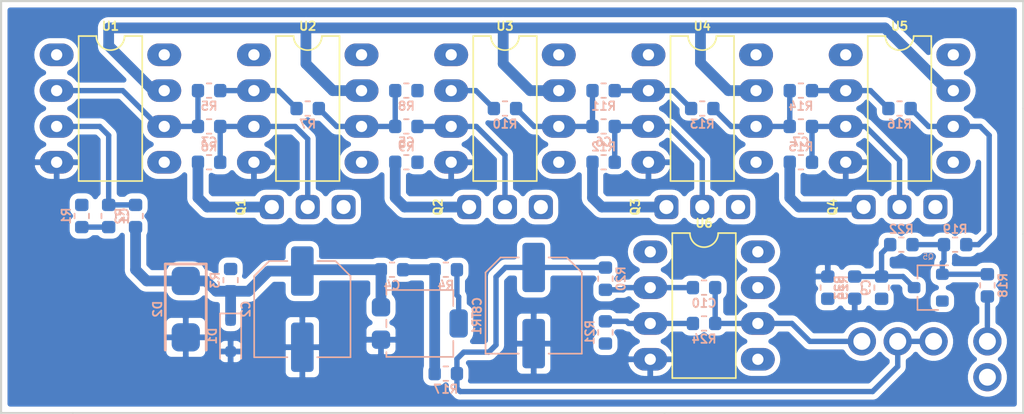
<source format=kicad_pcb>
(kicad_pcb (version 20171130) (host pcbnew "(5.0.2)-1")

  (general
    (thickness 1.6)
    (drawings 10)
    (tracks 149)
    (zones 0)
    (modules 51)
    (nets 48)
  )

  (page A4)
  (layers
    (0 F.Cu signal)
    (31 B.Cu signal)
    (32 B.Adhes user)
    (33 F.Adhes user)
    (34 B.Paste user)
    (35 F.Paste user)
    (36 B.SilkS user)
    (37 F.SilkS user)
    (38 B.Mask user)
    (39 F.Mask user)
    (40 Dwgs.User user)
    (41 Cmts.User user)
    (42 Eco1.User user)
    (43 Eco2.User user)
    (44 Edge.Cuts user)
    (45 Margin user)
    (46 B.CrtYd user)
    (47 F.CrtYd user)
    (48 B.Fab user)
    (49 F.Fab user)
  )

  (setup
    (last_trace_width 0.381)
    (trace_clearance 0.381)
    (zone_clearance 0.508)
    (zone_45_only no)
    (trace_min 0.381)
    (segment_width 0.2)
    (edge_width 0.15)
    (via_size 0.8)
    (via_drill 0.4)
    (via_min_size 0.4)
    (via_min_drill 0.3)
    (uvia_size 0.3)
    (uvia_drill 0.1)
    (uvias_allowed no)
    (uvia_min_size 0.2)
    (uvia_min_drill 0.1)
    (pcb_text_width 0.3)
    (pcb_text_size 1.5 1.5)
    (mod_edge_width 0.15)
    (mod_text_size 1 1)
    (mod_text_width 0.15)
    (pad_size 1.524 1.524)
    (pad_drill 0.762)
    (pad_to_mask_clearance 0.051)
    (solder_mask_min_width 0.25)
    (aux_axis_origin 0 0)
    (visible_elements FFFFFF7F)
    (pcbplotparams
      (layerselection 0x010fc_ffffffff)
      (usegerberextensions false)
      (usegerberattributes false)
      (usegerberadvancedattributes false)
      (creategerberjobfile false)
      (excludeedgelayer true)
      (linewidth 0.050000)
      (plotframeref false)
      (viasonmask false)
      (mode 1)
      (useauxorigin false)
      (hpglpennumber 1)
      (hpglpenspeed 20)
      (hpglpendiameter 15.000000)
      (psnegative false)
      (psa4output false)
      (plotreference true)
      (plotvalue true)
      (plotinvisibletext false)
      (padsonsilk false)
      (subtractmaskfromsilk false)
      (outputformat 1)
      (mirror false)
      (drillshape 1)
      (scaleselection 1)
      (outputdirectory ""))
  )

  (net 0 "")
  (net 1 "Net-(Q5-Pad1)")
  (net 2 VREF)
  (net 3 "Net-(C9-Pad1)")
  (net 4 "Net-(C5-Pad1)")
  (net 5 "Net-(R10-Pad1)")
  (net 6 "Net-(C6-Pad2)")
  (net 7 SEND)
  (net 8 "Net-(C1-Pad1)")
  (net 9 "Net-(C1-Pad2)")
  (net 10 +9.0VDC)
  (net 11 "Net-(R4-Pad2)")
  (net 12 VBIAS)
  (net 13 "Net-(C3-Pad1)")
  (net 14 "Net-(R5-Pad2)")
  (net 15 "Net-(C3-Pad2)")
  (net 16 "Net-(R16-Pad2)")
  (net 17 "Net-(R14-Pad2)")
  (net 18 "Net-(C5-Pad2)")
  (net 19 "Net-(C6-Pad1)")
  (net 20 "Net-(R11-Pad2)")
  (net 21 "Net-(C7-Pad1)")
  (net 22 "Net-(C7-Pad2)")
  (net 23 "Net-(C8-Pad1)")
  (net 24 "Net-(C10-Pad1)")
  (net 25 "Net-(R21-Pad1)")
  (net 26 GND)
  (net 27 "Net-(C10-Pad2)")
  (net 28 RETURN)
  (net 29 "Net-(U3-Pad1)")
  (net 30 "Net-(U3-Pad5)")
  (net 31 "Net-(U3-Pad8)")
  (net 32 "Net-(U1-Pad8)")
  (net 33 "Net-(U1-Pad5)")
  (net 34 "Net-(U1-Pad1)")
  (net 35 "Net-(U2-Pad1)")
  (net 36 "Net-(U2-Pad5)")
  (net 37 "Net-(U2-Pad8)")
  (net 38 "Net-(U5-Pad8)")
  (net 39 "Net-(U5-Pad5)")
  (net 40 "Net-(U5-Pad1)")
  (net 41 "Net-(U6-Pad1)")
  (net 42 "Net-(U6-Pad5)")
  (net 43 "Net-(U6-Pad8)")
  (net 44 "Net-(U4-Pad8)")
  (net 45 "Net-(U4-Pad5)")
  (net 46 "Net-(U4-Pad1)")
  (net 47 "Net-(R18-Pad1)")

  (net_class Default "This is the default net class."
    (clearance 0.381)
    (trace_width 0.381)
    (via_dia 0.8)
    (via_drill 0.4)
    (uvia_dia 0.3)
    (uvia_drill 0.1)
    (diff_pair_gap 0.381)
    (diff_pair_width 0.381)
    (add_net "Net-(C1-Pad1)")
    (add_net "Net-(C1-Pad2)")
    (add_net "Net-(C10-Pad1)")
    (add_net "Net-(C10-Pad2)")
    (add_net "Net-(C3-Pad1)")
    (add_net "Net-(C3-Pad2)")
    (add_net "Net-(C5-Pad1)")
    (add_net "Net-(C5-Pad2)")
    (add_net "Net-(C6-Pad1)")
    (add_net "Net-(C6-Pad2)")
    (add_net "Net-(C7-Pad1)")
    (add_net "Net-(C7-Pad2)")
    (add_net "Net-(C8-Pad1)")
    (add_net "Net-(C9-Pad1)")
    (add_net "Net-(Q5-Pad1)")
    (add_net "Net-(R10-Pad1)")
    (add_net "Net-(R11-Pad2)")
    (add_net "Net-(R14-Pad2)")
    (add_net "Net-(R16-Pad2)")
    (add_net "Net-(R18-Pad1)")
    (add_net "Net-(R21-Pad1)")
    (add_net "Net-(R4-Pad2)")
    (add_net "Net-(R5-Pad2)")
    (add_net "Net-(U1-Pad1)")
    (add_net "Net-(U1-Pad5)")
    (add_net "Net-(U1-Pad8)")
    (add_net "Net-(U2-Pad1)")
    (add_net "Net-(U2-Pad5)")
    (add_net "Net-(U2-Pad8)")
    (add_net "Net-(U3-Pad1)")
    (add_net "Net-(U3-Pad5)")
    (add_net "Net-(U3-Pad8)")
    (add_net "Net-(U4-Pad1)")
    (add_net "Net-(U4-Pad5)")
    (add_net "Net-(U4-Pad8)")
    (add_net "Net-(U5-Pad1)")
    (add_net "Net-(U5-Pad5)")
    (add_net "Net-(U5-Pad8)")
    (add_net "Net-(U6-Pad1)")
    (add_net "Net-(U6-Pad5)")
    (add_net "Net-(U6-Pad8)")
    (add_net RETURN)
    (add_net SEND)
  )

  (net_class Power ""
    (clearance 0.381)
    (trace_width 0.762)
    (via_dia 0.8)
    (via_drill 0.4)
    (uvia_dia 0.3)
    (uvia_drill 0.1)
    (diff_pair_gap 0.762)
    (diff_pair_width 0.762)
    (add_net +9.0VDC)
    (add_net GND)
    (add_net VBIAS)
    (add_net VREF)
  )

  (module SA_Connectors_Wire:Wire_Pad_2x_1.2mm_Hole_2.0_Annular_2.54mm_Pitch (layer F.Cu) (tedit 5C595A30) (tstamp 5C756CF4)
    (at 176.53 97.79 90)
    (path /5C7FA0D7)
    (fp_text reference SW1 (at 0 0.5 90) (layer F.SilkS) hide
      (effects (font (size 0.5 0.5) (thickness 0.05)))
    )
    (fp_text value SW_SPST (at 0 -0.5 90) (layer F.Fab) hide
      (effects (font (size 0.5 0.5) (thickness 0.05)))
    )
    (pad 1 thru_hole circle (at -1.27 0 90) (size 2 2) (drill 1.2) (layers *.Cu *.Mask)
      (net 13 "Net-(C3-Pad1)"))
    (pad 2 thru_hole circle (at 1.27 0 90) (size 2 2) (drill 1.2) (layers *.Cu *.Mask)
      (net 47 "Net-(R18-Pad1)"))
  )

  (module SA_Capacitors_SMD:C_0603_1608M (layer B.Cu) (tedit 5C29EFC9) (tstamp 5C708DC9)
    (at 114.3 87.63 90)
    (path /5C6BF141)
    (attr smd)
    (fp_text reference C1 (at 0 1.1 90) (layer B.SilkS)
      (effects (font (size 0.6 0.6) (thickness 0.127)) (justify mirror))
    )
    (fp_text value 10n (at 0 -1 90) (layer B.Fab)
      (effects (font (size 0.3 0.3) (thickness 0.03)) (justify mirror))
    )
    (fp_text user %R (at 0 0 90) (layer B.Fab)
      (effects (font (size 0.4 0.4) (thickness 0.05)) (justify mirror))
    )
    (fp_line (start 1.48 -0.73) (end -1.48 -0.73) (layer B.CrtYd) (width 0.05))
    (fp_line (start 1.48 0.73) (end 1.48 -0.73) (layer B.CrtYd) (width 0.05))
    (fp_line (start -1.48 0.73) (end 1.48 0.73) (layer B.CrtYd) (width 0.05))
    (fp_line (start -1.48 -0.73) (end -1.48 0.73) (layer B.CrtYd) (width 0.05))
    (fp_line (start -0.162779 -0.51) (end 0.162779 -0.51) (layer B.SilkS) (width 0.12))
    (fp_line (start -0.162779 0.51) (end 0.162779 0.51) (layer B.SilkS) (width 0.12))
    (fp_line (start 0.8 -0.4) (end -0.8 -0.4) (layer B.Fab) (width 0.1))
    (fp_line (start 0.8 0.4) (end 0.8 -0.4) (layer B.Fab) (width 0.1))
    (fp_line (start -0.8 0.4) (end 0.8 0.4) (layer B.Fab) (width 0.1))
    (fp_line (start -0.8 -0.4) (end -0.8 0.4) (layer B.Fab) (width 0.1))
    (pad 2 smd roundrect (at 0.7875 0 90) (size 0.875 0.95) (layers B.Cu B.Paste B.Mask) (roundrect_rratio 0.25)
      (net 9 "Net-(C1-Pad2)"))
    (pad 1 smd roundrect (at -0.7875 0 90) (size 0.875 0.95) (layers B.Cu B.Paste B.Mask) (roundrect_rratio 0.25)
      (net 8 "Net-(C1-Pad1)"))
    (model ${SA_LIB_3DSHAPES}/Packages/C_0603_1608Metric.step
      (at (xyz 0 0 0))
      (scale (xyz 1 1 1))
      (rotate (xyz 0 0 0))
    )
  )

  (module SA_Capacitors_SMD:C_0603_1608M (layer B.Cu) (tedit 5C29EFC9) (tstamp 5C708DB8)
    (at 156.464 92.71)
    (path /5C723902)
    (attr smd)
    (fp_text reference C10 (at 0 1.1) (layer B.SilkS)
      (effects (font (size 0.6 0.6) (thickness 0.127)) (justify mirror))
    )
    (fp_text value 10n (at 0 -1) (layer B.Fab)
      (effects (font (size 0.3 0.3) (thickness 0.03)) (justify mirror))
    )
    (fp_line (start -0.8 -0.4) (end -0.8 0.4) (layer B.Fab) (width 0.1))
    (fp_line (start -0.8 0.4) (end 0.8 0.4) (layer B.Fab) (width 0.1))
    (fp_line (start 0.8 0.4) (end 0.8 -0.4) (layer B.Fab) (width 0.1))
    (fp_line (start 0.8 -0.4) (end -0.8 -0.4) (layer B.Fab) (width 0.1))
    (fp_line (start -0.162779 0.51) (end 0.162779 0.51) (layer B.SilkS) (width 0.12))
    (fp_line (start -0.162779 -0.51) (end 0.162779 -0.51) (layer B.SilkS) (width 0.12))
    (fp_line (start -1.48 -0.73) (end -1.48 0.73) (layer B.CrtYd) (width 0.05))
    (fp_line (start -1.48 0.73) (end 1.48 0.73) (layer B.CrtYd) (width 0.05))
    (fp_line (start 1.48 0.73) (end 1.48 -0.73) (layer B.CrtYd) (width 0.05))
    (fp_line (start 1.48 -0.73) (end -1.48 -0.73) (layer B.CrtYd) (width 0.05))
    (fp_text user %R (at 0 0) (layer B.Fab)
      (effects (font (size 0.4 0.4) (thickness 0.05)) (justify mirror))
    )
    (pad 1 smd roundrect (at -0.7875 0) (size 0.875 0.95) (layers B.Cu B.Paste B.Mask) (roundrect_rratio 0.25)
      (net 24 "Net-(C10-Pad1)"))
    (pad 2 smd roundrect (at 0.7875 0) (size 0.875 0.95) (layers B.Cu B.Paste B.Mask) (roundrect_rratio 0.25)
      (net 27 "Net-(C10-Pad2)"))
    (model ${SA_LIB_3DSHAPES}/Packages/C_0603_1608Metric.step
      (at (xyz 0 0 0))
      (scale (xyz 1 1 1))
      (rotate (xyz 0 0 0))
    )
  )

  (module SA_Capacitors_SMD:C_0603_1608M (layer B.Cu) (tedit 5C29EFC9) (tstamp 5C708DA7)
    (at 121.412 81.28)
    (path /5C6BF3A5)
    (attr smd)
    (fp_text reference C3 (at 0 1.1) (layer B.SilkS)
      (effects (font (size 0.6 0.6) (thickness 0.127)) (justify mirror))
    )
    (fp_text value 47n (at 0 -1) (layer B.Fab)
      (effects (font (size 0.3 0.3) (thickness 0.03)) (justify mirror))
    )
    (fp_text user %R (at 0 0) (layer B.Fab)
      (effects (font (size 0.4 0.4) (thickness 0.05)) (justify mirror))
    )
    (fp_line (start 1.48 -0.73) (end -1.48 -0.73) (layer B.CrtYd) (width 0.05))
    (fp_line (start 1.48 0.73) (end 1.48 -0.73) (layer B.CrtYd) (width 0.05))
    (fp_line (start -1.48 0.73) (end 1.48 0.73) (layer B.CrtYd) (width 0.05))
    (fp_line (start -1.48 -0.73) (end -1.48 0.73) (layer B.CrtYd) (width 0.05))
    (fp_line (start -0.162779 -0.51) (end 0.162779 -0.51) (layer B.SilkS) (width 0.12))
    (fp_line (start -0.162779 0.51) (end 0.162779 0.51) (layer B.SilkS) (width 0.12))
    (fp_line (start 0.8 -0.4) (end -0.8 -0.4) (layer B.Fab) (width 0.1))
    (fp_line (start 0.8 0.4) (end 0.8 -0.4) (layer B.Fab) (width 0.1))
    (fp_line (start -0.8 0.4) (end 0.8 0.4) (layer B.Fab) (width 0.1))
    (fp_line (start -0.8 -0.4) (end -0.8 0.4) (layer B.Fab) (width 0.1))
    (pad 2 smd roundrect (at 0.7875 0) (size 0.875 0.95) (layers B.Cu B.Paste B.Mask) (roundrect_rratio 0.25)
      (net 15 "Net-(C3-Pad2)"))
    (pad 1 smd roundrect (at -0.7875 0) (size 0.875 0.95) (layers B.Cu B.Paste B.Mask) (roundrect_rratio 0.25)
      (net 13 "Net-(C3-Pad1)"))
    (model ${SA_LIB_3DSHAPES}/Packages/C_0603_1608Metric.step
      (at (xyz 0 0 0))
      (scale (xyz 1 1 1))
      (rotate (xyz 0 0 0))
    )
  )

  (module SA_Capacitors_SMD:C_0603_1608M (layer B.Cu) (tedit 5C29EFC9) (tstamp 5C708D96)
    (at 134.366 91.44)
    (path /5C7B5739)
    (attr smd)
    (fp_text reference C4 (at 0 1.1) (layer B.SilkS)
      (effects (font (size 0.6 0.6) (thickness 0.127)) (justify mirror))
    )
    (fp_text value 47n (at 0 -1) (layer B.Fab)
      (effects (font (size 0.3 0.3) (thickness 0.03)) (justify mirror))
    )
    (fp_line (start -0.8 -0.4) (end -0.8 0.4) (layer B.Fab) (width 0.1))
    (fp_line (start -0.8 0.4) (end 0.8 0.4) (layer B.Fab) (width 0.1))
    (fp_line (start 0.8 0.4) (end 0.8 -0.4) (layer B.Fab) (width 0.1))
    (fp_line (start 0.8 -0.4) (end -0.8 -0.4) (layer B.Fab) (width 0.1))
    (fp_line (start -0.162779 0.51) (end 0.162779 0.51) (layer B.SilkS) (width 0.12))
    (fp_line (start -0.162779 -0.51) (end 0.162779 -0.51) (layer B.SilkS) (width 0.12))
    (fp_line (start -1.48 -0.73) (end -1.48 0.73) (layer B.CrtYd) (width 0.05))
    (fp_line (start -1.48 0.73) (end 1.48 0.73) (layer B.CrtYd) (width 0.05))
    (fp_line (start 1.48 0.73) (end 1.48 -0.73) (layer B.CrtYd) (width 0.05))
    (fp_line (start 1.48 -0.73) (end -1.48 -0.73) (layer B.CrtYd) (width 0.05))
    (fp_text user %R (at 0 0) (layer B.Fab)
      (effects (font (size 0.4 0.4) (thickness 0.05)) (justify mirror))
    )
    (pad 1 smd roundrect (at -0.7875 0) (size 0.875 0.95) (layers B.Cu B.Paste B.Mask) (roundrect_rratio 0.25)
      (net 2 VREF))
    (pad 2 smd roundrect (at 0.7875 0) (size 0.875 0.95) (layers B.Cu B.Paste B.Mask) (roundrect_rratio 0.25)
      (net 12 VBIAS))
    (model ${SA_LIB_3DSHAPES}/Packages/C_0603_1608Metric.step
      (at (xyz 0 0 0))
      (scale (xyz 1 1 1))
      (rotate (xyz 0 0 0))
    )
  )

  (module SA_Capacitors_SMD:C_0603_1608M (layer B.Cu) (tedit 5C29EFC9) (tstamp 5C708D85)
    (at 135.382 81.28)
    (path /5C6C1BF1)
    (attr smd)
    (fp_text reference C5 (at 0 1.1) (layer B.SilkS)
      (effects (font (size 0.6 0.6) (thickness 0.127)) (justify mirror))
    )
    (fp_text value 47n (at 0 -1) (layer B.Fab)
      (effects (font (size 0.3 0.3) (thickness 0.03)) (justify mirror))
    )
    (fp_text user %R (at 0 0) (layer B.Fab)
      (effects (font (size 0.4 0.4) (thickness 0.05)) (justify mirror))
    )
    (fp_line (start 1.48 -0.73) (end -1.48 -0.73) (layer B.CrtYd) (width 0.05))
    (fp_line (start 1.48 0.73) (end 1.48 -0.73) (layer B.CrtYd) (width 0.05))
    (fp_line (start -1.48 0.73) (end 1.48 0.73) (layer B.CrtYd) (width 0.05))
    (fp_line (start -1.48 -0.73) (end -1.48 0.73) (layer B.CrtYd) (width 0.05))
    (fp_line (start -0.162779 -0.51) (end 0.162779 -0.51) (layer B.SilkS) (width 0.12))
    (fp_line (start -0.162779 0.51) (end 0.162779 0.51) (layer B.SilkS) (width 0.12))
    (fp_line (start 0.8 -0.4) (end -0.8 -0.4) (layer B.Fab) (width 0.1))
    (fp_line (start 0.8 0.4) (end 0.8 -0.4) (layer B.Fab) (width 0.1))
    (fp_line (start -0.8 0.4) (end 0.8 0.4) (layer B.Fab) (width 0.1))
    (fp_line (start -0.8 -0.4) (end -0.8 0.4) (layer B.Fab) (width 0.1))
    (pad 2 smd roundrect (at 0.7875 0) (size 0.875 0.95) (layers B.Cu B.Paste B.Mask) (roundrect_rratio 0.25)
      (net 18 "Net-(C5-Pad2)"))
    (pad 1 smd roundrect (at -0.7875 0) (size 0.875 0.95) (layers B.Cu B.Paste B.Mask) (roundrect_rratio 0.25)
      (net 4 "Net-(C5-Pad1)"))
    (model ${SA_LIB_3DSHAPES}/Packages/C_0603_1608Metric.step
      (at (xyz 0 0 0))
      (scale (xyz 1 1 1))
      (rotate (xyz 0 0 0))
    )
  )

  (module SA_Capacitors_SMD:C_0603_1608M (layer B.Cu) (tedit 5C29EFC9) (tstamp 5C708D74)
    (at 149.352 81.28)
    (path /5C6C40C3)
    (attr smd)
    (fp_text reference C6 (at 0 1.1) (layer B.SilkS)
      (effects (font (size 0.6 0.6) (thickness 0.127)) (justify mirror))
    )
    (fp_text value 47n (at 0 -1) (layer B.Fab)
      (effects (font (size 0.3 0.3) (thickness 0.03)) (justify mirror))
    )
    (fp_line (start -0.8 -0.4) (end -0.8 0.4) (layer B.Fab) (width 0.1))
    (fp_line (start -0.8 0.4) (end 0.8 0.4) (layer B.Fab) (width 0.1))
    (fp_line (start 0.8 0.4) (end 0.8 -0.4) (layer B.Fab) (width 0.1))
    (fp_line (start 0.8 -0.4) (end -0.8 -0.4) (layer B.Fab) (width 0.1))
    (fp_line (start -0.162779 0.51) (end 0.162779 0.51) (layer B.SilkS) (width 0.12))
    (fp_line (start -0.162779 -0.51) (end 0.162779 -0.51) (layer B.SilkS) (width 0.12))
    (fp_line (start -1.48 -0.73) (end -1.48 0.73) (layer B.CrtYd) (width 0.05))
    (fp_line (start -1.48 0.73) (end 1.48 0.73) (layer B.CrtYd) (width 0.05))
    (fp_line (start 1.48 0.73) (end 1.48 -0.73) (layer B.CrtYd) (width 0.05))
    (fp_line (start 1.48 -0.73) (end -1.48 -0.73) (layer B.CrtYd) (width 0.05))
    (fp_text user %R (at 0 0) (layer B.Fab)
      (effects (font (size 0.4 0.4) (thickness 0.05)) (justify mirror))
    )
    (pad 1 smd roundrect (at -0.7875 0) (size 0.875 0.95) (layers B.Cu B.Paste B.Mask) (roundrect_rratio 0.25)
      (net 19 "Net-(C6-Pad1)"))
    (pad 2 smd roundrect (at 0.7875 0) (size 0.875 0.95) (layers B.Cu B.Paste B.Mask) (roundrect_rratio 0.25)
      (net 6 "Net-(C6-Pad2)"))
    (model ${SA_LIB_3DSHAPES}/Packages/C_0603_1608Metric.step
      (at (xyz 0 0 0))
      (scale (xyz 1 1 1))
      (rotate (xyz 0 0 0))
    )
  )

  (module SA_Capacitors_SMD:C_0603_1608M (layer B.Cu) (tedit 5C29EFC9) (tstamp 5C708D63)
    (at 163.322 81.28)
    (path /5C6C4103)
    (attr smd)
    (fp_text reference C7 (at 0 1.1) (layer B.SilkS)
      (effects (font (size 0.6 0.6) (thickness 0.127)) (justify mirror))
    )
    (fp_text value 47n (at 0 -1) (layer B.Fab)
      (effects (font (size 0.3 0.3) (thickness 0.03)) (justify mirror))
    )
    (fp_text user %R (at 0 0) (layer B.Fab)
      (effects (font (size 0.4 0.4) (thickness 0.05)) (justify mirror))
    )
    (fp_line (start 1.48 -0.73) (end -1.48 -0.73) (layer B.CrtYd) (width 0.05))
    (fp_line (start 1.48 0.73) (end 1.48 -0.73) (layer B.CrtYd) (width 0.05))
    (fp_line (start -1.48 0.73) (end 1.48 0.73) (layer B.CrtYd) (width 0.05))
    (fp_line (start -1.48 -0.73) (end -1.48 0.73) (layer B.CrtYd) (width 0.05))
    (fp_line (start -0.162779 -0.51) (end 0.162779 -0.51) (layer B.SilkS) (width 0.12))
    (fp_line (start -0.162779 0.51) (end 0.162779 0.51) (layer B.SilkS) (width 0.12))
    (fp_line (start 0.8 -0.4) (end -0.8 -0.4) (layer B.Fab) (width 0.1))
    (fp_line (start 0.8 0.4) (end 0.8 -0.4) (layer B.Fab) (width 0.1))
    (fp_line (start -0.8 0.4) (end 0.8 0.4) (layer B.Fab) (width 0.1))
    (fp_line (start -0.8 -0.4) (end -0.8 0.4) (layer B.Fab) (width 0.1))
    (pad 2 smd roundrect (at 0.7875 0) (size 0.875 0.95) (layers B.Cu B.Paste B.Mask) (roundrect_rratio 0.25)
      (net 22 "Net-(C7-Pad2)"))
    (pad 1 smd roundrect (at -0.7875 0) (size 0.875 0.95) (layers B.Cu B.Paste B.Mask) (roundrect_rratio 0.25)
      (net 21 "Net-(C7-Pad1)"))
    (model ${SA_LIB_3DSHAPES}/Packages/C_0603_1608Metric.step
      (at (xyz 0 0 0))
      (scale (xyz 1 1 1))
      (rotate (xyz 0 0 0))
    )
  )

  (module SA_Capacitors_SMD:C_0603_1608M (layer B.Cu) (tedit 5C29EFC9) (tstamp 5C708D52)
    (at 169.037 92.71 270)
    (path /5C6FEA96)
    (attr smd)
    (fp_text reference C9 (at 0 1.1 270) (layer B.SilkS)
      (effects (font (size 0.6 0.6) (thickness 0.127)) (justify mirror))
    )
    (fp_text value 47n (at 0 -1 270) (layer B.Fab)
      (effects (font (size 0.3 0.3) (thickness 0.03)) (justify mirror))
    )
    (fp_line (start -0.8 -0.4) (end -0.8 0.4) (layer B.Fab) (width 0.1))
    (fp_line (start -0.8 0.4) (end 0.8 0.4) (layer B.Fab) (width 0.1))
    (fp_line (start 0.8 0.4) (end 0.8 -0.4) (layer B.Fab) (width 0.1))
    (fp_line (start 0.8 -0.4) (end -0.8 -0.4) (layer B.Fab) (width 0.1))
    (fp_line (start -0.162779 0.51) (end 0.162779 0.51) (layer B.SilkS) (width 0.12))
    (fp_line (start -0.162779 -0.51) (end 0.162779 -0.51) (layer B.SilkS) (width 0.12))
    (fp_line (start -1.48 -0.73) (end -1.48 0.73) (layer B.CrtYd) (width 0.05))
    (fp_line (start -1.48 0.73) (end 1.48 0.73) (layer B.CrtYd) (width 0.05))
    (fp_line (start 1.48 0.73) (end 1.48 -0.73) (layer B.CrtYd) (width 0.05))
    (fp_line (start 1.48 -0.73) (end -1.48 -0.73) (layer B.CrtYd) (width 0.05))
    (fp_text user %R (at 0 0 270) (layer B.Fab)
      (effects (font (size 0.4 0.4) (thickness 0.05)) (justify mirror))
    )
    (pad 1 smd roundrect (at -0.7875 0 270) (size 0.875 0.95) (layers B.Cu B.Paste B.Mask) (roundrect_rratio 0.25)
      (net 3 "Net-(C9-Pad1)"))
    (pad 2 smd roundrect (at 0.7875 0 270) (size 0.875 0.95) (layers B.Cu B.Paste B.Mask) (roundrect_rratio 0.25)
      (net 28 RETURN))
    (model ${SA_LIB_3DSHAPES}/Packages/C_0603_1608Metric.step
      (at (xyz 0 0 0))
      (scale (xyz 1 1 1))
      (rotate (xyz 0 0 0))
    )
  )

  (module SA_Capacitors_SMD:Nichicon_UWT1V220MCL1GB_22uF_35V_6.3x5.4mm (layer B.Cu) (tedit 5C2561A1) (tstamp 5C708D41)
    (at 128.016 94.234 270)
    (descr "SMD capacitor, aluminum electrolytic, Nichicon, 6.3x5.4mm")
    (tags "capacitor electrolytic")
    (path /5C780F9F)
    (attr smd)
    (fp_text reference C2 (at 0 4 270) (layer B.SilkS)
      (effects (font (size 0.6 0.6) (thickness 0.127)) (justify mirror))
    )
    (fp_text value 15u (at 0 -3.8 270) (layer B.Fab)
      (effects (font (size 0.3 0.3) (thickness 0.03)) (justify mirror))
    )
    (fp_text user %R (at 0 0 270) (layer B.Fab)
      (effects (font (size 0.4 0.4) (thickness 0.05)) (justify mirror))
    )
    (fp_line (start -4.7 -1.05) (end -3.55 -1.05) (layer B.CrtYd) (width 0.05))
    (fp_line (start -4.7 1.05) (end -4.7 -1.05) (layer B.CrtYd) (width 0.05))
    (fp_line (start -3.55 1.05) (end -4.7 1.05) (layer B.CrtYd) (width 0.05))
    (fp_line (start -3.55 -1.05) (end -3.55 -2.4) (layer B.CrtYd) (width 0.05))
    (fp_line (start -3.55 2.4) (end -3.55 1.05) (layer B.CrtYd) (width 0.05))
    (fp_line (start -3.55 2.4) (end -2.4 3.55) (layer B.CrtYd) (width 0.05))
    (fp_line (start -3.55 -2.4) (end -2.4 -3.55) (layer B.CrtYd) (width 0.05))
    (fp_line (start -2.4 3.55) (end 3.55 3.55) (layer B.CrtYd) (width 0.05))
    (fp_line (start -2.4 -3.55) (end 3.55 -3.55) (layer B.CrtYd) (width 0.05))
    (fp_line (start 3.55 -1.05) (end 3.55 -3.55) (layer B.CrtYd) (width 0.05))
    (fp_line (start 4.7 -1.05) (end 3.55 -1.05) (layer B.CrtYd) (width 0.05))
    (fp_line (start 4.7 1.05) (end 4.7 -1.05) (layer B.CrtYd) (width 0.05))
    (fp_line (start 3.55 1.05) (end 4.7 1.05) (layer B.CrtYd) (width 0.05))
    (fp_line (start 3.55 3.55) (end 3.55 1.05) (layer B.CrtYd) (width 0.05))
    (fp_line (start -3.41 -2.345563) (end -2.345563 -3.41) (layer B.SilkS) (width 0.12))
    (fp_line (start -3.41 2.345563) (end -2.345563 3.41) (layer B.SilkS) (width 0.12))
    (fp_line (start -3.41 2.345563) (end -3.41 1.06) (layer B.SilkS) (width 0.12))
    (fp_line (start -3.41 -2.345563) (end -3.41 -1.06) (layer B.SilkS) (width 0.12))
    (fp_line (start -2.345563 -3.41) (end 3.41 -3.41) (layer B.SilkS) (width 0.12))
    (fp_line (start -2.345563 3.41) (end 3.41 3.41) (layer B.SilkS) (width 0.12))
    (fp_line (start 3.41 3.41) (end 3.41 1.06) (layer B.SilkS) (width 0.12))
    (fp_line (start 3.41 -3.41) (end 3.41 -1.06) (layer B.SilkS) (width 0.12))
    (fp_line (start -2.389838 1.645) (end -2.389838 1.015) (layer B.Fab) (width 0.1))
    (fp_line (start -2.704838 1.33) (end -2.074838 1.33) (layer B.Fab) (width 0.1))
    (fp_line (start -3.3 -2.3) (end -2.3 -3.3) (layer B.Fab) (width 0.1))
    (fp_line (start -3.3 2.3) (end -2.3 3.3) (layer B.Fab) (width 0.1))
    (fp_line (start -3.3 2.3) (end -3.3 -2.3) (layer B.Fab) (width 0.1))
    (fp_line (start -2.3 -3.3) (end 3.3 -3.3) (layer B.Fab) (width 0.1))
    (fp_line (start -2.3 3.3) (end 3.3 3.3) (layer B.Fab) (width 0.1))
    (fp_line (start 3.3 3.3) (end 3.3 -3.3) (layer B.Fab) (width 0.1))
    (fp_circle (center 0 0) (end 3.15 0) (layer B.Fab) (width 0.1))
    (pad 2 smd roundrect (at 2.7 0 270) (size 3.5 1.6) (layers B.Cu B.Paste B.Mask) (roundrect_rratio 0.15625)
      (net 26 GND))
    (pad 1 smd roundrect (at -2.7 0 270) (size 3.5 1.6) (layers B.Cu B.Paste B.Mask) (roundrect_rratio 0.15625)
      (net 2 VREF))
    (model ${SA_LIB_3DSHAPES}/Nichicon_UWT1V220MCL1GB_22uF_35V_6.3x5.4mm/Nichicon_UWT1V220MCL1GB_22uF_35V_6.3x5.4mm.step
      (at (xyz 0 0 0))
      (scale (xyz 1 1 1))
      (rotate (xyz 0 0 0))
    )
  )

  (module SA_Capacitors_SMD:Nichicon_UWT1V220MCL1GB_22uF_35V_6.3x5.4mm (layer B.Cu) (tedit 5C2561A1) (tstamp 5C708D1B)
    (at 144.399 93.98 270)
    (descr "SMD capacitor, aluminum electrolytic, Nichicon, 6.3x5.4mm")
    (tags "capacitor electrolytic")
    (path /5C754F61)
    (attr smd)
    (fp_text reference C8 (at 0 4 270) (layer B.SilkS)
      (effects (font (size 0.6 0.6) (thickness 0.127)) (justify mirror))
    )
    (fp_text value 15u (at 0 -3.8 270) (layer B.Fab)
      (effects (font (size 0.3 0.3) (thickness 0.03)) (justify mirror))
    )
    (fp_circle (center 0 0) (end 3.15 0) (layer B.Fab) (width 0.1))
    (fp_line (start 3.3 3.3) (end 3.3 -3.3) (layer B.Fab) (width 0.1))
    (fp_line (start -2.3 3.3) (end 3.3 3.3) (layer B.Fab) (width 0.1))
    (fp_line (start -2.3 -3.3) (end 3.3 -3.3) (layer B.Fab) (width 0.1))
    (fp_line (start -3.3 2.3) (end -3.3 -2.3) (layer B.Fab) (width 0.1))
    (fp_line (start -3.3 2.3) (end -2.3 3.3) (layer B.Fab) (width 0.1))
    (fp_line (start -3.3 -2.3) (end -2.3 -3.3) (layer B.Fab) (width 0.1))
    (fp_line (start -2.704838 1.33) (end -2.074838 1.33) (layer B.Fab) (width 0.1))
    (fp_line (start -2.389838 1.645) (end -2.389838 1.015) (layer B.Fab) (width 0.1))
    (fp_line (start 3.41 -3.41) (end 3.41 -1.06) (layer B.SilkS) (width 0.12))
    (fp_line (start 3.41 3.41) (end 3.41 1.06) (layer B.SilkS) (width 0.12))
    (fp_line (start -2.345563 3.41) (end 3.41 3.41) (layer B.SilkS) (width 0.12))
    (fp_line (start -2.345563 -3.41) (end 3.41 -3.41) (layer B.SilkS) (width 0.12))
    (fp_line (start -3.41 -2.345563) (end -3.41 -1.06) (layer B.SilkS) (width 0.12))
    (fp_line (start -3.41 2.345563) (end -3.41 1.06) (layer B.SilkS) (width 0.12))
    (fp_line (start -3.41 2.345563) (end -2.345563 3.41) (layer B.SilkS) (width 0.12))
    (fp_line (start -3.41 -2.345563) (end -2.345563 -3.41) (layer B.SilkS) (width 0.12))
    (fp_line (start 3.55 3.55) (end 3.55 1.05) (layer B.CrtYd) (width 0.05))
    (fp_line (start 3.55 1.05) (end 4.7 1.05) (layer B.CrtYd) (width 0.05))
    (fp_line (start 4.7 1.05) (end 4.7 -1.05) (layer B.CrtYd) (width 0.05))
    (fp_line (start 4.7 -1.05) (end 3.55 -1.05) (layer B.CrtYd) (width 0.05))
    (fp_line (start 3.55 -1.05) (end 3.55 -3.55) (layer B.CrtYd) (width 0.05))
    (fp_line (start -2.4 -3.55) (end 3.55 -3.55) (layer B.CrtYd) (width 0.05))
    (fp_line (start -2.4 3.55) (end 3.55 3.55) (layer B.CrtYd) (width 0.05))
    (fp_line (start -3.55 -2.4) (end -2.4 -3.55) (layer B.CrtYd) (width 0.05))
    (fp_line (start -3.55 2.4) (end -2.4 3.55) (layer B.CrtYd) (width 0.05))
    (fp_line (start -3.55 2.4) (end -3.55 1.05) (layer B.CrtYd) (width 0.05))
    (fp_line (start -3.55 -1.05) (end -3.55 -2.4) (layer B.CrtYd) (width 0.05))
    (fp_line (start -3.55 1.05) (end -4.7 1.05) (layer B.CrtYd) (width 0.05))
    (fp_line (start -4.7 1.05) (end -4.7 -1.05) (layer B.CrtYd) (width 0.05))
    (fp_line (start -4.7 -1.05) (end -3.55 -1.05) (layer B.CrtYd) (width 0.05))
    (fp_text user %R (at 0 0 270) (layer B.Fab)
      (effects (font (size 0.4 0.4) (thickness 0.05)) (justify mirror))
    )
    (pad 1 smd roundrect (at -2.7 0 270) (size 3.5 1.6) (layers B.Cu B.Paste B.Mask) (roundrect_rratio 0.15625)
      (net 23 "Net-(C8-Pad1)"))
    (pad 2 smd roundrect (at 2.7 0 270) (size 3.5 1.6) (layers B.Cu B.Paste B.Mask) (roundrect_rratio 0.15625)
      (net 26 GND))
    (model ${SA_LIB_3DSHAPES}/Nichicon_UWT1V220MCL1GB_22uF_35V_6.3x5.4mm/Nichicon_UWT1V220MCL1GB_22uF_35V_6.3x5.4mm.step
      (at (xyz 0 0 0))
      (scale (xyz 1 1 1))
      (rotate (xyz 0 0 0))
    )
  )

  (module SA_Connectors_Pin_Sockets_THT:PinSocket_01x03_P2.54mm (layer F.Cu) (tedit 5C6BEB9E) (tstamp 5C708CF5)
    (at 170.307 86.995 90)
    (descr "Through hole straight pin header, 1x03, 2.54mm pitch, single row")
    (tags "Through hole pin header THT 1x03 2.54mm single row")
    (path /5C6C4111)
    (fp_text reference Q4 (at 0 -4.74 90) (layer F.SilkS)
      (effects (font (size 0.6 0.6) (thickness 0.127)))
    )
    (fp_text value ON_Semi_MMBF5457_SOT-23-3 (at 0 4.55 90) (layer F.Fab)
      (effects (font (size 0.3 0.3) (thickness 0.03)))
    )
    (fp_text user %R (at 0 0 180) (layer F.Fab)
      (effects (font (size 0.4 0.4) (thickness 0.05)))
    )
    (fp_line (start -1.27 -3.175) (end -0.635 -3.81) (layer F.Fab) (width 0.1))
    (fp_line (start -1.27 3.81) (end -1.27 -3.175) (layer F.Fab) (width 0.1))
    (fp_line (start 1.27 3.81) (end -1.27 3.81) (layer F.Fab) (width 0.1))
    (fp_line (start 1.27 -3.81) (end 1.27 3.81) (layer F.Fab) (width 0.1))
    (fp_line (start -0.635 -3.81) (end 1.27 -3.81) (layer F.Fab) (width 0.1))
    (pad 3 thru_hole roundrect (at 0 2.54 90) (size 1.7 1.7) (drill 1) (layers *.Cu *.Mask) (roundrect_rratio 0.25)
      (net 12 VBIAS))
    (pad 2 thru_hole roundrect (at 0 0 90) (size 1.7 1.7) (drill 1) (layers *.Cu *.Mask) (roundrect_rratio 0.25)
      (net 22 "Net-(C7-Pad2)"))
    (pad 1 thru_hole roundrect (at 0 -2.54 90) (size 1.7 1.7) (drill 1) (layers *.Cu *.Mask) (roundrect_rratio 0.25)
      (net 2 VREF))
    (model ${SA_LIB_3DSHAPES}/Samtec_SS_Pin_Sockets/SS-103-G-2.step
      (at (xyz 0 0 0))
      (scale (xyz 1 1 1))
      (rotate (xyz 0 0 0))
    )
  )

  (module SA_Connectors_Pin_Sockets_THT:PinSocket_01x03_P2.54mm (layer F.Cu) (tedit 5C6BEB9E) (tstamp 5C708CE8)
    (at 128.397 86.995 90)
    (descr "Through hole straight pin header, 1x03, 2.54mm pitch, single row")
    (tags "Through hole pin header THT 1x03 2.54mm single row")
    (path /5C6BF5B9)
    (fp_text reference Q1 (at 0 -4.74 90) (layer F.SilkS)
      (effects (font (size 0.6 0.6) (thickness 0.127)))
    )
    (fp_text value ON_Semi_MMBF5457_SOT-23-3 (at 0 4.55 90) (layer F.Fab)
      (effects (font (size 0.3 0.3) (thickness 0.03)))
    )
    (fp_line (start -0.635 -3.81) (end 1.27 -3.81) (layer F.Fab) (width 0.1))
    (fp_line (start 1.27 -3.81) (end 1.27 3.81) (layer F.Fab) (width 0.1))
    (fp_line (start 1.27 3.81) (end -1.27 3.81) (layer F.Fab) (width 0.1))
    (fp_line (start -1.27 3.81) (end -1.27 -3.175) (layer F.Fab) (width 0.1))
    (fp_line (start -1.27 -3.175) (end -0.635 -3.81) (layer F.Fab) (width 0.1))
    (fp_text user %R (at 0 0 180) (layer F.Fab)
      (effects (font (size 0.4 0.4) (thickness 0.05)))
    )
    (pad 1 thru_hole roundrect (at 0 -2.54 90) (size 1.7 1.7) (drill 1) (layers *.Cu *.Mask) (roundrect_rratio 0.25)
      (net 2 VREF))
    (pad 2 thru_hole roundrect (at 0 0 90) (size 1.7 1.7) (drill 1) (layers *.Cu *.Mask) (roundrect_rratio 0.25)
      (net 15 "Net-(C3-Pad2)"))
    (pad 3 thru_hole roundrect (at 0 2.54 90) (size 1.7 1.7) (drill 1) (layers *.Cu *.Mask) (roundrect_rratio 0.25)
      (net 12 VBIAS))
    (model ${SA_LIB_3DSHAPES}/Samtec_SS_Pin_Sockets/SS-103-G-2.step
      (at (xyz 0 0 0))
      (scale (xyz 1 1 1))
      (rotate (xyz 0 0 0))
    )
  )

  (module SA_Connectors_Pin_Sockets_THT:PinSocket_01x03_P2.54mm (layer F.Cu) (tedit 5C6BEB9E) (tstamp 5C708CDB)
    (at 142.367 86.995 90)
    (descr "Through hole straight pin header, 1x03, 2.54mm pitch, single row")
    (tags "Through hole pin header THT 1x03 2.54mm single row")
    (path /5C6C1BFF)
    (fp_text reference Q2 (at 0 -4.74 90) (layer F.SilkS)
      (effects (font (size 0.6 0.6) (thickness 0.127)))
    )
    (fp_text value ON_Semi_MMBF5457_SOT-23-3 (at 0 4.55 90) (layer F.Fab)
      (effects (font (size 0.3 0.3) (thickness 0.03)))
    )
    (fp_text user %R (at 0 0 180) (layer F.Fab)
      (effects (font (size 0.4 0.4) (thickness 0.05)))
    )
    (fp_line (start -1.27 -3.175) (end -0.635 -3.81) (layer F.Fab) (width 0.1))
    (fp_line (start -1.27 3.81) (end -1.27 -3.175) (layer F.Fab) (width 0.1))
    (fp_line (start 1.27 3.81) (end -1.27 3.81) (layer F.Fab) (width 0.1))
    (fp_line (start 1.27 -3.81) (end 1.27 3.81) (layer F.Fab) (width 0.1))
    (fp_line (start -0.635 -3.81) (end 1.27 -3.81) (layer F.Fab) (width 0.1))
    (pad 3 thru_hole roundrect (at 0 2.54 90) (size 1.7 1.7) (drill 1) (layers *.Cu *.Mask) (roundrect_rratio 0.25)
      (net 12 VBIAS))
    (pad 2 thru_hole roundrect (at 0 0 90) (size 1.7 1.7) (drill 1) (layers *.Cu *.Mask) (roundrect_rratio 0.25)
      (net 18 "Net-(C5-Pad2)"))
    (pad 1 thru_hole roundrect (at 0 -2.54 90) (size 1.7 1.7) (drill 1) (layers *.Cu *.Mask) (roundrect_rratio 0.25)
      (net 2 VREF))
    (model ${SA_LIB_3DSHAPES}/Samtec_SS_Pin_Sockets/SS-103-G-2.step
      (at (xyz 0 0 0))
      (scale (xyz 1 1 1))
      (rotate (xyz 0 0 0))
    )
  )

  (module SA_Connectors_Pin_Sockets_THT:PinSocket_01x03_P2.54mm (layer F.Cu) (tedit 5C6BEB9E) (tstamp 5C708CCE)
    (at 156.337 86.995 90)
    (descr "Through hole straight pin header, 1x03, 2.54mm pitch, single row")
    (tags "Through hole pin header THT 1x03 2.54mm single row")
    (path /5C6C40D1)
    (fp_text reference Q3 (at 0 -4.74 90) (layer F.SilkS)
      (effects (font (size 0.6 0.6) (thickness 0.127)))
    )
    (fp_text value ON_Semi_MMBF5457_SOT-23-3 (at 0 4.55 90) (layer F.Fab)
      (effects (font (size 0.3 0.3) (thickness 0.03)))
    )
    (fp_line (start -0.635 -3.81) (end 1.27 -3.81) (layer F.Fab) (width 0.1))
    (fp_line (start 1.27 -3.81) (end 1.27 3.81) (layer F.Fab) (width 0.1))
    (fp_line (start 1.27 3.81) (end -1.27 3.81) (layer F.Fab) (width 0.1))
    (fp_line (start -1.27 3.81) (end -1.27 -3.175) (layer F.Fab) (width 0.1))
    (fp_line (start -1.27 -3.175) (end -0.635 -3.81) (layer F.Fab) (width 0.1))
    (fp_text user %R (at 0 0 180) (layer F.Fab)
      (effects (font (size 0.4 0.4) (thickness 0.05)))
    )
    (pad 1 thru_hole roundrect (at 0 -2.54 90) (size 1.7 1.7) (drill 1) (layers *.Cu *.Mask) (roundrect_rratio 0.25)
      (net 2 VREF))
    (pad 2 thru_hole roundrect (at 0 0 90) (size 1.7 1.7) (drill 1) (layers *.Cu *.Mask) (roundrect_rratio 0.25)
      (net 6 "Net-(C6-Pad2)"))
    (pad 3 thru_hole roundrect (at 0 2.54 90) (size 1.7 1.7) (drill 1) (layers *.Cu *.Mask) (roundrect_rratio 0.25)
      (net 12 VBIAS))
    (model ${SA_LIB_3DSHAPES}/Samtec_SS_Pin_Sockets/SS-103-G-2.step
      (at (xyz 0 0 0))
      (scale (xyz 1 1 1))
      (rotate (xyz 0 0 0))
    )
  )

  (module SA_Connectors_Wire:Wire_Pad_3x_1.2mm_Hole_2.0_Annular_2.54mm_Pitch (layer F.Cu) (tedit 5C595A9F) (tstamp 5C708CC1)
    (at 170.18 96.52 180)
    (path /5C73CB89)
    (fp_text reference RV1 (at 0 1.27 180) (layer F.SilkS) hide
      (effects (font (size 0.5 0.5) (thickness 0.05)))
    )
    (fp_text value 500k (at 0 -1.27 180) (layer F.Fab) hide
      (effects (font (size 0.5 0.5) (thickness 0.05)))
    )
    (pad 1 thru_hole circle (at -2.54 0 180) (size 2 2) (drill 1.2) (layers *.Cu *.Mask)
      (net 23 "Net-(C8-Pad1)"))
    (pad 2 thru_hole circle (at 0 0 180) (size 2 2) (drill 1.2) (layers *.Cu *.Mask)
      (net 23 "Net-(C8-Pad1)"))
    (pad 3 thru_hole circle (at 2.54 0 180) (size 2 2) (drill 1.2) (layers *.Cu *.Mask)
      (net 27 "Net-(C10-Pad2)"))
  )

  (module SA_Diodes_SMD:ON_Semi_1N4148WS_SOD-323F-2 (layer B.Cu) (tedit 5C2425F3) (tstamp 5C708CBA)
    (at 122.936 96.139 270)
    (path /5C7DAA42)
    (attr smd)
    (fp_text reference D1 (at 0 1.3 270) (layer B.SilkS)
      (effects (font (size 0.6 0.6) (thickness 0.127)) (justify mirror))
    )
    (fp_text value ON_Semi_1N4148WS (at 0 -1.15 270) (layer B.Fab)
      (effects (font (size 0.3 0.3) (thickness 0.03)) (justify mirror))
    )
    (fp_line (start 0.85 0.625) (end -0.85 0.625) (layer B.Fab) (width 0.1))
    (fp_line (start 0.85 -0.625) (end 0.85 0.625) (layer B.Fab) (width 0.1))
    (fp_line (start -0.85 -0.625) (end 0.85 -0.625) (layer B.Fab) (width 0.1))
    (fp_line (start -0.85 0.625) (end -0.85 -0.625) (layer B.Fab) (width 0.1))
    (fp_line (start -1.6 0.75) (end 1.6 0.75) (layer B.SilkS) (width 0.12))
    (fp_line (start -1.6 -0.75) (end 1.6 -0.75) (layer B.SilkS) (width 0.12))
    (fp_line (start -1.7 0.9) (end -1.7 -0.9) (layer B.CrtYd) (width 0.05))
    (fp_line (start -1.7 -0.9) (end 1.7 -0.9) (layer B.CrtYd) (width 0.05))
    (fp_line (start 1.7 0.9) (end 1.7 -0.9) (layer B.CrtYd) (width 0.05))
    (fp_line (start -1.7 0.9) (end 1.7 0.9) (layer B.CrtYd) (width 0.05))
    (fp_line (start -0.6375 0.6) (end -0.6375 -0.6) (layer B.Fab) (width 0.1))
    (fp_line (start -1.6 0.75) (end -1.6 -0.75) (layer B.SilkS) (width 0.12))
    (fp_text user %R (at 0 0 90) (layer B.Fab)
      (effects (font (size 0.4 0.4) (thickness 0.05)) (justify mirror))
    )
    (pad 2 smd roundrect (at 1.1 0 270) (size 0.75 0.75) (layers B.Cu B.Paste B.Mask) (roundrect_rratio 0.25)
      (net 26 GND))
    (pad 1 smd roundrect (at -1.1 0 270) (size 0.75 0.75) (layers B.Cu B.Paste B.Mask) (roundrect_rratio 0.25)
      (net 2 VREF))
    (model ${SA_LIB_3DSHAPES}/ON_Semi_1N4148WS_SOD-323F-2/ON_Semi_1N4148WS_SOD-323F-2.step
      (at (xyz 0 0 0))
      (scale (xyz 1 1 1))
      (rotate (xyz 0 0 0))
    )
  )

  (module SA_Diodes_SMD:ON_Semi_1SMA5918BT3G_SMA_DO-214AC (layer B.Cu) (tedit 5C242939) (tstamp 5C708CA7)
    (at 119.761 94.234 270)
    (path /5C77B3C5)
    (attr smd)
    (fp_text reference D2 (at 0 2 270) (layer B.SilkS)
      (effects (font (size 0.6 0.6) (thickness 0.127)) (justify mirror))
    )
    (fp_text value ON_Semi_1SMA5918BT3G (at 0 -1.9 270) (layer B.Fab)
      (effects (font (size 0.3 0.3) (thickness 0.03)) (justify mirror))
    )
    (fp_line (start -3.2 1.45) (end 2.9 1.45) (layer B.SilkS) (width 0.2))
    (fp_line (start -3.2 -1.45) (end 2.9 -1.45) (layer B.SilkS) (width 0.2))
    (fp_line (start -1.62 1.3) (end -1.62 -1.3) (layer B.Fab) (width 0.1))
    (fp_line (start -3.4 -1.6) (end -3.4 1.6) (layer B.CrtYd) (width 0.05))
    (fp_line (start 3.1 -1.6) (end -3.4 -1.6) (layer B.CrtYd) (width 0.05))
    (fp_line (start 3.1 1.6) (end 3.1 -1.6) (layer B.CrtYd) (width 0.05))
    (fp_line (start -3.4 1.6) (end 3.1 1.6) (layer B.CrtYd) (width 0.05))
    (fp_line (start 2.16 1.3) (end -2.16 1.3) (layer B.Fab) (width 0.1))
    (fp_line (start 2.16 1.3) (end 2.16 -1.3) (layer B.Fab) (width 0.1))
    (fp_line (start -2.16 -1.3) (end -2.16 1.3) (layer B.Fab) (width 0.1))
    (fp_line (start 2.16 -1.3) (end -2.16 -1.3) (layer B.Fab) (width 0.1))
    (fp_line (start -3.2 1.45) (end -3.2 -1.45) (layer B.SilkS) (width 0.2))
    (fp_text user %R (at 0 0 270) (layer B.Fab)
      (effects (font (size 0.4 0.4) (thickness 0.05)) (justify mirror))
    )
    (pad 2 smd roundrect (at 2 0 270) (size 2 2) (layers B.Cu B.Paste B.Mask) (roundrect_rratio 0.25)
      (net 26 GND))
    (pad 1 smd roundrect (at -2 0 270) (size 2 2) (layers B.Cu B.Paste B.Mask) (roundrect_rratio 0.25)
      (net 2 VREF))
    (model ${SA_LIB_3DSHAPES}/ON_Semi_1SMA5918BT3G_SMA_DO-214AC/ON_Semi_1SMA5918BT3G_SMA_DO-214AC.step
      (at (xyz 0 0 0))
      (scale (xyz 1 1 1))
      (rotate (xyz 0 0 0))
    )
  )

  (module SA_Packages:DIP-8_W7.62mm_Socketed (layer F.Cu) (tedit 5C264FFF) (tstamp 5C708C94)
    (at 152.527 76.2)
    (descr "8-lead though-hole mounted DIP package, row spacing 7.62 mm (300 mils), Socket, LongPads")
    (tags "THT DIP DIL PDIP 2.54mm 7.62mm 300mil Socket LongPads")
    (path /5C6C40DF)
    (fp_text reference U4 (at 3.81 -2.032) (layer F.SilkS)
      (effects (font (size 0.6 0.6) (thickness 0.127)))
    )
    (fp_text value TL061 (at 3.81 9.652) (layer F.Fab)
      (effects (font (size 0.3 0.3) (thickness 0.03)))
    )
    (fp_text user %R (at 3.81 3.81) (layer F.Fab)
      (effects (font (size 0.4 0.4) (thickness 0.05)))
    )
    (fp_line (start 9.15 -1.6) (end -1.55 -1.6) (layer F.CrtYd) (width 0.05))
    (fp_line (start 9.15 9.2) (end 9.15 -1.6) (layer F.CrtYd) (width 0.05))
    (fp_line (start -1.55 9.2) (end 9.15 9.2) (layer F.CrtYd) (width 0.05))
    (fp_line (start -1.55 -1.6) (end -1.55 9.2) (layer F.CrtYd) (width 0.05))
    (fp_line (start 6.06 -1.33) (end 4.81 -1.33) (layer F.SilkS) (width 0.12))
    (fp_line (start 6.06 8.95) (end 6.06 -1.33) (layer F.SilkS) (width 0.12))
    (fp_line (start 1.56 8.95) (end 6.06 8.95) (layer F.SilkS) (width 0.12))
    (fp_line (start 1.56 -1.33) (end 1.56 8.95) (layer F.SilkS) (width 0.12))
    (fp_line (start 2.81 -1.33) (end 1.56 -1.33) (layer F.SilkS) (width 0.12))
    (fp_line (start 8.89 -1.33) (end -1.27 -1.33) (layer F.Fab) (width 0.1))
    (fp_line (start 8.89 8.95) (end 8.89 -1.33) (layer F.Fab) (width 0.1))
    (fp_line (start -1.27 8.95) (end 8.89 8.95) (layer F.Fab) (width 0.1))
    (fp_line (start -1.27 -1.33) (end -1.27 8.95) (layer F.Fab) (width 0.1))
    (fp_line (start 0.635 -0.27) (end 1.635 -1.27) (layer F.Fab) (width 0.1))
    (fp_line (start 0.635 8.89) (end 0.635 -0.27) (layer F.Fab) (width 0.1))
    (fp_line (start 6.985 8.89) (end 0.635 8.89) (layer F.Fab) (width 0.1))
    (fp_line (start 6.985 -1.27) (end 6.985 8.89) (layer F.Fab) (width 0.1))
    (fp_line (start 1.635 -1.27) (end 6.985 -1.27) (layer F.Fab) (width 0.1))
    (fp_arc (start 3.81 -1.33) (end 2.81 -1.33) (angle -180) (layer F.SilkS) (width 0.12))
    (pad 8 thru_hole oval (at 7.62 0) (size 2.4 1.6) (drill 0.8) (layers *.Cu *.Mask)
      (net 44 "Net-(U4-Pad8)"))
    (pad 4 thru_hole oval (at 0 7.62) (size 2.4 1.6) (drill 0.8) (layers *.Cu *.Mask)
      (net 26 GND))
    (pad 7 thru_hole oval (at 7.62 2.54) (size 2.4 1.6) (drill 0.8) (layers *.Cu *.Mask)
      (net 10 +9.0VDC))
    (pad 3 thru_hole oval (at 0 5.08) (size 2.4 1.6) (drill 0.8) (layers *.Cu *.Mask)
      (net 6 "Net-(C6-Pad2)"))
    (pad 6 thru_hole oval (at 7.62 5.08) (size 2.4 1.6) (drill 0.8) (layers *.Cu *.Mask)
      (net 21 "Net-(C7-Pad1)"))
    (pad 2 thru_hole oval (at 0 2.54) (size 2.4 1.6) (drill 0.8) (layers *.Cu *.Mask)
      (net 20 "Net-(R11-Pad2)"))
    (pad 5 thru_hole oval (at 7.62 7.62) (size 2.4 1.6) (drill 0.8) (layers *.Cu *.Mask)
      (net 45 "Net-(U4-Pad5)"))
    (pad 1 thru_hole oval (at 0 0) (size 2.4 1.6) (drill 0.8) (layers *.Cu *.Mask)
      (net 46 "Net-(U4-Pad1)"))
    (model ${SA_LIB_3DSHAPES}/Packages/DIP-8_W7.62mm_Socket.step
      (at (xyz 0 0 0))
      (scale (xyz 1 1 1))
      (rotate (xyz 0 0 0))
    )
    (model ${SA_LIB_3DSHAPES}/Packages/DIP-8_W7.62mm.step
      (offset (xyz 0 0 3.75))
      (scale (xyz 1 1 1))
      (rotate (xyz 0 0 0))
    )
  )

  (module SA_Packages:DIP-8_W7.62mm_Socketed (layer F.Cu) (tedit 5C264FFF) (tstamp 5C708C74)
    (at 152.654 90.17)
    (descr "8-lead though-hole mounted DIP package, row spacing 7.62 mm (300 mils), Socket, LongPads")
    (tags "THT DIP DIL PDIP 2.54mm 7.62mm 300mil Socket LongPads")
    (path /5C7235C3)
    (fp_text reference U6 (at 3.81 -2.032) (layer F.SilkS)
      (effects (font (size 0.6 0.6) (thickness 0.127)))
    )
    (fp_text value TL061 (at 3.81 9.652) (layer F.Fab)
      (effects (font (size 0.3 0.3) (thickness 0.03)))
    )
    (fp_arc (start 3.81 -1.33) (end 2.81 -1.33) (angle -180) (layer F.SilkS) (width 0.12))
    (fp_line (start 1.635 -1.27) (end 6.985 -1.27) (layer F.Fab) (width 0.1))
    (fp_line (start 6.985 -1.27) (end 6.985 8.89) (layer F.Fab) (width 0.1))
    (fp_line (start 6.985 8.89) (end 0.635 8.89) (layer F.Fab) (width 0.1))
    (fp_line (start 0.635 8.89) (end 0.635 -0.27) (layer F.Fab) (width 0.1))
    (fp_line (start 0.635 -0.27) (end 1.635 -1.27) (layer F.Fab) (width 0.1))
    (fp_line (start -1.27 -1.33) (end -1.27 8.95) (layer F.Fab) (width 0.1))
    (fp_line (start -1.27 8.95) (end 8.89 8.95) (layer F.Fab) (width 0.1))
    (fp_line (start 8.89 8.95) (end 8.89 -1.33) (layer F.Fab) (width 0.1))
    (fp_line (start 8.89 -1.33) (end -1.27 -1.33) (layer F.Fab) (width 0.1))
    (fp_line (start 2.81 -1.33) (end 1.56 -1.33) (layer F.SilkS) (width 0.12))
    (fp_line (start 1.56 -1.33) (end 1.56 8.95) (layer F.SilkS) (width 0.12))
    (fp_line (start 1.56 8.95) (end 6.06 8.95) (layer F.SilkS) (width 0.12))
    (fp_line (start 6.06 8.95) (end 6.06 -1.33) (layer F.SilkS) (width 0.12))
    (fp_line (start 6.06 -1.33) (end 4.81 -1.33) (layer F.SilkS) (width 0.12))
    (fp_line (start -1.55 -1.6) (end -1.55 9.2) (layer F.CrtYd) (width 0.05))
    (fp_line (start -1.55 9.2) (end 9.15 9.2) (layer F.CrtYd) (width 0.05))
    (fp_line (start 9.15 9.2) (end 9.15 -1.6) (layer F.CrtYd) (width 0.05))
    (fp_line (start 9.15 -1.6) (end -1.55 -1.6) (layer F.CrtYd) (width 0.05))
    (fp_text user %R (at 3.81 3.81) (layer F.Fab)
      (effects (font (size 0.4 0.4) (thickness 0.05)))
    )
    (pad 1 thru_hole oval (at 0 0) (size 2.4 1.6) (drill 0.8) (layers *.Cu *.Mask)
      (net 41 "Net-(U6-Pad1)"))
    (pad 5 thru_hole oval (at 7.62 7.62) (size 2.4 1.6) (drill 0.8) (layers *.Cu *.Mask)
      (net 42 "Net-(U6-Pad5)"))
    (pad 2 thru_hole oval (at 0 2.54) (size 2.4 1.6) (drill 0.8) (layers *.Cu *.Mask)
      (net 24 "Net-(C10-Pad1)"))
    (pad 6 thru_hole oval (at 7.62 5.08) (size 2.4 1.6) (drill 0.8) (layers *.Cu *.Mask)
      (net 27 "Net-(C10-Pad2)"))
    (pad 3 thru_hole oval (at 0 5.08) (size 2.4 1.6) (drill 0.8) (layers *.Cu *.Mask)
      (net 25 "Net-(R21-Pad1)"))
    (pad 7 thru_hole oval (at 7.62 2.54) (size 2.4 1.6) (drill 0.8) (layers *.Cu *.Mask)
      (net 10 +9.0VDC))
    (pad 4 thru_hole oval (at 0 7.62) (size 2.4 1.6) (drill 0.8) (layers *.Cu *.Mask)
      (net 26 GND))
    (pad 8 thru_hole oval (at 7.62 0) (size 2.4 1.6) (drill 0.8) (layers *.Cu *.Mask)
      (net 43 "Net-(U6-Pad8)"))
    (model ${SA_LIB_3DSHAPES}/Packages/DIP-8_W7.62mm_Socket.step
      (at (xyz 0 0 0))
      (scale (xyz 1 1 1))
      (rotate (xyz 0 0 0))
    )
    (model ${SA_LIB_3DSHAPES}/Packages/DIP-8_W7.62mm.step
      (offset (xyz 0 0 3.75))
      (scale (xyz 1 1 1))
      (rotate (xyz 0 0 0))
    )
  )

  (module SA_Packages:DIP-8_W7.62mm_Socketed (layer F.Cu) (tedit 5C264FFF) (tstamp 5C708C54)
    (at 166.497 76.2)
    (descr "8-lead though-hole mounted DIP package, row spacing 7.62 mm (300 mils), Socket, LongPads")
    (tags "THT DIP DIL PDIP 2.54mm 7.62mm 300mil Socket LongPads")
    (path /5C6C411F)
    (fp_text reference U5 (at 3.81 -2.032) (layer F.SilkS)
      (effects (font (size 0.6 0.6) (thickness 0.127)))
    )
    (fp_text value TL061 (at 3.81 9.652) (layer F.Fab)
      (effects (font (size 0.3 0.3) (thickness 0.03)))
    )
    (fp_text user %R (at 3.81 3.81) (layer F.Fab)
      (effects (font (size 0.4 0.4) (thickness 0.05)))
    )
    (fp_line (start 9.15 -1.6) (end -1.55 -1.6) (layer F.CrtYd) (width 0.05))
    (fp_line (start 9.15 9.2) (end 9.15 -1.6) (layer F.CrtYd) (width 0.05))
    (fp_line (start -1.55 9.2) (end 9.15 9.2) (layer F.CrtYd) (width 0.05))
    (fp_line (start -1.55 -1.6) (end -1.55 9.2) (layer F.CrtYd) (width 0.05))
    (fp_line (start 6.06 -1.33) (end 4.81 -1.33) (layer F.SilkS) (width 0.12))
    (fp_line (start 6.06 8.95) (end 6.06 -1.33) (layer F.SilkS) (width 0.12))
    (fp_line (start 1.56 8.95) (end 6.06 8.95) (layer F.SilkS) (width 0.12))
    (fp_line (start 1.56 -1.33) (end 1.56 8.95) (layer F.SilkS) (width 0.12))
    (fp_line (start 2.81 -1.33) (end 1.56 -1.33) (layer F.SilkS) (width 0.12))
    (fp_line (start 8.89 -1.33) (end -1.27 -1.33) (layer F.Fab) (width 0.1))
    (fp_line (start 8.89 8.95) (end 8.89 -1.33) (layer F.Fab) (width 0.1))
    (fp_line (start -1.27 8.95) (end 8.89 8.95) (layer F.Fab) (width 0.1))
    (fp_line (start -1.27 -1.33) (end -1.27 8.95) (layer F.Fab) (width 0.1))
    (fp_line (start 0.635 -0.27) (end 1.635 -1.27) (layer F.Fab) (width 0.1))
    (fp_line (start 0.635 8.89) (end 0.635 -0.27) (layer F.Fab) (width 0.1))
    (fp_line (start 6.985 8.89) (end 0.635 8.89) (layer F.Fab) (width 0.1))
    (fp_line (start 6.985 -1.27) (end 6.985 8.89) (layer F.Fab) (width 0.1))
    (fp_line (start 1.635 -1.27) (end 6.985 -1.27) (layer F.Fab) (width 0.1))
    (fp_arc (start 3.81 -1.33) (end 2.81 -1.33) (angle -180) (layer F.SilkS) (width 0.12))
    (pad 8 thru_hole oval (at 7.62 0) (size 2.4 1.6) (drill 0.8) (layers *.Cu *.Mask)
      (net 38 "Net-(U5-Pad8)"))
    (pad 4 thru_hole oval (at 0 7.62) (size 2.4 1.6) (drill 0.8) (layers *.Cu *.Mask)
      (net 26 GND))
    (pad 7 thru_hole oval (at 7.62 2.54) (size 2.4 1.6) (drill 0.8) (layers *.Cu *.Mask)
      (net 10 +9.0VDC))
    (pad 3 thru_hole oval (at 0 5.08) (size 2.4 1.6) (drill 0.8) (layers *.Cu *.Mask)
      (net 22 "Net-(C7-Pad2)"))
    (pad 6 thru_hole oval (at 7.62 5.08) (size 2.4 1.6) (drill 0.8) (layers *.Cu *.Mask)
      (net 16 "Net-(R16-Pad2)"))
    (pad 2 thru_hole oval (at 0 2.54) (size 2.4 1.6) (drill 0.8) (layers *.Cu *.Mask)
      (net 17 "Net-(R14-Pad2)"))
    (pad 5 thru_hole oval (at 7.62 7.62) (size 2.4 1.6) (drill 0.8) (layers *.Cu *.Mask)
      (net 39 "Net-(U5-Pad5)"))
    (pad 1 thru_hole oval (at 0 0) (size 2.4 1.6) (drill 0.8) (layers *.Cu *.Mask)
      (net 40 "Net-(U5-Pad1)"))
    (model ${SA_LIB_3DSHAPES}/Packages/DIP-8_W7.62mm_Socket.step
      (at (xyz 0 0 0))
      (scale (xyz 1 1 1))
      (rotate (xyz 0 0 0))
    )
    (model ${SA_LIB_3DSHAPES}/Packages/DIP-8_W7.62mm.step
      (offset (xyz 0 0 3.75))
      (scale (xyz 1 1 1))
      (rotate (xyz 0 0 0))
    )
  )

  (module SA_Packages:DIP-8_W7.62mm_Socketed (layer F.Cu) (tedit 5C264FFF) (tstamp 5C708C34)
    (at 124.587 76.2)
    (descr "8-lead though-hole mounted DIP package, row spacing 7.62 mm (300 mils), Socket, LongPads")
    (tags "THT DIP DIL PDIP 2.54mm 7.62mm 300mil Socket LongPads")
    (path /5C6BF98A)
    (fp_text reference U2 (at 3.81 -2.032) (layer F.SilkS)
      (effects (font (size 0.6 0.6) (thickness 0.127)))
    )
    (fp_text value TL061 (at 3.81 9.652) (layer F.Fab)
      (effects (font (size 0.3 0.3) (thickness 0.03)))
    )
    (fp_arc (start 3.81 -1.33) (end 2.81 -1.33) (angle -180) (layer F.SilkS) (width 0.12))
    (fp_line (start 1.635 -1.27) (end 6.985 -1.27) (layer F.Fab) (width 0.1))
    (fp_line (start 6.985 -1.27) (end 6.985 8.89) (layer F.Fab) (width 0.1))
    (fp_line (start 6.985 8.89) (end 0.635 8.89) (layer F.Fab) (width 0.1))
    (fp_line (start 0.635 8.89) (end 0.635 -0.27) (layer F.Fab) (width 0.1))
    (fp_line (start 0.635 -0.27) (end 1.635 -1.27) (layer F.Fab) (width 0.1))
    (fp_line (start -1.27 -1.33) (end -1.27 8.95) (layer F.Fab) (width 0.1))
    (fp_line (start -1.27 8.95) (end 8.89 8.95) (layer F.Fab) (width 0.1))
    (fp_line (start 8.89 8.95) (end 8.89 -1.33) (layer F.Fab) (width 0.1))
    (fp_line (start 8.89 -1.33) (end -1.27 -1.33) (layer F.Fab) (width 0.1))
    (fp_line (start 2.81 -1.33) (end 1.56 -1.33) (layer F.SilkS) (width 0.12))
    (fp_line (start 1.56 -1.33) (end 1.56 8.95) (layer F.SilkS) (width 0.12))
    (fp_line (start 1.56 8.95) (end 6.06 8.95) (layer F.SilkS) (width 0.12))
    (fp_line (start 6.06 8.95) (end 6.06 -1.33) (layer F.SilkS) (width 0.12))
    (fp_line (start 6.06 -1.33) (end 4.81 -1.33) (layer F.SilkS) (width 0.12))
    (fp_line (start -1.55 -1.6) (end -1.55 9.2) (layer F.CrtYd) (width 0.05))
    (fp_line (start -1.55 9.2) (end 9.15 9.2) (layer F.CrtYd) (width 0.05))
    (fp_line (start 9.15 9.2) (end 9.15 -1.6) (layer F.CrtYd) (width 0.05))
    (fp_line (start 9.15 -1.6) (end -1.55 -1.6) (layer F.CrtYd) (width 0.05))
    (fp_text user %R (at 3.81 3.81) (layer F.Fab)
      (effects (font (size 0.4 0.4) (thickness 0.05)))
    )
    (pad 1 thru_hole oval (at 0 0) (size 2.4 1.6) (drill 0.8) (layers *.Cu *.Mask)
      (net 35 "Net-(U2-Pad1)"))
    (pad 5 thru_hole oval (at 7.62 7.62) (size 2.4 1.6) (drill 0.8) (layers *.Cu *.Mask)
      (net 36 "Net-(U2-Pad5)"))
    (pad 2 thru_hole oval (at 0 2.54) (size 2.4 1.6) (drill 0.8) (layers *.Cu *.Mask)
      (net 14 "Net-(R5-Pad2)"))
    (pad 6 thru_hole oval (at 7.62 5.08) (size 2.4 1.6) (drill 0.8) (layers *.Cu *.Mask)
      (net 4 "Net-(C5-Pad1)"))
    (pad 3 thru_hole oval (at 0 5.08) (size 2.4 1.6) (drill 0.8) (layers *.Cu *.Mask)
      (net 15 "Net-(C3-Pad2)"))
    (pad 7 thru_hole oval (at 7.62 2.54) (size 2.4 1.6) (drill 0.8) (layers *.Cu *.Mask)
      (net 10 +9.0VDC))
    (pad 4 thru_hole oval (at 0 7.62) (size 2.4 1.6) (drill 0.8) (layers *.Cu *.Mask)
      (net 26 GND))
    (pad 8 thru_hole oval (at 7.62 0) (size 2.4 1.6) (drill 0.8) (layers *.Cu *.Mask)
      (net 37 "Net-(U2-Pad8)"))
    (model ${SA_LIB_3DSHAPES}/Packages/DIP-8_W7.62mm_Socket.step
      (at (xyz 0 0 0))
      (scale (xyz 1 1 1))
      (rotate (xyz 0 0 0))
    )
    (model ${SA_LIB_3DSHAPES}/Packages/DIP-8_W7.62mm.step
      (offset (xyz 0 0 3.75))
      (scale (xyz 1 1 1))
      (rotate (xyz 0 0 0))
    )
  )

  (module SA_Packages:DIP-8_W7.62mm_Socketed (layer F.Cu) (tedit 5C264FFF) (tstamp 5C708C14)
    (at 110.617 76.2)
    (descr "8-lead though-hole mounted DIP package, row spacing 7.62 mm (300 mils), Socket, LongPads")
    (tags "THT DIP DIL PDIP 2.54mm 7.62mm 300mil Socket LongPads")
    (path /5C6BF1F7)
    (fp_text reference U1 (at 3.81 -2.032) (layer F.SilkS)
      (effects (font (size 0.6 0.6) (thickness 0.127)))
    )
    (fp_text value TL061 (at 3.81 9.652) (layer F.Fab)
      (effects (font (size 0.3 0.3) (thickness 0.03)))
    )
    (fp_text user %R (at 3.81 3.81) (layer F.Fab)
      (effects (font (size 0.4 0.4) (thickness 0.05)))
    )
    (fp_line (start 9.15 -1.6) (end -1.55 -1.6) (layer F.CrtYd) (width 0.05))
    (fp_line (start 9.15 9.2) (end 9.15 -1.6) (layer F.CrtYd) (width 0.05))
    (fp_line (start -1.55 9.2) (end 9.15 9.2) (layer F.CrtYd) (width 0.05))
    (fp_line (start -1.55 -1.6) (end -1.55 9.2) (layer F.CrtYd) (width 0.05))
    (fp_line (start 6.06 -1.33) (end 4.81 -1.33) (layer F.SilkS) (width 0.12))
    (fp_line (start 6.06 8.95) (end 6.06 -1.33) (layer F.SilkS) (width 0.12))
    (fp_line (start 1.56 8.95) (end 6.06 8.95) (layer F.SilkS) (width 0.12))
    (fp_line (start 1.56 -1.33) (end 1.56 8.95) (layer F.SilkS) (width 0.12))
    (fp_line (start 2.81 -1.33) (end 1.56 -1.33) (layer F.SilkS) (width 0.12))
    (fp_line (start 8.89 -1.33) (end -1.27 -1.33) (layer F.Fab) (width 0.1))
    (fp_line (start 8.89 8.95) (end 8.89 -1.33) (layer F.Fab) (width 0.1))
    (fp_line (start -1.27 8.95) (end 8.89 8.95) (layer F.Fab) (width 0.1))
    (fp_line (start -1.27 -1.33) (end -1.27 8.95) (layer F.Fab) (width 0.1))
    (fp_line (start 0.635 -0.27) (end 1.635 -1.27) (layer F.Fab) (width 0.1))
    (fp_line (start 0.635 8.89) (end 0.635 -0.27) (layer F.Fab) (width 0.1))
    (fp_line (start 6.985 8.89) (end 0.635 8.89) (layer F.Fab) (width 0.1))
    (fp_line (start 6.985 -1.27) (end 6.985 8.89) (layer F.Fab) (width 0.1))
    (fp_line (start 1.635 -1.27) (end 6.985 -1.27) (layer F.Fab) (width 0.1))
    (fp_arc (start 3.81 -1.33) (end 2.81 -1.33) (angle -180) (layer F.SilkS) (width 0.12))
    (pad 8 thru_hole oval (at 7.62 0) (size 2.4 1.6) (drill 0.8) (layers *.Cu *.Mask)
      (net 32 "Net-(U1-Pad8)"))
    (pad 4 thru_hole oval (at 0 7.62) (size 2.4 1.6) (drill 0.8) (layers *.Cu *.Mask)
      (net 26 GND))
    (pad 7 thru_hole oval (at 7.62 2.54) (size 2.4 1.6) (drill 0.8) (layers *.Cu *.Mask)
      (net 10 +9.0VDC))
    (pad 3 thru_hole oval (at 0 5.08) (size 2.4 1.6) (drill 0.8) (layers *.Cu *.Mask)
      (net 9 "Net-(C1-Pad2)"))
    (pad 6 thru_hole oval (at 7.62 5.08) (size 2.4 1.6) (drill 0.8) (layers *.Cu *.Mask)
      (net 13 "Net-(C3-Pad1)"))
    (pad 2 thru_hole oval (at 0 2.54) (size 2.4 1.6) (drill 0.8) (layers *.Cu *.Mask)
      (net 13 "Net-(C3-Pad1)"))
    (pad 5 thru_hole oval (at 7.62 7.62) (size 2.4 1.6) (drill 0.8) (layers *.Cu *.Mask)
      (net 33 "Net-(U1-Pad5)"))
    (pad 1 thru_hole oval (at 0 0) (size 2.4 1.6) (drill 0.8) (layers *.Cu *.Mask)
      (net 34 "Net-(U1-Pad1)"))
    (model ${SA_LIB_3DSHAPES}/Packages/DIP-8_W7.62mm_Socket.step
      (at (xyz 0 0 0))
      (scale (xyz 1 1 1))
      (rotate (xyz 0 0 0))
    )
    (model ${SA_LIB_3DSHAPES}/Packages/DIP-8_W7.62mm.step
      (offset (xyz 0 0 3.75))
      (scale (xyz 1 1 1))
      (rotate (xyz 0 0 0))
    )
  )

  (module SA_Packages:DIP-8_W7.62mm_Socketed (layer F.Cu) (tedit 5C264FFF) (tstamp 5C708BF4)
    (at 138.557 76.2)
    (descr "8-lead though-hole mounted DIP package, row spacing 7.62 mm (300 mils), Socket, LongPads")
    (tags "THT DIP DIL PDIP 2.54mm 7.62mm 300mil Socket LongPads")
    (path /5C6C1C0D)
    (fp_text reference U3 (at 3.81 -2.032) (layer F.SilkS)
      (effects (font (size 0.6 0.6) (thickness 0.127)))
    )
    (fp_text value TL061 (at 3.81 9.652) (layer F.Fab)
      (effects (font (size 0.3 0.3) (thickness 0.03)))
    )
    (fp_arc (start 3.81 -1.33) (end 2.81 -1.33) (angle -180) (layer F.SilkS) (width 0.12))
    (fp_line (start 1.635 -1.27) (end 6.985 -1.27) (layer F.Fab) (width 0.1))
    (fp_line (start 6.985 -1.27) (end 6.985 8.89) (layer F.Fab) (width 0.1))
    (fp_line (start 6.985 8.89) (end 0.635 8.89) (layer F.Fab) (width 0.1))
    (fp_line (start 0.635 8.89) (end 0.635 -0.27) (layer F.Fab) (width 0.1))
    (fp_line (start 0.635 -0.27) (end 1.635 -1.27) (layer F.Fab) (width 0.1))
    (fp_line (start -1.27 -1.33) (end -1.27 8.95) (layer F.Fab) (width 0.1))
    (fp_line (start -1.27 8.95) (end 8.89 8.95) (layer F.Fab) (width 0.1))
    (fp_line (start 8.89 8.95) (end 8.89 -1.33) (layer F.Fab) (width 0.1))
    (fp_line (start 8.89 -1.33) (end -1.27 -1.33) (layer F.Fab) (width 0.1))
    (fp_line (start 2.81 -1.33) (end 1.56 -1.33) (layer F.SilkS) (width 0.12))
    (fp_line (start 1.56 -1.33) (end 1.56 8.95) (layer F.SilkS) (width 0.12))
    (fp_line (start 1.56 8.95) (end 6.06 8.95) (layer F.SilkS) (width 0.12))
    (fp_line (start 6.06 8.95) (end 6.06 -1.33) (layer F.SilkS) (width 0.12))
    (fp_line (start 6.06 -1.33) (end 4.81 -1.33) (layer F.SilkS) (width 0.12))
    (fp_line (start -1.55 -1.6) (end -1.55 9.2) (layer F.CrtYd) (width 0.05))
    (fp_line (start -1.55 9.2) (end 9.15 9.2) (layer F.CrtYd) (width 0.05))
    (fp_line (start 9.15 9.2) (end 9.15 -1.6) (layer F.CrtYd) (width 0.05))
    (fp_line (start 9.15 -1.6) (end -1.55 -1.6) (layer F.CrtYd) (width 0.05))
    (fp_text user %R (at 3.81 3.81) (layer F.Fab)
      (effects (font (size 0.4 0.4) (thickness 0.05)))
    )
    (pad 1 thru_hole oval (at 0 0) (size 2.4 1.6) (drill 0.8) (layers *.Cu *.Mask)
      (net 29 "Net-(U3-Pad1)"))
    (pad 5 thru_hole oval (at 7.62 7.62) (size 2.4 1.6) (drill 0.8) (layers *.Cu *.Mask)
      (net 30 "Net-(U3-Pad5)"))
    (pad 2 thru_hole oval (at 0 2.54) (size 2.4 1.6) (drill 0.8) (layers *.Cu *.Mask)
      (net 5 "Net-(R10-Pad1)"))
    (pad 6 thru_hole oval (at 7.62 5.08) (size 2.4 1.6) (drill 0.8) (layers *.Cu *.Mask)
      (net 19 "Net-(C6-Pad1)"))
    (pad 3 thru_hole oval (at 0 5.08) (size 2.4 1.6) (drill 0.8) (layers *.Cu *.Mask)
      (net 18 "Net-(C5-Pad2)"))
    (pad 7 thru_hole oval (at 7.62 2.54) (size 2.4 1.6) (drill 0.8) (layers *.Cu *.Mask)
      (net 10 +9.0VDC))
    (pad 4 thru_hole oval (at 0 7.62) (size 2.4 1.6) (drill 0.8) (layers *.Cu *.Mask)
      (net 26 GND))
    (pad 8 thru_hole oval (at 7.62 0) (size 2.4 1.6) (drill 0.8) (layers *.Cu *.Mask)
      (net 31 "Net-(U3-Pad8)"))
    (model ${SA_LIB_3DSHAPES}/Packages/DIP-8_W7.62mm_Socket.step
      (at (xyz 0 0 0))
      (scale (xyz 1 1 1))
      (rotate (xyz 0 0 0))
    )
    (model ${SA_LIB_3DSHAPES}/Packages/DIP-8_W7.62mm.step
      (offset (xyz 0 0 3.75))
      (scale (xyz 1 1 1))
      (rotate (xyz 0 0 0))
    )
  )

  (module SA_Potentiometers_SMD:Bourns_3314G-1-104E (layer B.Cu) (tedit 5C2A035F) (tstamp 5C708BD4)
    (at 136.271 95.25 90)
    (path /5C7871C4)
    (attr smd)
    (fp_text reference TR1 (at 0 4.1 -90) (layer B.SilkS)
      (effects (font (size 0.6 0.6) (thickness 0.127)) (justify mirror))
    )
    (fp_text value 250k (at 0 -3.8 -90) (layer B.Fab)
      (effects (font (size 0.3 0.3) (thickness 0.03)) (justify mirror))
    )
    (fp_circle (center 0 0.065) (end -1 0.065) (layer B.Fab) (width 0.1))
    (fp_line (start 2.25 -2.185) (end 2.25 2.315) (layer B.Fab) (width 0.1))
    (fp_line (start 2.25 2.315) (end -2.25 2.315) (layer B.Fab) (width 0.1))
    (fp_line (start -2.25 2.315) (end -2.25 -2.185) (layer B.Fab) (width 0.1))
    (fp_line (start -2.25 -2.185) (end 2.25 -2.185) (layer B.Fab) (width 0.1))
    (fp_line (start 0 1.055) (end -0.001 -0.924) (layer B.Fab) (width 0.1))
    (fp_line (start 0 1.055) (end -0.001 -0.924) (layer B.Fab) (width 0.1))
    (fp_line (start -2.04 -2.305) (end -2.37 -2.305) (layer B.SilkS) (width 0.12))
    (fp_line (start 2.37 -2.305) (end 2.039 -2.305) (layer B.SilkS) (width 0.12))
    (fp_line (start 0.259 -2.305) (end -0.26 -2.305) (layer B.SilkS) (width 0.12))
    (fp_line (start 2.37 2.435) (end 1.24 2.435) (layer B.SilkS) (width 0.12))
    (fp_line (start -1.24 2.435) (end -2.37 2.435) (layer B.SilkS) (width 0.12))
    (fp_line (start 2.37 -2.305) (end 2.37 2.435) (layer B.SilkS) (width 0.12))
    (fp_line (start -2.37 -2.305) (end -2.37 2.435) (layer B.SilkS) (width 0.12))
    (fp_line (start 2.5 -3.585) (end 2.5 3.715) (layer B.CrtYd) (width 0.05))
    (fp_line (start 2.5 3.715) (end -2.5 3.715) (layer B.CrtYd) (width 0.05))
    (fp_line (start -2.5 3.715) (end -2.5 -3.585) (layer B.CrtYd) (width 0.05))
    (fp_line (start -2.5 -3.585) (end 2.5 -3.585) (layer B.CrtYd) (width 0.05))
    (fp_text user %R (at 0 -1.635 -90) (layer B.Fab)
      (effects (font (size 0.63 0.63) (thickness 0.15)) (justify mirror))
    )
    (pad 3 smd roundrect (at -1.15 -2.685 270) (size 1.3 1.3) (layers B.Cu B.Paste B.Mask) (roundrect_rratio 0.25)
      (net 26 GND))
    (pad 2 smd roundrect (at 0 2.815 270) (size 2 1.3) (layers B.Cu B.Paste B.Mask) (roundrect_rratio 0.25)
      (net 11 "Net-(R4-Pad2)"))
    (pad 1 smd roundrect (at 1.15 -2.685 270) (size 1.3 1.3) (layers B.Cu B.Paste B.Mask) (roundrect_rratio 0.25)
      (net 2 VREF))
    (model ${SA_LIB_3DSHAPES}/Bourns_3314G-1-104E/Bourns_3314G-1-104E.step
      (at (xyz 0 0 0))
      (scale (xyz 1 1 1))
      (rotate (xyz 0 0 0))
    )
  )

  (module SA_Resistors_SMD:R_0603_1608M (layer B.Cu) (tedit 5C29F11D) (tstamp 5C708BBA)
    (at 156.337 80.01)
    (path /5C6C40E7)
    (attr smd)
    (fp_text reference R13 (at 0 1.1) (layer B.SilkS)
      (effects (font (size 0.6 0.6) (thickness 0.127)) (justify mirror))
    )
    (fp_text value 10k (at 0 -0.95) (layer B.Fab)
      (effects (font (size 0.3 0.3) (thickness 0.03)) (justify mirror))
    )
    (fp_line (start -0.8 -0.4) (end -0.8 0.4) (layer B.Fab) (width 0.1))
    (fp_line (start -0.8 0.4) (end 0.8 0.4) (layer B.Fab) (width 0.1))
    (fp_line (start 0.8 0.4) (end 0.8 -0.4) (layer B.Fab) (width 0.1))
    (fp_line (start 0.8 -0.4) (end -0.8 -0.4) (layer B.Fab) (width 0.1))
    (fp_line (start -0.162779 0.51) (end 0.162779 0.51) (layer B.SilkS) (width 0.12))
    (fp_line (start -0.162779 -0.51) (end 0.162779 -0.51) (layer B.SilkS) (width 0.12))
    (fp_line (start -1.48 -0.73) (end -1.48 0.73) (layer B.CrtYd) (width 0.05))
    (fp_line (start -1.48 0.73) (end 1.48 0.73) (layer B.CrtYd) (width 0.05))
    (fp_line (start 1.48 0.73) (end 1.48 -0.73) (layer B.CrtYd) (width 0.05))
    (fp_line (start 1.48 -0.73) (end -1.48 -0.73) (layer B.CrtYd) (width 0.05))
    (fp_text user %R (at 0 0) (layer B.Fab)
      (effects (font (size 0.4 0.4) (thickness 0.05)) (justify mirror))
    )
    (pad 1 smd roundrect (at -0.7875 0) (size 0.875 0.95) (layers B.Cu B.Paste B.Mask) (roundrect_rratio 0.25)
      (net 20 "Net-(R11-Pad2)"))
    (pad 2 smd roundrect (at 0.7875 0) (size 0.875 0.95) (layers B.Cu B.Paste B.Mask) (roundrect_rratio 0.25)
      (net 21 "Net-(C7-Pad1)"))
    (model ${SA_LIB_3DSHAPES}/Packages/R_0603_1608Metric.step
      (at (xyz 0 0 0))
      (scale (xyz 1 1 1))
      (rotate (xyz 0 0 0))
    )
  )

  (module SA_Resistors_SMD:R_0603_1608M (layer B.Cu) (tedit 5C29F11D) (tstamp 5C708BA9)
    (at 165.227 92.71 90)
    (path /5C705471)
    (attr smd)
    (fp_text reference R25 (at 0 1.1 90) (layer B.SilkS)
      (effects (font (size 0.6 0.6) (thickness 0.127)) (justify mirror))
    )
    (fp_text value 150k (at 0 -0.95 90) (layer B.Fab)
      (effects (font (size 0.3 0.3) (thickness 0.03)) (justify mirror))
    )
    (fp_text user %R (at 0 0 90) (layer B.Fab)
      (effects (font (size 0.4 0.4) (thickness 0.05)) (justify mirror))
    )
    (fp_line (start 1.48 -0.73) (end -1.48 -0.73) (layer B.CrtYd) (width 0.05))
    (fp_line (start 1.48 0.73) (end 1.48 -0.73) (layer B.CrtYd) (width 0.05))
    (fp_line (start -1.48 0.73) (end 1.48 0.73) (layer B.CrtYd) (width 0.05))
    (fp_line (start -1.48 -0.73) (end -1.48 0.73) (layer B.CrtYd) (width 0.05))
    (fp_line (start -0.162779 -0.51) (end 0.162779 -0.51) (layer B.SilkS) (width 0.12))
    (fp_line (start -0.162779 0.51) (end 0.162779 0.51) (layer B.SilkS) (width 0.12))
    (fp_line (start 0.8 -0.4) (end -0.8 -0.4) (layer B.Fab) (width 0.1))
    (fp_line (start 0.8 0.4) (end 0.8 -0.4) (layer B.Fab) (width 0.1))
    (fp_line (start -0.8 0.4) (end 0.8 0.4) (layer B.Fab) (width 0.1))
    (fp_line (start -0.8 -0.4) (end -0.8 0.4) (layer B.Fab) (width 0.1))
    (pad 2 smd roundrect (at 0.7875 0 90) (size 0.875 0.95) (layers B.Cu B.Paste B.Mask) (roundrect_rratio 0.25)
      (net 26 GND))
    (pad 1 smd roundrect (at -0.7875 0 90) (size 0.875 0.95) (layers B.Cu B.Paste B.Mask) (roundrect_rratio 0.25)
      (net 28 RETURN))
    (model ${SA_LIB_3DSHAPES}/Packages/R_0603_1608Metric.step
      (at (xyz 0 0 0))
      (scale (xyz 1 1 1))
      (rotate (xyz 0 0 0))
    )
  )

  (module SA_Resistors_SMD:R_0603_1608M (layer B.Cu) (tedit 5C29F11D) (tstamp 5C708B98)
    (at 156.464 95.25)
    (path /5C723809)
    (attr smd)
    (fp_text reference R24 (at 0 1.1) (layer B.SilkS)
      (effects (font (size 0.6 0.6) (thickness 0.127)) (justify mirror))
    )
    (fp_text value 470k (at 0 -0.95) (layer B.Fab)
      (effects (font (size 0.3 0.3) (thickness 0.03)) (justify mirror))
    )
    (fp_line (start -0.8 -0.4) (end -0.8 0.4) (layer B.Fab) (width 0.1))
    (fp_line (start -0.8 0.4) (end 0.8 0.4) (layer B.Fab) (width 0.1))
    (fp_line (start 0.8 0.4) (end 0.8 -0.4) (layer B.Fab) (width 0.1))
    (fp_line (start 0.8 -0.4) (end -0.8 -0.4) (layer B.Fab) (width 0.1))
    (fp_line (start -0.162779 0.51) (end 0.162779 0.51) (layer B.SilkS) (width 0.12))
    (fp_line (start -0.162779 -0.51) (end 0.162779 -0.51) (layer B.SilkS) (width 0.12))
    (fp_line (start -1.48 -0.73) (end -1.48 0.73) (layer B.CrtYd) (width 0.05))
    (fp_line (start -1.48 0.73) (end 1.48 0.73) (layer B.CrtYd) (width 0.05))
    (fp_line (start 1.48 0.73) (end 1.48 -0.73) (layer B.CrtYd) (width 0.05))
    (fp_line (start 1.48 -0.73) (end -1.48 -0.73) (layer B.CrtYd) (width 0.05))
    (fp_text user %R (at 0 0) (layer B.Fab)
      (effects (font (size 0.4 0.4) (thickness 0.05)) (justify mirror))
    )
    (pad 1 smd roundrect (at -0.7875 0) (size 0.875 0.95) (layers B.Cu B.Paste B.Mask) (roundrect_rratio 0.25)
      (net 25 "Net-(R21-Pad1)"))
    (pad 2 smd roundrect (at 0.7875 0) (size 0.875 0.95) (layers B.Cu B.Paste B.Mask) (roundrect_rratio 0.25)
      (net 27 "Net-(C10-Pad2)"))
    (model ${SA_LIB_3DSHAPES}/Packages/R_0603_1608Metric.step
      (at (xyz 0 0 0))
      (scale (xyz 1 1 1))
      (rotate (xyz 0 0 0))
    )
  )

  (module SA_Resistors_SMD:R_0603_1608M (layer B.Cu) (tedit 5C29F11D) (tstamp 5C708B87)
    (at 167.132 92.71 270)
    (path /5C6FB657)
    (attr smd)
    (fp_text reference R23 (at 0 1.1 270) (layer B.SilkS)
      (effects (font (size 0.6 0.6) (thickness 0.127)) (justify mirror))
    )
    (fp_text value 56k (at 0 -0.95 270) (layer B.Fab)
      (effects (font (size 0.3 0.3) (thickness 0.03)) (justify mirror))
    )
    (fp_text user %R (at 0 0 270) (layer B.Fab)
      (effects (font (size 0.4 0.4) (thickness 0.05)) (justify mirror))
    )
    (fp_line (start 1.48 -0.73) (end -1.48 -0.73) (layer B.CrtYd) (width 0.05))
    (fp_line (start 1.48 0.73) (end 1.48 -0.73) (layer B.CrtYd) (width 0.05))
    (fp_line (start -1.48 0.73) (end 1.48 0.73) (layer B.CrtYd) (width 0.05))
    (fp_line (start -1.48 -0.73) (end -1.48 0.73) (layer B.CrtYd) (width 0.05))
    (fp_line (start -0.162779 -0.51) (end 0.162779 -0.51) (layer B.SilkS) (width 0.12))
    (fp_line (start -0.162779 0.51) (end 0.162779 0.51) (layer B.SilkS) (width 0.12))
    (fp_line (start 0.8 -0.4) (end -0.8 -0.4) (layer B.Fab) (width 0.1))
    (fp_line (start 0.8 0.4) (end 0.8 -0.4) (layer B.Fab) (width 0.1))
    (fp_line (start -0.8 0.4) (end 0.8 0.4) (layer B.Fab) (width 0.1))
    (fp_line (start -0.8 -0.4) (end -0.8 0.4) (layer B.Fab) (width 0.1))
    (pad 2 smd roundrect (at 0.7875 0 270) (size 0.875 0.95) (layers B.Cu B.Paste B.Mask) (roundrect_rratio 0.25)
      (net 26 GND))
    (pad 1 smd roundrect (at -0.7875 0 270) (size 0.875 0.95) (layers B.Cu B.Paste B.Mask) (roundrect_rratio 0.25)
      (net 3 "Net-(C9-Pad1)"))
    (model ${SA_LIB_3DSHAPES}/Packages/R_0603_1608Metric.step
      (at (xyz 0 0 0))
      (scale (xyz 1 1 1))
      (rotate (xyz 0 0 0))
    )
  )

  (module SA_Resistors_SMD:R_0603_1608M (layer B.Cu) (tedit 5C29F11D) (tstamp 5C708B76)
    (at 170.434 89.662 180)
    (path /5C6EEC54)
    (attr smd)
    (fp_text reference R22 (at 0 1.1 180) (layer B.SilkS)
      (effects (font (size 0.6 0.6) (thickness 0.127)) (justify mirror))
    )
    (fp_text value 150k (at 0 -0.95 180) (layer B.Fab)
      (effects (font (size 0.3 0.3) (thickness 0.03)) (justify mirror))
    )
    (fp_line (start -0.8 -0.4) (end -0.8 0.4) (layer B.Fab) (width 0.1))
    (fp_line (start -0.8 0.4) (end 0.8 0.4) (layer B.Fab) (width 0.1))
    (fp_line (start 0.8 0.4) (end 0.8 -0.4) (layer B.Fab) (width 0.1))
    (fp_line (start 0.8 -0.4) (end -0.8 -0.4) (layer B.Fab) (width 0.1))
    (fp_line (start -0.162779 0.51) (end 0.162779 0.51) (layer B.SilkS) (width 0.12))
    (fp_line (start -0.162779 -0.51) (end 0.162779 -0.51) (layer B.SilkS) (width 0.12))
    (fp_line (start -1.48 -0.73) (end -1.48 0.73) (layer B.CrtYd) (width 0.05))
    (fp_line (start -1.48 0.73) (end 1.48 0.73) (layer B.CrtYd) (width 0.05))
    (fp_line (start 1.48 0.73) (end 1.48 -0.73) (layer B.CrtYd) (width 0.05))
    (fp_line (start 1.48 -0.73) (end -1.48 -0.73) (layer B.CrtYd) (width 0.05))
    (fp_text user %R (at 0 0 180) (layer B.Fab)
      (effects (font (size 0.4 0.4) (thickness 0.05)) (justify mirror))
    )
    (pad 1 smd roundrect (at -0.7875 0 180) (size 0.875 0.95) (layers B.Cu B.Paste B.Mask) (roundrect_rratio 0.25)
      (net 1 "Net-(Q5-Pad1)"))
    (pad 2 smd roundrect (at 0.7875 0 180) (size 0.875 0.95) (layers B.Cu B.Paste B.Mask) (roundrect_rratio 0.25)
      (net 3 "Net-(C9-Pad1)"))
    (model ${SA_LIB_3DSHAPES}/Packages/R_0603_1608Metric.step
      (at (xyz 0 0 0))
      (scale (xyz 1 1 1))
      (rotate (xyz 0 0 0))
    )
  )

  (module SA_Resistors_SMD:R_0603_1608M (layer B.Cu) (tedit 5C29F11D) (tstamp 5C708B65)
    (at 149.479 95.885 270)
    (path /5C733F16)
    (attr smd)
    (fp_text reference R21 (at 0 1.1 270) (layer B.SilkS)
      (effects (font (size 0.6 0.6) (thickness 0.127)) (justify mirror))
    )
    (fp_text value 150k (at 0 -0.95 270) (layer B.Fab)
      (effects (font (size 0.3 0.3) (thickness 0.03)) (justify mirror))
    )
    (fp_text user %R (at 0 0 270) (layer B.Fab)
      (effects (font (size 0.4 0.4) (thickness 0.05)) (justify mirror))
    )
    (fp_line (start 1.48 -0.73) (end -1.48 -0.73) (layer B.CrtYd) (width 0.05))
    (fp_line (start 1.48 0.73) (end 1.48 -0.73) (layer B.CrtYd) (width 0.05))
    (fp_line (start -1.48 0.73) (end 1.48 0.73) (layer B.CrtYd) (width 0.05))
    (fp_line (start -1.48 -0.73) (end -1.48 0.73) (layer B.CrtYd) (width 0.05))
    (fp_line (start -0.162779 -0.51) (end 0.162779 -0.51) (layer B.SilkS) (width 0.12))
    (fp_line (start -0.162779 0.51) (end 0.162779 0.51) (layer B.SilkS) (width 0.12))
    (fp_line (start 0.8 -0.4) (end -0.8 -0.4) (layer B.Fab) (width 0.1))
    (fp_line (start 0.8 0.4) (end 0.8 -0.4) (layer B.Fab) (width 0.1))
    (fp_line (start -0.8 0.4) (end 0.8 0.4) (layer B.Fab) (width 0.1))
    (fp_line (start -0.8 -0.4) (end -0.8 0.4) (layer B.Fab) (width 0.1))
    (pad 2 smd roundrect (at 0.7875 0 270) (size 0.875 0.95) (layers B.Cu B.Paste B.Mask) (roundrect_rratio 0.25)
      (net 2 VREF))
    (pad 1 smd roundrect (at -0.7875 0 270) (size 0.875 0.95) (layers B.Cu B.Paste B.Mask) (roundrect_rratio 0.25)
      (net 25 "Net-(R21-Pad1)"))
    (model ${SA_LIB_3DSHAPES}/Packages/R_0603_1608Metric.step
      (at (xyz 0 0 0))
      (scale (xyz 1 1 1))
      (rotate (xyz 0 0 0))
    )
  )

  (module SA_Resistors_SMD:R_0603_1608M (layer B.Cu) (tedit 5C29F11D) (tstamp 5C708B54)
    (at 149.479 92.075 90)
    (path /5C733DB3)
    (attr smd)
    (fp_text reference R20 (at 0 1.1 90) (layer B.SilkS)
      (effects (font (size 0.6 0.6) (thickness 0.127)) (justify mirror))
    )
    (fp_text value 150k (at 0 -0.95 90) (layer B.Fab)
      (effects (font (size 0.3 0.3) (thickness 0.03)) (justify mirror))
    )
    (fp_line (start -0.8 -0.4) (end -0.8 0.4) (layer B.Fab) (width 0.1))
    (fp_line (start -0.8 0.4) (end 0.8 0.4) (layer B.Fab) (width 0.1))
    (fp_line (start 0.8 0.4) (end 0.8 -0.4) (layer B.Fab) (width 0.1))
    (fp_line (start 0.8 -0.4) (end -0.8 -0.4) (layer B.Fab) (width 0.1))
    (fp_line (start -0.162779 0.51) (end 0.162779 0.51) (layer B.SilkS) (width 0.12))
    (fp_line (start -0.162779 -0.51) (end 0.162779 -0.51) (layer B.SilkS) (width 0.12))
    (fp_line (start -1.48 -0.73) (end -1.48 0.73) (layer B.CrtYd) (width 0.05))
    (fp_line (start -1.48 0.73) (end 1.48 0.73) (layer B.CrtYd) (width 0.05))
    (fp_line (start 1.48 0.73) (end 1.48 -0.73) (layer B.CrtYd) (width 0.05))
    (fp_line (start 1.48 -0.73) (end -1.48 -0.73) (layer B.CrtYd) (width 0.05))
    (fp_text user %R (at 0 0 90) (layer B.Fab)
      (effects (font (size 0.4 0.4) (thickness 0.05)) (justify mirror))
    )
    (pad 1 smd roundrect (at -0.7875 0 90) (size 0.875 0.95) (layers B.Cu B.Paste B.Mask) (roundrect_rratio 0.25)
      (net 24 "Net-(C10-Pad1)"))
    (pad 2 smd roundrect (at 0.7875 0 90) (size 0.875 0.95) (layers B.Cu B.Paste B.Mask) (roundrect_rratio 0.25)
      (net 23 "Net-(C8-Pad1)"))
    (model ${SA_LIB_3DSHAPES}/Packages/R_0603_1608Metric.step
      (at (xyz 0 0 0))
      (scale (xyz 1 1 1))
      (rotate (xyz 0 0 0))
    )
  )

  (module SA_Resistors_SMD:R_0603_1608M (layer B.Cu) (tedit 5C29F11D) (tstamp 5C708B43)
    (at 174.244 89.662 180)
    (path /5C6E5A6E)
    (attr smd)
    (fp_text reference R19 (at 0 1.1 180) (layer B.SilkS)
      (effects (font (size 0.6 0.6) (thickness 0.127)) (justify mirror))
    )
    (fp_text value 150k (at 0 -0.95 180) (layer B.Fab)
      (effects (font (size 0.3 0.3) (thickness 0.03)) (justify mirror))
    )
    (fp_text user %R (at 0 0 180) (layer B.Fab)
      (effects (font (size 0.4 0.4) (thickness 0.05)) (justify mirror))
    )
    (fp_line (start 1.48 -0.73) (end -1.48 -0.73) (layer B.CrtYd) (width 0.05))
    (fp_line (start 1.48 0.73) (end 1.48 -0.73) (layer B.CrtYd) (width 0.05))
    (fp_line (start -1.48 0.73) (end 1.48 0.73) (layer B.CrtYd) (width 0.05))
    (fp_line (start -1.48 -0.73) (end -1.48 0.73) (layer B.CrtYd) (width 0.05))
    (fp_line (start -0.162779 -0.51) (end 0.162779 -0.51) (layer B.SilkS) (width 0.12))
    (fp_line (start -0.162779 0.51) (end 0.162779 0.51) (layer B.SilkS) (width 0.12))
    (fp_line (start 0.8 -0.4) (end -0.8 -0.4) (layer B.Fab) (width 0.1))
    (fp_line (start 0.8 0.4) (end 0.8 -0.4) (layer B.Fab) (width 0.1))
    (fp_line (start -0.8 0.4) (end 0.8 0.4) (layer B.Fab) (width 0.1))
    (fp_line (start -0.8 -0.4) (end -0.8 0.4) (layer B.Fab) (width 0.1))
    (pad 2 smd roundrect (at 0.7875 0 180) (size 0.875 0.95) (layers B.Cu B.Paste B.Mask) (roundrect_rratio 0.25)
      (net 1 "Net-(Q5-Pad1)"))
    (pad 1 smd roundrect (at -0.7875 0 180) (size 0.875 0.95) (layers B.Cu B.Paste B.Mask) (roundrect_rratio 0.25)
      (net 16 "Net-(R16-Pad2)"))
    (model ${SA_LIB_3DSHAPES}/Packages/R_0603_1608Metric.step
      (at (xyz 0 0 0))
      (scale (xyz 1 1 1))
      (rotate (xyz 0 0 0))
    )
  )

  (module SA_Resistors_SMD:R_0603_1608M (layer B.Cu) (tedit 5C29F11D) (tstamp 5C708B32)
    (at 176.53 92.5475 90)
    (path /5C6E8643)
    (attr smd)
    (fp_text reference R18 (at 0 1.1 90) (layer B.SilkS)
      (effects (font (size 0.6 0.6) (thickness 0.127)) (justify mirror))
    )
    (fp_text value 150k (at 0 -0.95 90) (layer B.Fab)
      (effects (font (size 0.3 0.3) (thickness 0.03)) (justify mirror))
    )
    (fp_line (start -0.8 -0.4) (end -0.8 0.4) (layer B.Fab) (width 0.1))
    (fp_line (start -0.8 0.4) (end 0.8 0.4) (layer B.Fab) (width 0.1))
    (fp_line (start 0.8 0.4) (end 0.8 -0.4) (layer B.Fab) (width 0.1))
    (fp_line (start 0.8 -0.4) (end -0.8 -0.4) (layer B.Fab) (width 0.1))
    (fp_line (start -0.162779 0.51) (end 0.162779 0.51) (layer B.SilkS) (width 0.12))
    (fp_line (start -0.162779 -0.51) (end 0.162779 -0.51) (layer B.SilkS) (width 0.12))
    (fp_line (start -1.48 -0.73) (end -1.48 0.73) (layer B.CrtYd) (width 0.05))
    (fp_line (start -1.48 0.73) (end 1.48 0.73) (layer B.CrtYd) (width 0.05))
    (fp_line (start 1.48 0.73) (end 1.48 -0.73) (layer B.CrtYd) (width 0.05))
    (fp_line (start 1.48 -0.73) (end -1.48 -0.73) (layer B.CrtYd) (width 0.05))
    (fp_text user %R (at 0 0 90) (layer B.Fab)
      (effects (font (size 0.4 0.4) (thickness 0.05)) (justify mirror))
    )
    (pad 1 smd roundrect (at -0.7875 0 90) (size 0.875 0.95) (layers B.Cu B.Paste B.Mask) (roundrect_rratio 0.25)
      (net 47 "Net-(R18-Pad1)"))
    (pad 2 smd roundrect (at 0.7875 0 90) (size 0.875 0.95) (layers B.Cu B.Paste B.Mask) (roundrect_rratio 0.25)
      (net 1 "Net-(Q5-Pad1)"))
    (model ${SA_LIB_3DSHAPES}/Packages/R_0603_1608Metric.step
      (at (xyz 0 0 0))
      (scale (xyz 1 1 1))
      (rotate (xyz 0 0 0))
    )
  )

  (module SA_Resistors_SMD:R_0603_1608M (layer B.Cu) (tedit 5C29F11D) (tstamp 5C708B21)
    (at 138.176 98.806)
    (path /5C7550D1)
    (attr smd)
    (fp_text reference R17 (at 0 1.1) (layer B.SilkS)
      (effects (font (size 0.6 0.6) (thickness 0.127)) (justify mirror))
    )
    (fp_text value 3M9 (at 0 -0.95) (layer B.Fab)
      (effects (font (size 0.3 0.3) (thickness 0.03)) (justify mirror))
    )
    (fp_text user %R (at 0 0) (layer B.Fab)
      (effects (font (size 0.4 0.4) (thickness 0.05)) (justify mirror))
    )
    (fp_line (start 1.48 -0.73) (end -1.48 -0.73) (layer B.CrtYd) (width 0.05))
    (fp_line (start 1.48 0.73) (end 1.48 -0.73) (layer B.CrtYd) (width 0.05))
    (fp_line (start -1.48 0.73) (end 1.48 0.73) (layer B.CrtYd) (width 0.05))
    (fp_line (start -1.48 -0.73) (end -1.48 0.73) (layer B.CrtYd) (width 0.05))
    (fp_line (start -0.162779 -0.51) (end 0.162779 -0.51) (layer B.SilkS) (width 0.12))
    (fp_line (start -0.162779 0.51) (end 0.162779 0.51) (layer B.SilkS) (width 0.12))
    (fp_line (start 0.8 -0.4) (end -0.8 -0.4) (layer B.Fab) (width 0.1))
    (fp_line (start 0.8 0.4) (end 0.8 -0.4) (layer B.Fab) (width 0.1))
    (fp_line (start -0.8 0.4) (end 0.8 0.4) (layer B.Fab) (width 0.1))
    (fp_line (start -0.8 -0.4) (end -0.8 0.4) (layer B.Fab) (width 0.1))
    (pad 2 smd roundrect (at 0.7875 0) (size 0.875 0.95) (layers B.Cu B.Paste B.Mask) (roundrect_rratio 0.25)
      (net 23 "Net-(C8-Pad1)"))
    (pad 1 smd roundrect (at -0.7875 0) (size 0.875 0.95) (layers B.Cu B.Paste B.Mask) (roundrect_rratio 0.25)
      (net 12 VBIAS))
    (model ${SA_LIB_3DSHAPES}/Packages/R_0603_1608Metric.step
      (at (xyz 0 0 0))
      (scale (xyz 1 1 1))
      (rotate (xyz 0 0 0))
    )
  )

  (module SA_Resistors_SMD:R_0603_1608M (layer B.Cu) (tedit 5C29F11D) (tstamp 5C708B10)
    (at 163.322 83.82 180)
    (path /5C6C410B)
    (attr smd)
    (fp_text reference R15 (at 0 1.1 180) (layer B.SilkS)
      (effects (font (size 0.6 0.6) (thickness 0.127)) (justify mirror))
    )
    (fp_text value 24k (at 0 -0.95 180) (layer B.Fab)
      (effects (font (size 0.3 0.3) (thickness 0.03)) (justify mirror))
    )
    (fp_line (start -0.8 -0.4) (end -0.8 0.4) (layer B.Fab) (width 0.1))
    (fp_line (start -0.8 0.4) (end 0.8 0.4) (layer B.Fab) (width 0.1))
    (fp_line (start 0.8 0.4) (end 0.8 -0.4) (layer B.Fab) (width 0.1))
    (fp_line (start 0.8 -0.4) (end -0.8 -0.4) (layer B.Fab) (width 0.1))
    (fp_line (start -0.162779 0.51) (end 0.162779 0.51) (layer B.SilkS) (width 0.12))
    (fp_line (start -0.162779 -0.51) (end 0.162779 -0.51) (layer B.SilkS) (width 0.12))
    (fp_line (start -1.48 -0.73) (end -1.48 0.73) (layer B.CrtYd) (width 0.05))
    (fp_line (start -1.48 0.73) (end 1.48 0.73) (layer B.CrtYd) (width 0.05))
    (fp_line (start 1.48 0.73) (end 1.48 -0.73) (layer B.CrtYd) (width 0.05))
    (fp_line (start 1.48 -0.73) (end -1.48 -0.73) (layer B.CrtYd) (width 0.05))
    (fp_text user %R (at 0 0 180) (layer B.Fab)
      (effects (font (size 0.4 0.4) (thickness 0.05)) (justify mirror))
    )
    (pad 1 smd roundrect (at -0.7875 0 180) (size 0.875 0.95) (layers B.Cu B.Paste B.Mask) (roundrect_rratio 0.25)
      (net 22 "Net-(C7-Pad2)"))
    (pad 2 smd roundrect (at 0.7875 0 180) (size 0.875 0.95) (layers B.Cu B.Paste B.Mask) (roundrect_rratio 0.25)
      (net 2 VREF))
    (model ${SA_LIB_3DSHAPES}/Packages/R_0603_1608Metric.step
      (at (xyz 0 0 0))
      (scale (xyz 1 1 1))
      (rotate (xyz 0 0 0))
    )
  )

  (module SA_Resistors_SMD:R_0603_1608M (layer B.Cu) (tedit 5C29F11D) (tstamp 5C708AFF)
    (at 163.322 78.74)
    (path /5C6C40FD)
    (attr smd)
    (fp_text reference R14 (at 0 1.1) (layer B.SilkS)
      (effects (font (size 0.6 0.6) (thickness 0.127)) (justify mirror))
    )
    (fp_text value 10k (at 0 -0.95) (layer B.Fab)
      (effects (font (size 0.3 0.3) (thickness 0.03)) (justify mirror))
    )
    (fp_text user %R (at 0 0) (layer B.Fab)
      (effects (font (size 0.4 0.4) (thickness 0.05)) (justify mirror))
    )
    (fp_line (start 1.48 -0.73) (end -1.48 -0.73) (layer B.CrtYd) (width 0.05))
    (fp_line (start 1.48 0.73) (end 1.48 -0.73) (layer B.CrtYd) (width 0.05))
    (fp_line (start -1.48 0.73) (end 1.48 0.73) (layer B.CrtYd) (width 0.05))
    (fp_line (start -1.48 -0.73) (end -1.48 0.73) (layer B.CrtYd) (width 0.05))
    (fp_line (start -0.162779 -0.51) (end 0.162779 -0.51) (layer B.SilkS) (width 0.12))
    (fp_line (start -0.162779 0.51) (end 0.162779 0.51) (layer B.SilkS) (width 0.12))
    (fp_line (start 0.8 -0.4) (end -0.8 -0.4) (layer B.Fab) (width 0.1))
    (fp_line (start 0.8 0.4) (end 0.8 -0.4) (layer B.Fab) (width 0.1))
    (fp_line (start -0.8 0.4) (end 0.8 0.4) (layer B.Fab) (width 0.1))
    (fp_line (start -0.8 -0.4) (end -0.8 0.4) (layer B.Fab) (width 0.1))
    (pad 2 smd roundrect (at 0.7875 0) (size 0.875 0.95) (layers B.Cu B.Paste B.Mask) (roundrect_rratio 0.25)
      (net 17 "Net-(R14-Pad2)"))
    (pad 1 smd roundrect (at -0.7875 0) (size 0.875 0.95) (layers B.Cu B.Paste B.Mask) (roundrect_rratio 0.25)
      (net 21 "Net-(C7-Pad1)"))
    (model ${SA_LIB_3DSHAPES}/Packages/R_0603_1608Metric.step
      (at (xyz 0 0 0))
      (scale (xyz 1 1 1))
      (rotate (xyz 0 0 0))
    )
  )

  (module SA_Resistors_SMD:R_0603_1608M (layer B.Cu) (tedit 5C29F11D) (tstamp 5C708AEE)
    (at 149.352 78.74)
    (path /5C6C40BD)
    (attr smd)
    (fp_text reference R11 (at 0 1.1) (layer B.SilkS)
      (effects (font (size 0.6 0.6) (thickness 0.127)) (justify mirror))
    )
    (fp_text value 10k (at 0 -0.95) (layer B.Fab)
      (effects (font (size 0.3 0.3) (thickness 0.03)) (justify mirror))
    )
    (fp_line (start -0.8 -0.4) (end -0.8 0.4) (layer B.Fab) (width 0.1))
    (fp_line (start -0.8 0.4) (end 0.8 0.4) (layer B.Fab) (width 0.1))
    (fp_line (start 0.8 0.4) (end 0.8 -0.4) (layer B.Fab) (width 0.1))
    (fp_line (start 0.8 -0.4) (end -0.8 -0.4) (layer B.Fab) (width 0.1))
    (fp_line (start -0.162779 0.51) (end 0.162779 0.51) (layer B.SilkS) (width 0.12))
    (fp_line (start -0.162779 -0.51) (end 0.162779 -0.51) (layer B.SilkS) (width 0.12))
    (fp_line (start -1.48 -0.73) (end -1.48 0.73) (layer B.CrtYd) (width 0.05))
    (fp_line (start -1.48 0.73) (end 1.48 0.73) (layer B.CrtYd) (width 0.05))
    (fp_line (start 1.48 0.73) (end 1.48 -0.73) (layer B.CrtYd) (width 0.05))
    (fp_line (start 1.48 -0.73) (end -1.48 -0.73) (layer B.CrtYd) (width 0.05))
    (fp_text user %R (at 0 0) (layer B.Fab)
      (effects (font (size 0.4 0.4) (thickness 0.05)) (justify mirror))
    )
    (pad 1 smd roundrect (at -0.7875 0) (size 0.875 0.95) (layers B.Cu B.Paste B.Mask) (roundrect_rratio 0.25)
      (net 19 "Net-(C6-Pad1)"))
    (pad 2 smd roundrect (at 0.7875 0) (size 0.875 0.95) (layers B.Cu B.Paste B.Mask) (roundrect_rratio 0.25)
      (net 20 "Net-(R11-Pad2)"))
    (model ${SA_LIB_3DSHAPES}/Packages/R_0603_1608Metric.step
      (at (xyz 0 0 0))
      (scale (xyz 1 1 1))
      (rotate (xyz 0 0 0))
    )
  )

  (module SA_Resistors_SMD:R_0603_1608M (layer B.Cu) (tedit 5C29F11D) (tstamp 5C708ADD)
    (at 142.367 80.01)
    (path /5C6C1C15)
    (attr smd)
    (fp_text reference R10 (at 0 1.1) (layer B.SilkS)
      (effects (font (size 0.6 0.6) (thickness 0.127)) (justify mirror))
    )
    (fp_text value 10k (at 0 -0.95) (layer B.Fab)
      (effects (font (size 0.3 0.3) (thickness 0.03)) (justify mirror))
    )
    (fp_text user %R (at 0 0) (layer B.Fab)
      (effects (font (size 0.4 0.4) (thickness 0.05)) (justify mirror))
    )
    (fp_line (start 1.48 -0.73) (end -1.48 -0.73) (layer B.CrtYd) (width 0.05))
    (fp_line (start 1.48 0.73) (end 1.48 -0.73) (layer B.CrtYd) (width 0.05))
    (fp_line (start -1.48 0.73) (end 1.48 0.73) (layer B.CrtYd) (width 0.05))
    (fp_line (start -1.48 -0.73) (end -1.48 0.73) (layer B.CrtYd) (width 0.05))
    (fp_line (start -0.162779 -0.51) (end 0.162779 -0.51) (layer B.SilkS) (width 0.12))
    (fp_line (start -0.162779 0.51) (end 0.162779 0.51) (layer B.SilkS) (width 0.12))
    (fp_line (start 0.8 -0.4) (end -0.8 -0.4) (layer B.Fab) (width 0.1))
    (fp_line (start 0.8 0.4) (end 0.8 -0.4) (layer B.Fab) (width 0.1))
    (fp_line (start -0.8 0.4) (end 0.8 0.4) (layer B.Fab) (width 0.1))
    (fp_line (start -0.8 -0.4) (end -0.8 0.4) (layer B.Fab) (width 0.1))
    (pad 2 smd roundrect (at 0.7875 0) (size 0.875 0.95) (layers B.Cu B.Paste B.Mask) (roundrect_rratio 0.25)
      (net 19 "Net-(C6-Pad1)"))
    (pad 1 smd roundrect (at -0.7875 0) (size 0.875 0.95) (layers B.Cu B.Paste B.Mask) (roundrect_rratio 0.25)
      (net 5 "Net-(R10-Pad1)"))
    (model ${SA_LIB_3DSHAPES}/Packages/R_0603_1608Metric.step
      (at (xyz 0 0 0))
      (scale (xyz 1 1 1))
      (rotate (xyz 0 0 0))
    )
  )

  (module SA_Resistors_SMD:R_0603_1608M (layer B.Cu) (tedit 5C29F11D) (tstamp 5C708ACC)
    (at 135.382 83.82 180)
    (path /5C6C1BF9)
    (attr smd)
    (fp_text reference R9 (at 0 1.1 180) (layer B.SilkS)
      (effects (font (size 0.6 0.6) (thickness 0.127)) (justify mirror))
    )
    (fp_text value 24k (at 0 -0.95 180) (layer B.Fab)
      (effects (font (size 0.3 0.3) (thickness 0.03)) (justify mirror))
    )
    (fp_line (start -0.8 -0.4) (end -0.8 0.4) (layer B.Fab) (width 0.1))
    (fp_line (start -0.8 0.4) (end 0.8 0.4) (layer B.Fab) (width 0.1))
    (fp_line (start 0.8 0.4) (end 0.8 -0.4) (layer B.Fab) (width 0.1))
    (fp_line (start 0.8 -0.4) (end -0.8 -0.4) (layer B.Fab) (width 0.1))
    (fp_line (start -0.162779 0.51) (end 0.162779 0.51) (layer B.SilkS) (width 0.12))
    (fp_line (start -0.162779 -0.51) (end 0.162779 -0.51) (layer B.SilkS) (width 0.12))
    (fp_line (start -1.48 -0.73) (end -1.48 0.73) (layer B.CrtYd) (width 0.05))
    (fp_line (start -1.48 0.73) (end 1.48 0.73) (layer B.CrtYd) (width 0.05))
    (fp_line (start 1.48 0.73) (end 1.48 -0.73) (layer B.CrtYd) (width 0.05))
    (fp_line (start 1.48 -0.73) (end -1.48 -0.73) (layer B.CrtYd) (width 0.05))
    (fp_text user %R (at 0 0 180) (layer B.Fab)
      (effects (font (size 0.4 0.4) (thickness 0.05)) (justify mirror))
    )
    (pad 1 smd roundrect (at -0.7875 0 180) (size 0.875 0.95) (layers B.Cu B.Paste B.Mask) (roundrect_rratio 0.25)
      (net 18 "Net-(C5-Pad2)"))
    (pad 2 smd roundrect (at 0.7875 0 180) (size 0.875 0.95) (layers B.Cu B.Paste B.Mask) (roundrect_rratio 0.25)
      (net 2 VREF))
    (model ${SA_LIB_3DSHAPES}/Packages/R_0603_1608Metric.step
      (at (xyz 0 0 0))
      (scale (xyz 1 1 1))
      (rotate (xyz 0 0 0))
    )
  )

  (module SA_Resistors_SMD:R_0603_1608M (layer B.Cu) (tedit 5C29F11D) (tstamp 5C708ABB)
    (at 170.307 80.01)
    (path /5C6C4127)
    (attr smd)
    (fp_text reference R16 (at 0 1.1) (layer B.SilkS)
      (effects (font (size 0.6 0.6) (thickness 0.127)) (justify mirror))
    )
    (fp_text value 10k (at 0 -0.95) (layer B.Fab)
      (effects (font (size 0.3 0.3) (thickness 0.03)) (justify mirror))
    )
    (fp_text user %R (at 0 0) (layer B.Fab)
      (effects (font (size 0.4 0.4) (thickness 0.05)) (justify mirror))
    )
    (fp_line (start 1.48 -0.73) (end -1.48 -0.73) (layer B.CrtYd) (width 0.05))
    (fp_line (start 1.48 0.73) (end 1.48 -0.73) (layer B.CrtYd) (width 0.05))
    (fp_line (start -1.48 0.73) (end 1.48 0.73) (layer B.CrtYd) (width 0.05))
    (fp_line (start -1.48 -0.73) (end -1.48 0.73) (layer B.CrtYd) (width 0.05))
    (fp_line (start -0.162779 -0.51) (end 0.162779 -0.51) (layer B.SilkS) (width 0.12))
    (fp_line (start -0.162779 0.51) (end 0.162779 0.51) (layer B.SilkS) (width 0.12))
    (fp_line (start 0.8 -0.4) (end -0.8 -0.4) (layer B.Fab) (width 0.1))
    (fp_line (start 0.8 0.4) (end 0.8 -0.4) (layer B.Fab) (width 0.1))
    (fp_line (start -0.8 0.4) (end 0.8 0.4) (layer B.Fab) (width 0.1))
    (fp_line (start -0.8 -0.4) (end -0.8 0.4) (layer B.Fab) (width 0.1))
    (pad 2 smd roundrect (at 0.7875 0) (size 0.875 0.95) (layers B.Cu B.Paste B.Mask) (roundrect_rratio 0.25)
      (net 16 "Net-(R16-Pad2)"))
    (pad 1 smd roundrect (at -0.7875 0) (size 0.875 0.95) (layers B.Cu B.Paste B.Mask) (roundrect_rratio 0.25)
      (net 17 "Net-(R14-Pad2)"))
    (model ${SA_LIB_3DSHAPES}/Packages/R_0603_1608Metric.step
      (at (xyz 0 0 0))
      (scale (xyz 1 1 1))
      (rotate (xyz 0 0 0))
    )
  )

  (module SA_Resistors_SMD:R_0603_1608M (layer B.Cu) (tedit 5C29F11D) (tstamp 5C708AAA)
    (at 128.397 80.01)
    (path /5C6BFCD4)
    (attr smd)
    (fp_text reference R7 (at 0 1.1) (layer B.SilkS)
      (effects (font (size 0.6 0.6) (thickness 0.127)) (justify mirror))
    )
    (fp_text value 10k (at 0 -0.95) (layer B.Fab)
      (effects (font (size 0.3 0.3) (thickness 0.03)) (justify mirror))
    )
    (fp_line (start -0.8 -0.4) (end -0.8 0.4) (layer B.Fab) (width 0.1))
    (fp_line (start -0.8 0.4) (end 0.8 0.4) (layer B.Fab) (width 0.1))
    (fp_line (start 0.8 0.4) (end 0.8 -0.4) (layer B.Fab) (width 0.1))
    (fp_line (start 0.8 -0.4) (end -0.8 -0.4) (layer B.Fab) (width 0.1))
    (fp_line (start -0.162779 0.51) (end 0.162779 0.51) (layer B.SilkS) (width 0.12))
    (fp_line (start -0.162779 -0.51) (end 0.162779 -0.51) (layer B.SilkS) (width 0.12))
    (fp_line (start -1.48 -0.73) (end -1.48 0.73) (layer B.CrtYd) (width 0.05))
    (fp_line (start -1.48 0.73) (end 1.48 0.73) (layer B.CrtYd) (width 0.05))
    (fp_line (start 1.48 0.73) (end 1.48 -0.73) (layer B.CrtYd) (width 0.05))
    (fp_line (start 1.48 -0.73) (end -1.48 -0.73) (layer B.CrtYd) (width 0.05))
    (fp_text user %R (at 0 0) (layer B.Fab)
      (effects (font (size 0.4 0.4) (thickness 0.05)) (justify mirror))
    )
    (pad 1 smd roundrect (at -0.7875 0) (size 0.875 0.95) (layers B.Cu B.Paste B.Mask) (roundrect_rratio 0.25)
      (net 14 "Net-(R5-Pad2)"))
    (pad 2 smd roundrect (at 0.7875 0) (size 0.875 0.95) (layers B.Cu B.Paste B.Mask) (roundrect_rratio 0.25)
      (net 4 "Net-(C5-Pad1)"))
    (model ${SA_LIB_3DSHAPES}/Packages/R_0603_1608Metric.step
      (at (xyz 0 0 0))
      (scale (xyz 1 1 1))
      (rotate (xyz 0 0 0))
    )
  )

  (module SA_Resistors_SMD:R_0603_1608M (layer B.Cu) (tedit 5C29F11D) (tstamp 5C708A99)
    (at 121.412 83.82 180)
    (path /5C6BF514)
    (attr smd)
    (fp_text reference R6 (at 0 1.1 180) (layer B.SilkS)
      (effects (font (size 0.6 0.6) (thickness 0.127)) (justify mirror))
    )
    (fp_text value 24k (at 0 -0.95 180) (layer B.Fab)
      (effects (font (size 0.3 0.3) (thickness 0.03)) (justify mirror))
    )
    (fp_text user %R (at 0 0 180) (layer B.Fab)
      (effects (font (size 0.4 0.4) (thickness 0.05)) (justify mirror))
    )
    (fp_line (start 1.48 -0.73) (end -1.48 -0.73) (layer B.CrtYd) (width 0.05))
    (fp_line (start 1.48 0.73) (end 1.48 -0.73) (layer B.CrtYd) (width 0.05))
    (fp_line (start -1.48 0.73) (end 1.48 0.73) (layer B.CrtYd) (width 0.05))
    (fp_line (start -1.48 -0.73) (end -1.48 0.73) (layer B.CrtYd) (width 0.05))
    (fp_line (start -0.162779 -0.51) (end 0.162779 -0.51) (layer B.SilkS) (width 0.12))
    (fp_line (start -0.162779 0.51) (end 0.162779 0.51) (layer B.SilkS) (width 0.12))
    (fp_line (start 0.8 -0.4) (end -0.8 -0.4) (layer B.Fab) (width 0.1))
    (fp_line (start 0.8 0.4) (end 0.8 -0.4) (layer B.Fab) (width 0.1))
    (fp_line (start -0.8 0.4) (end 0.8 0.4) (layer B.Fab) (width 0.1))
    (fp_line (start -0.8 -0.4) (end -0.8 0.4) (layer B.Fab) (width 0.1))
    (pad 2 smd roundrect (at 0.7875 0 180) (size 0.875 0.95) (layers B.Cu B.Paste B.Mask) (roundrect_rratio 0.25)
      (net 2 VREF))
    (pad 1 smd roundrect (at -0.7875 0 180) (size 0.875 0.95) (layers B.Cu B.Paste B.Mask) (roundrect_rratio 0.25)
      (net 15 "Net-(C3-Pad2)"))
    (model ${SA_LIB_3DSHAPES}/Packages/R_0603_1608Metric.step
      (at (xyz 0 0 0))
      (scale (xyz 1 1 1))
      (rotate (xyz 0 0 0))
    )
  )

  (module SA_Resistors_SMD:R_0603_1608M (layer B.Cu) (tedit 5C29F11D) (tstamp 5C708A88)
    (at 121.412 78.74)
    (path /5C6BF356)
    (attr smd)
    (fp_text reference R5 (at 0 1.1) (layer B.SilkS)
      (effects (font (size 0.6 0.6) (thickness 0.127)) (justify mirror))
    )
    (fp_text value 10k (at 0 -0.95) (layer B.Fab)
      (effects (font (size 0.3 0.3) (thickness 0.03)) (justify mirror))
    )
    (fp_line (start -0.8 -0.4) (end -0.8 0.4) (layer B.Fab) (width 0.1))
    (fp_line (start -0.8 0.4) (end 0.8 0.4) (layer B.Fab) (width 0.1))
    (fp_line (start 0.8 0.4) (end 0.8 -0.4) (layer B.Fab) (width 0.1))
    (fp_line (start 0.8 -0.4) (end -0.8 -0.4) (layer B.Fab) (width 0.1))
    (fp_line (start -0.162779 0.51) (end 0.162779 0.51) (layer B.SilkS) (width 0.12))
    (fp_line (start -0.162779 -0.51) (end 0.162779 -0.51) (layer B.SilkS) (width 0.12))
    (fp_line (start -1.48 -0.73) (end -1.48 0.73) (layer B.CrtYd) (width 0.05))
    (fp_line (start -1.48 0.73) (end 1.48 0.73) (layer B.CrtYd) (width 0.05))
    (fp_line (start 1.48 0.73) (end 1.48 -0.73) (layer B.CrtYd) (width 0.05))
    (fp_line (start 1.48 -0.73) (end -1.48 -0.73) (layer B.CrtYd) (width 0.05))
    (fp_text user %R (at 0 0) (layer B.Fab)
      (effects (font (size 0.4 0.4) (thickness 0.05)) (justify mirror))
    )
    (pad 1 smd roundrect (at -0.7875 0) (size 0.875 0.95) (layers B.Cu B.Paste B.Mask) (roundrect_rratio 0.25)
      (net 13 "Net-(C3-Pad1)"))
    (pad 2 smd roundrect (at 0.7875 0) (size 0.875 0.95) (layers B.Cu B.Paste B.Mask) (roundrect_rratio 0.25)
      (net 14 "Net-(R5-Pad2)"))
    (model ${SA_LIB_3DSHAPES}/Packages/R_0603_1608Metric.step
      (at (xyz 0 0 0))
      (scale (xyz 1 1 1))
      (rotate (xyz 0 0 0))
    )
  )

  (module SA_Resistors_SMD:R_0603_1608M (layer B.Cu) (tedit 5C29F11D) (tstamp 5C708A77)
    (at 138.176 91.44)
    (path /5C79374B)
    (attr smd)
    (fp_text reference R4 (at 0 1.1) (layer B.SilkS)
      (effects (font (size 0.6 0.6) (thickness 0.127)) (justify mirror))
    )
    (fp_text value 1M (at 0 -0.95) (layer B.Fab)
      (effects (font (size 0.3 0.3) (thickness 0.03)) (justify mirror))
    )
    (fp_text user %R (at 0 0) (layer B.Fab)
      (effects (font (size 0.4 0.4) (thickness 0.05)) (justify mirror))
    )
    (fp_line (start 1.48 -0.73) (end -1.48 -0.73) (layer B.CrtYd) (width 0.05))
    (fp_line (start 1.48 0.73) (end 1.48 -0.73) (layer B.CrtYd) (width 0.05))
    (fp_line (start -1.48 0.73) (end 1.48 0.73) (layer B.CrtYd) (width 0.05))
    (fp_line (start -1.48 -0.73) (end -1.48 0.73) (layer B.CrtYd) (width 0.05))
    (fp_line (start -0.162779 -0.51) (end 0.162779 -0.51) (layer B.SilkS) (width 0.12))
    (fp_line (start -0.162779 0.51) (end 0.162779 0.51) (layer B.SilkS) (width 0.12))
    (fp_line (start 0.8 -0.4) (end -0.8 -0.4) (layer B.Fab) (width 0.1))
    (fp_line (start 0.8 0.4) (end 0.8 -0.4) (layer B.Fab) (width 0.1))
    (fp_line (start -0.8 0.4) (end 0.8 0.4) (layer B.Fab) (width 0.1))
    (fp_line (start -0.8 -0.4) (end -0.8 0.4) (layer B.Fab) (width 0.1))
    (pad 2 smd roundrect (at 0.7875 0) (size 0.875 0.95) (layers B.Cu B.Paste B.Mask) (roundrect_rratio 0.25)
      (net 11 "Net-(R4-Pad2)"))
    (pad 1 smd roundrect (at -0.7875 0) (size 0.875 0.95) (layers B.Cu B.Paste B.Mask) (roundrect_rratio 0.25)
      (net 12 VBIAS))
    (model ${SA_LIB_3DSHAPES}/Packages/R_0603_1608Metric.step
      (at (xyz 0 0 0))
      (scale (xyz 1 1 1))
      (rotate (xyz 0 0 0))
    )
  )

  (module SA_Resistors_SMD:R_0603_1608M (layer B.Cu) (tedit 5C29F11D) (tstamp 5C708A66)
    (at 122.936 92.1765 270)
    (path /5C775AFC)
    (attr smd)
    (fp_text reference R3 (at 0 1.1 270) (layer B.SilkS)
      (effects (font (size 0.6 0.6) (thickness 0.127)) (justify mirror))
    )
    (fp_text value 10k (at 0 -0.95 270) (layer B.Fab)
      (effects (font (size 0.3 0.3) (thickness 0.03)) (justify mirror))
    )
    (fp_line (start -0.8 -0.4) (end -0.8 0.4) (layer B.Fab) (width 0.1))
    (fp_line (start -0.8 0.4) (end 0.8 0.4) (layer B.Fab) (width 0.1))
    (fp_line (start 0.8 0.4) (end 0.8 -0.4) (layer B.Fab) (width 0.1))
    (fp_line (start 0.8 -0.4) (end -0.8 -0.4) (layer B.Fab) (width 0.1))
    (fp_line (start -0.162779 0.51) (end 0.162779 0.51) (layer B.SilkS) (width 0.12))
    (fp_line (start -0.162779 -0.51) (end 0.162779 -0.51) (layer B.SilkS) (width 0.12))
    (fp_line (start -1.48 -0.73) (end -1.48 0.73) (layer B.CrtYd) (width 0.05))
    (fp_line (start -1.48 0.73) (end 1.48 0.73) (layer B.CrtYd) (width 0.05))
    (fp_line (start 1.48 0.73) (end 1.48 -0.73) (layer B.CrtYd) (width 0.05))
    (fp_line (start 1.48 -0.73) (end -1.48 -0.73) (layer B.CrtYd) (width 0.05))
    (fp_text user %R (at 0 0 270) (layer B.Fab)
      (effects (font (size 0.4 0.4) (thickness 0.05)) (justify mirror))
    )
    (pad 1 smd roundrect (at -0.7875 0 270) (size 0.875 0.95) (layers B.Cu B.Paste B.Mask) (roundrect_rratio 0.25)
      (net 10 +9.0VDC))
    (pad 2 smd roundrect (at 0.7875 0 270) (size 0.875 0.95) (layers B.Cu B.Paste B.Mask) (roundrect_rratio 0.25)
      (net 2 VREF))
    (model ${SA_LIB_3DSHAPES}/Packages/R_0603_1608Metric.step
      (at (xyz 0 0 0))
      (scale (xyz 1 1 1))
      (rotate (xyz 0 0 0))
    )
  )

  (module SA_Resistors_SMD:R_0603_1608M (layer B.Cu) (tedit 5C29F11D) (tstamp 5C708A55)
    (at 116.205 87.63 270)
    (path /5C6BF173)
    (attr smd)
    (fp_text reference R2 (at 0 1.1 270) (layer B.SilkS)
      (effects (font (size 0.6 0.6) (thickness 0.127)) (justify mirror))
    )
    (fp_text value 470k (at 0 -0.95 270) (layer B.Fab)
      (effects (font (size 0.3 0.3) (thickness 0.03)) (justify mirror))
    )
    (fp_text user %R (at 0 0 270) (layer B.Fab)
      (effects (font (size 0.4 0.4) (thickness 0.05)) (justify mirror))
    )
    (fp_line (start 1.48 -0.73) (end -1.48 -0.73) (layer B.CrtYd) (width 0.05))
    (fp_line (start 1.48 0.73) (end 1.48 -0.73) (layer B.CrtYd) (width 0.05))
    (fp_line (start -1.48 0.73) (end 1.48 0.73) (layer B.CrtYd) (width 0.05))
    (fp_line (start -1.48 -0.73) (end -1.48 0.73) (layer B.CrtYd) (width 0.05))
    (fp_line (start -0.162779 -0.51) (end 0.162779 -0.51) (layer B.SilkS) (width 0.12))
    (fp_line (start -0.162779 0.51) (end 0.162779 0.51) (layer B.SilkS) (width 0.12))
    (fp_line (start 0.8 -0.4) (end -0.8 -0.4) (layer B.Fab) (width 0.1))
    (fp_line (start 0.8 0.4) (end 0.8 -0.4) (layer B.Fab) (width 0.1))
    (fp_line (start -0.8 0.4) (end 0.8 0.4) (layer B.Fab) (width 0.1))
    (fp_line (start -0.8 -0.4) (end -0.8 0.4) (layer B.Fab) (width 0.1))
    (pad 2 smd roundrect (at 0.7875 0 270) (size 0.875 0.95) (layers B.Cu B.Paste B.Mask) (roundrect_rratio 0.25)
      (net 2 VREF))
    (pad 1 smd roundrect (at -0.7875 0 270) (size 0.875 0.95) (layers B.Cu B.Paste B.Mask) (roundrect_rratio 0.25)
      (net 9 "Net-(C1-Pad2)"))
    (model ${SA_LIB_3DSHAPES}/Packages/R_0603_1608Metric.step
      (at (xyz 0 0 0))
      (scale (xyz 1 1 1))
      (rotate (xyz 0 0 0))
    )
  )

  (module SA_Resistors_SMD:R_0603_1608M (layer B.Cu) (tedit 5C29F11D) (tstamp 5C708A44)
    (at 112.395 87.63 270)
    (path /5C6BF0E8)
    (attr smd)
    (fp_text reference R1 (at 0 1.1 270) (layer B.SilkS)
      (effects (font (size 0.6 0.6) (thickness 0.127)) (justify mirror))
    )
    (fp_text value 10k (at 0 -0.95 270) (layer B.Fab)
      (effects (font (size 0.3 0.3) (thickness 0.03)) (justify mirror))
    )
    (fp_line (start -0.8 -0.4) (end -0.8 0.4) (layer B.Fab) (width 0.1))
    (fp_line (start -0.8 0.4) (end 0.8 0.4) (layer B.Fab) (width 0.1))
    (fp_line (start 0.8 0.4) (end 0.8 -0.4) (layer B.Fab) (width 0.1))
    (fp_line (start 0.8 -0.4) (end -0.8 -0.4) (layer B.Fab) (width 0.1))
    (fp_line (start -0.162779 0.51) (end 0.162779 0.51) (layer B.SilkS) (width 0.12))
    (fp_line (start -0.162779 -0.51) (end 0.162779 -0.51) (layer B.SilkS) (width 0.12))
    (fp_line (start -1.48 -0.73) (end -1.48 0.73) (layer B.CrtYd) (width 0.05))
    (fp_line (start -1.48 0.73) (end 1.48 0.73) (layer B.CrtYd) (width 0.05))
    (fp_line (start 1.48 0.73) (end 1.48 -0.73) (layer B.CrtYd) (width 0.05))
    (fp_line (start 1.48 -0.73) (end -1.48 -0.73) (layer B.CrtYd) (width 0.05))
    (fp_text user %R (at 0 0 270) (layer B.Fab)
      (effects (font (size 0.4 0.4) (thickness 0.05)) (justify mirror))
    )
    (pad 1 smd roundrect (at -0.7875 0 270) (size 0.875 0.95) (layers B.Cu B.Paste B.Mask) (roundrect_rratio 0.25)
      (net 7 SEND))
    (pad 2 smd roundrect (at 0.7875 0 270) (size 0.875 0.95) (layers B.Cu B.Paste B.Mask) (roundrect_rratio 0.25)
      (net 8 "Net-(C1-Pad1)"))
    (model ${SA_LIB_3DSHAPES}/Packages/R_0603_1608Metric.step
      (at (xyz 0 0 0))
      (scale (xyz 1 1 1))
      (rotate (xyz 0 0 0))
    )
  )

  (module SA_Resistors_SMD:R_0603_1608M (layer B.Cu) (tedit 5C29F11D) (tstamp 5C708A33)
    (at 149.352 83.82 180)
    (path /5C6C40CB)
    (attr smd)
    (fp_text reference R12 (at 0 1.1 180) (layer B.SilkS)
      (effects (font (size 0.6 0.6) (thickness 0.127)) (justify mirror))
    )
    (fp_text value 24k (at 0 -0.95 180) (layer B.Fab)
      (effects (font (size 0.3 0.3) (thickness 0.03)) (justify mirror))
    )
    (fp_text user %R (at 0 0 180) (layer B.Fab)
      (effects (font (size 0.4 0.4) (thickness 0.05)) (justify mirror))
    )
    (fp_line (start 1.48 -0.73) (end -1.48 -0.73) (layer B.CrtYd) (width 0.05))
    (fp_line (start 1.48 0.73) (end 1.48 -0.73) (layer B.CrtYd) (width 0.05))
    (fp_line (start -1.48 0.73) (end 1.48 0.73) (layer B.CrtYd) (width 0.05))
    (fp_line (start -1.48 -0.73) (end -1.48 0.73) (layer B.CrtYd) (width 0.05))
    (fp_line (start -0.162779 -0.51) (end 0.162779 -0.51) (layer B.SilkS) (width 0.12))
    (fp_line (start -0.162779 0.51) (end 0.162779 0.51) (layer B.SilkS) (width 0.12))
    (fp_line (start 0.8 -0.4) (end -0.8 -0.4) (layer B.Fab) (width 0.1))
    (fp_line (start 0.8 0.4) (end 0.8 -0.4) (layer B.Fab) (width 0.1))
    (fp_line (start -0.8 0.4) (end 0.8 0.4) (layer B.Fab) (width 0.1))
    (fp_line (start -0.8 -0.4) (end -0.8 0.4) (layer B.Fab) (width 0.1))
    (pad 2 smd roundrect (at 0.7875 0 180) (size 0.875 0.95) (layers B.Cu B.Paste B.Mask) (roundrect_rratio 0.25)
      (net 2 VREF))
    (pad 1 smd roundrect (at -0.7875 0 180) (size 0.875 0.95) (layers B.Cu B.Paste B.Mask) (roundrect_rratio 0.25)
      (net 6 "Net-(C6-Pad2)"))
    (model ${SA_LIB_3DSHAPES}/Packages/R_0603_1608Metric.step
      (at (xyz 0 0 0))
      (scale (xyz 1 1 1))
      (rotate (xyz 0 0 0))
    )
  )

  (module SA_Resistors_SMD:R_0603_1608M (layer B.Cu) (tedit 5C29F11D) (tstamp 5C708A22)
    (at 135.382 78.74)
    (path /5C6C1BEB)
    (attr smd)
    (fp_text reference R8 (at 0 1.1) (layer B.SilkS)
      (effects (font (size 0.6 0.6) (thickness 0.127)) (justify mirror))
    )
    (fp_text value 10k (at 0 -0.95) (layer B.Fab)
      (effects (font (size 0.3 0.3) (thickness 0.03)) (justify mirror))
    )
    (fp_line (start -0.8 -0.4) (end -0.8 0.4) (layer B.Fab) (width 0.1))
    (fp_line (start -0.8 0.4) (end 0.8 0.4) (layer B.Fab) (width 0.1))
    (fp_line (start 0.8 0.4) (end 0.8 -0.4) (layer B.Fab) (width 0.1))
    (fp_line (start 0.8 -0.4) (end -0.8 -0.4) (layer B.Fab) (width 0.1))
    (fp_line (start -0.162779 0.51) (end 0.162779 0.51) (layer B.SilkS) (width 0.12))
    (fp_line (start -0.162779 -0.51) (end 0.162779 -0.51) (layer B.SilkS) (width 0.12))
    (fp_line (start -1.48 -0.73) (end -1.48 0.73) (layer B.CrtYd) (width 0.05))
    (fp_line (start -1.48 0.73) (end 1.48 0.73) (layer B.CrtYd) (width 0.05))
    (fp_line (start 1.48 0.73) (end 1.48 -0.73) (layer B.CrtYd) (width 0.05))
    (fp_line (start 1.48 -0.73) (end -1.48 -0.73) (layer B.CrtYd) (width 0.05))
    (fp_text user %R (at 0 0) (layer B.Fab)
      (effects (font (size 0.4 0.4) (thickness 0.05)) (justify mirror))
    )
    (pad 1 smd roundrect (at -0.7875 0) (size 0.875 0.95) (layers B.Cu B.Paste B.Mask) (roundrect_rratio 0.25)
      (net 4 "Net-(C5-Pad1)"))
    (pad 2 smd roundrect (at 0.7875 0) (size 0.875 0.95) (layers B.Cu B.Paste B.Mask) (roundrect_rratio 0.25)
      (net 5 "Net-(R10-Pad1)"))
    (model ${SA_LIB_3DSHAPES}/Packages/R_0603_1608Metric.step
      (at (xyz 0 0 0))
      (scale (xyz 1 1 1))
      (rotate (xyz 0 0 0))
    )
  )

  (module SA_Transistors_BJT_SMD:ON_Semi_SMMBT3906LT1G_SOT-23-3 (layer B.Cu) (tedit 5C2579A9) (tstamp 5C708A11)
    (at 172.339 92.71 180)
    (descr "SOT-23, Standard")
    (tags SOT-23)
    (path /5C6EEB39)
    (attr smd)
    (fp_text reference Q5 (at 0 2.2 180) (layer B.SilkS)
      (effects (font (size 0.4 0.4) (thickness 0.05)) (justify mirror))
    )
    (fp_text value ON_Semi_SMMBT3906LT1G (at 0 -2.05 180) (layer B.Fab)
      (effects (font (size 0.3 0.3) (thickness 0.03)) (justify mirror))
    )
    (fp_text user %R (at 0 0.05 90) (layer B.Fab)
      (effects (font (size 0.4 0.4) (thickness 0.05)) (justify mirror))
    )
    (fp_line (start -0.7 0.95) (end -0.7 -1.5) (layer B.Fab) (width 0.1))
    (fp_line (start -0.15 1.52) (end 0.7 1.52) (layer B.Fab) (width 0.1))
    (fp_line (start -0.7 0.95) (end -0.15 1.52) (layer B.Fab) (width 0.1))
    (fp_line (start 0.7 1.52) (end 0.7 -1.52) (layer B.Fab) (width 0.1))
    (fp_line (start -0.7 -1.52) (end 0.7 -1.52) (layer B.Fab) (width 0.1))
    (fp_line (start 0.76 -1.58) (end 0.76 -0.65) (layer B.SilkS) (width 0.12))
    (fp_line (start 0.76 1.58) (end 0.76 0.65) (layer B.SilkS) (width 0.12))
    (fp_line (start -1.7 1.75) (end 1.7 1.75) (layer B.CrtYd) (width 0.05))
    (fp_line (start 1.7 1.75) (end 1.7 -1.75) (layer B.CrtYd) (width 0.05))
    (fp_line (start 1.7 -1.75) (end -1.7 -1.75) (layer B.CrtYd) (width 0.05))
    (fp_line (start -1.7 -1.75) (end -1.7 1.75) (layer B.CrtYd) (width 0.05))
    (fp_line (start 0.76 1.58) (end -1.4 1.58) (layer B.SilkS) (width 0.12))
    (fp_line (start 0.76 -1.58) (end -0.7 -1.58) (layer B.SilkS) (width 0.12))
    (pad 1 smd roundrect (at -1 0.95 180) (size 0.9 0.8) (layers B.Cu B.Paste B.Mask) (roundrect_rratio 0.25)
      (net 1 "Net-(Q5-Pad1)"))
    (pad 2 smd roundrect (at -1 -0.95 180) (size 0.9 0.8) (layers B.Cu B.Paste B.Mask) (roundrect_rratio 0.25)
      (net 2 VREF))
    (pad 3 smd roundrect (at 1 0 180) (size 0.9 0.8) (layers B.Cu B.Paste B.Mask) (roundrect_rratio 0.25)
      (net 3 "Net-(C9-Pad1)"))
    (model ${SA_LIB_3DSHAPES}/ON_Semi_SMMBT3906LT1G_SOT-23-3/ON_Semi_SMMBT3906LT1G_SOT-23-3.step
      (at (xyz 0 0 0))
      (scale (xyz 1 1 1))
      (rotate (xyz 0 0 0))
    )
  )

  (gr_line (start 106.68 72.39) (end 172.72 72.39) (layer Edge.Cuts) (width 0.15))
  (gr_line (start 106.68 80.01) (end 106.68 72.39) (layer Edge.Cuts) (width 0.15))
  (gr_line (start 106.68 101.6) (end 106.68 80.01) (layer Edge.Cuts) (width 0.15))
  (gr_line (start 111.76 101.6) (end 106.68 101.6) (layer Edge.Cuts) (width 0.15))
  (gr_line (start 153.67 101.6) (end 111.76 101.6) (layer Edge.Cuts) (width 0.15))
  (gr_line (start 179.07 101.6) (end 153.67 101.6) (layer Edge.Cuts) (width 0.15))
  (gr_line (start 179.07 88.9) (end 179.07 101.6) (layer Edge.Cuts) (width 0.15))
  (gr_line (start 179.07 80.01) (end 179.07 88.9) (layer Edge.Cuts) (width 0.15))
  (gr_line (start 179.07 72.39) (end 179.07 80.01) (layer Edge.Cuts) (width 0.15))
  (gr_line (start 172.72 72.39) (end 179.07 72.39) (layer Edge.Cuts) (width 0.15))

  (segment (start 173.4565 89.662) (end 171.2215 89.662) (width 0.381) (layer B.Cu) (net 1))
  (segment (start 173.339 91.76) (end 173.339 90.948) (width 0.381) (layer B.Cu) (net 1))
  (segment (start 173.4565 90.8305) (end 173.4565 89.662) (width 0.381) (layer B.Cu) (net 1))
  (segment (start 173.339 90.948) (end 173.4565 90.8305) (width 0.381) (layer B.Cu) (net 1))
  (segment (start 176.337 91.76) (end 173.339 91.76) (width 0.381) (layer B.Cu) (net 1))
  (segment (start 119.761 92.234) (end 121.19 92.234) (width 0.762) (layer B.Cu) (net 2))
  (segment (start 121.19 92.234) (end 121.92 92.964) (width 0.762) (layer B.Cu) (net 2))
  (segment (start 121.92 92.964) (end 122.936 92.964) (width 0.762) (layer B.Cu) (net 2))
  (segment (start 122.936 92.964) (end 122.936 95.039) (width 0.762) (layer B.Cu) (net 2))
  (segment (start 125.636 91.534) (end 128.016 91.534) (width 0.762) (layer B.Cu) (net 2))
  (segment (start 122.936 92.964) (end 124.206 92.964) (width 0.762) (layer B.Cu) (net 2))
  (segment (start 124.206 92.964) (end 125.636 91.534) (width 0.762) (layer B.Cu) (net 2))
  (segment (start 128.11 91.44) (end 128.016 91.534) (width 0.762) (layer B.Cu) (net 2))
  (segment (start 133.5785 91.44) (end 128.11 91.44) (width 0.762) (layer B.Cu) (net 2))
  (segment (start 133.586 91.4475) (end 133.5785 91.44) (width 0.762) (layer B.Cu) (net 2))
  (segment (start 133.586 94.1) (end 133.586 91.4475) (width 0.762) (layer B.Cu) (net 2))
  (segment (start 119.761 92.234) (end 116.999 92.234) (width 0.762) (layer B.Cu) (net 2))
  (segment (start 116.999 92.234) (end 116.205 91.44) (width 0.762) (layer B.Cu) (net 2))
  (segment (start 116.205 91.44) (end 116.205 88.4175) (width 0.762) (layer B.Cu) (net 2))
  (segment (start 125.857 86.995) (end 121.285 86.995) (width 0.762) (layer B.Cu) (net 2))
  (segment (start 120.6245 86.3345) (end 120.6245 83.82) (width 0.762) (layer B.Cu) (net 2))
  (segment (start 121.285 86.995) (end 120.6245 86.3345) (width 0.762) (layer B.Cu) (net 2))
  (segment (start 139.827 86.995) (end 135.255 86.995) (width 0.762) (layer B.Cu) (net 2))
  (segment (start 134.5945 86.3345) (end 134.5945 83.82) (width 0.762) (layer B.Cu) (net 2))
  (segment (start 135.255 86.995) (end 134.5945 86.3345) (width 0.762) (layer B.Cu) (net 2))
  (segment (start 153.797 86.995) (end 149.225 86.995) (width 0.762) (layer B.Cu) (net 2))
  (segment (start 148.5645 86.3345) (end 148.5645 83.82) (width 0.762) (layer B.Cu) (net 2))
  (segment (start 149.225 86.995) (end 148.5645 86.3345) (width 0.762) (layer B.Cu) (net 2))
  (segment (start 167.767 86.995) (end 163.195 86.995) (width 0.762) (layer B.Cu) (net 2))
  (segment (start 162.5345 86.3345) (end 162.5345 83.82) (width 0.762) (layer B.Cu) (net 2))
  (segment (start 163.195 86.995) (end 162.5345 86.3345) (width 0.762) (layer B.Cu) (net 2))
  (segment (start 170.5515 91.9225) (end 169.037 91.9225) (width 0.381) (layer B.Cu) (net 3))
  (segment (start 171.339 92.71) (end 170.5515 91.9225) (width 0.381) (layer B.Cu) (net 3))
  (segment (start 169.037 91.9225) (end 167.132 91.9225) (width 0.381) (layer B.Cu) (net 3))
  (segment (start 169.037 90.2715) (end 169.6465 89.662) (width 0.381) (layer B.Cu) (net 3))
  (segment (start 169.037 91.9225) (end 169.037 90.2715) (width 0.381) (layer B.Cu) (net 3))
  (segment (start 134.5945 78.74) (end 134.5945 81.28) (width 0.381) (layer B.Cu) (net 4))
  (segment (start 134.5945 81.28) (end 132.207 81.28) (width 0.381) (layer B.Cu) (net 4))
  (segment (start 130.4545 81.28) (end 129.1845 80.01) (width 0.381) (layer B.Cu) (net 4))
  (segment (start 132.207 81.28) (end 130.4545 81.28) (width 0.381) (layer B.Cu) (net 4))
  (segment (start 140.3095 78.74) (end 141.5795 80.01) (width 0.381) (layer B.Cu) (net 5))
  (segment (start 138.557 78.74) (end 140.3095 78.74) (width 0.381) (layer B.Cu) (net 5))
  (segment (start 150.1395 81.28) (end 152.527 81.28) (width 0.381) (layer B.Cu) (net 6))
  (segment (start 150.1395 81.28) (end 150.1395 83.82) (width 0.381) (layer B.Cu) (net 6))
  (segment (start 156.337 86.045) (end 156.337 86.995) (width 0.381) (layer B.Cu) (net 6))
  (segment (start 156.337 83.64) (end 156.337 86.045) (width 0.381) (layer B.Cu) (net 6))
  (segment (start 153.977 81.28) (end 156.337 83.64) (width 0.381) (layer B.Cu) (net 6))
  (segment (start 152.527 81.28) (end 153.977 81.28) (width 0.381) (layer B.Cu) (net 6))
  (segment (start 112.395 88.4175) (end 114.3 88.4175) (width 0.381) (layer B.Cu) (net 8))
  (segment (start 114.3 81.915) (end 114.3 86.8425) (width 0.381) (layer B.Cu) (net 9))
  (segment (start 110.617 81.28) (end 113.665 81.28) (width 0.381) (layer B.Cu) (net 9))
  (segment (start 113.665 81.28) (end 114.3 81.915) (width 0.381) (layer B.Cu) (net 9))
  (segment (start 114.3 86.8425) (end 116.205 86.8425) (width 0.381) (layer B.Cu) (net 9))
  (segment (start 173.717 78.74) (end 174.117 78.74) (width 0.762) (layer B.Cu) (net 10))
  (segment (start 169.272 74.295) (end 173.717 78.74) (width 0.762) (layer B.Cu) (net 10))
  (segment (start 114.3 75.565) (end 114.3 74.295) (width 0.762) (layer B.Cu) (net 10))
  (segment (start 117.475 78.74) (end 114.3 75.565) (width 0.762) (layer B.Cu) (net 10))
  (segment (start 118.237 78.74) (end 117.475 78.74) (width 0.762) (layer B.Cu) (net 10))
  (segment (start 158.185 78.74) (end 156.21 76.765) (width 0.762) (layer B.Cu) (net 10))
  (segment (start 160.147 78.74) (end 158.185 78.74) (width 0.762) (layer B.Cu) (net 10))
  (segment (start 156.21 76.765) (end 156.21 74.295) (width 0.762) (layer B.Cu) (net 10))
  (segment (start 156.21 74.295) (end 169.272 74.295) (width 0.762) (layer B.Cu) (net 10))
  (segment (start 146.177 78.74) (end 144.145 78.74) (width 0.762) (layer B.Cu) (net 10))
  (segment (start 142.24 76.835) (end 142.24 74.295) (width 0.762) (layer B.Cu) (net 10))
  (segment (start 144.145 78.74) (end 142.24 76.835) (width 0.762) (layer B.Cu) (net 10))
  (segment (start 142.24 74.295) (end 156.21 74.295) (width 0.762) (layer B.Cu) (net 10))
  (segment (start 132.207 78.74) (end 130.175 78.74) (width 0.762) (layer B.Cu) (net 10))
  (segment (start 128.27 76.835) (end 128.27 74.295) (width 0.762) (layer B.Cu) (net 10))
  (segment (start 130.175 78.74) (end 128.27 76.835) (width 0.762) (layer B.Cu) (net 10))
  (segment (start 114.3 74.295) (end 128.27 74.295) (width 0.762) (layer B.Cu) (net 10))
  (segment (start 128.27 74.295) (end 142.24 74.295) (width 0.762) (layer B.Cu) (net 10))
  (segment (start 138.9635 91.44) (end 138.9635 93.2435) (width 0.381) (layer B.Cu) (net 11))
  (segment (start 139.086 93.366) (end 139.086 95.25) (width 0.381) (layer B.Cu) (net 11))
  (segment (start 138.9635 93.2435) (end 139.086 93.366) (width 0.381) (layer B.Cu) (net 11))
  (segment (start 135.1535 91.44) (end 137.3885 91.44) (width 0.762) (layer B.Cu) (net 12))
  (segment (start 137.3885 98.806) (end 137.3885 91.44) (width 0.762) (layer B.Cu) (net 12))
  (segment (start 117.837 81.28) (end 118.237 81.28) (width 0.381) (layer B.Cu) (net 13))
  (segment (start 115.297 78.74) (end 117.837 81.28) (width 0.381) (layer B.Cu) (net 13))
  (segment (start 110.617 78.74) (end 115.297 78.74) (width 0.381) (layer B.Cu) (net 13))
  (segment (start 120.6245 81.28) (end 120.6245 78.74) (width 0.381) (layer B.Cu) (net 13))
  (segment (start 120.6245 81.28) (end 118.237 81.28) (width 0.381) (layer B.Cu) (net 13))
  (segment (start 122.1995 78.74) (end 124.587 78.74) (width 0.381) (layer B.Cu) (net 14))
  (segment (start 126.3395 78.74) (end 127.6095 80.01) (width 0.381) (layer B.Cu) (net 14))
  (segment (start 124.587 78.74) (end 126.3395 78.74) (width 0.381) (layer B.Cu) (net 14))
  (segment (start 122.1995 81.28) (end 124.587 81.28) (width 0.381) (layer B.Cu) (net 15))
  (segment (start 122.1995 81.28) (end 122.1995 83.82) (width 0.381) (layer B.Cu) (net 15))
  (segment (start 124.587 81.28) (end 127.508 81.28) (width 0.381) (layer B.Cu) (net 15))
  (segment (start 128.397 82.169) (end 128.397 86.995) (width 0.381) (layer B.Cu) (net 15))
  (segment (start 127.508 81.28) (end 128.397 82.169) (width 0.381) (layer B.Cu) (net 15))
  (segment (start 172.3645 81.28) (end 171.0945 80.01) (width 0.381) (layer B.Cu) (net 16))
  (segment (start 174.117 81.28) (end 172.3645 81.28) (width 0.381) (layer B.Cu) (net 16))
  (segment (start 176.022 81.28) (end 174.117 81.28) (width 0.381) (layer B.Cu) (net 16))
  (segment (start 176.657 81.915) (end 176.022 81.28) (width 0.381) (layer B.Cu) (net 16))
  (segment (start 176.657 88.9) (end 176.657 81.915) (width 0.381) (layer B.Cu) (net 16))
  (segment (start 175.0315 89.662) (end 175.895 89.662) (width 0.381) (layer B.Cu) (net 16))
  (segment (start 175.895 89.662) (end 176.657 88.9) (width 0.381) (layer B.Cu) (net 16))
  (segment (start 166.497 78.74) (end 164.1095 78.74) (width 0.381) (layer B.Cu) (net 17))
  (segment (start 168.2495 78.74) (end 169.5195 80.01) (width 0.381) (layer B.Cu) (net 17))
  (segment (start 166.497 78.74) (end 168.2495 78.74) (width 0.381) (layer B.Cu) (net 17))
  (segment (start 136.1695 81.28) (end 138.557 81.28) (width 0.381) (layer B.Cu) (net 18))
  (segment (start 138.557 81.28) (end 140.335 81.28) (width 0.381) (layer B.Cu) (net 18))
  (segment (start 142.367 83.312) (end 142.367 86.995) (width 0.381) (layer B.Cu) (net 18))
  (segment (start 140.335 81.28) (end 142.367 83.312) (width 0.381) (layer B.Cu) (net 18))
  (segment (start 144.4245 81.28) (end 143.1545 80.01) (width 0.381) (layer B.Cu) (net 19))
  (segment (start 146.177 81.28) (end 144.4245 81.28) (width 0.381) (layer B.Cu) (net 19))
  (segment (start 146.177 81.28) (end 148.5645 81.28) (width 0.381) (layer B.Cu) (net 19))
  (segment (start 148.5645 78.74) (end 148.5645 81.28) (width 0.381) (layer B.Cu) (net 19))
  (segment (start 152.527 78.74) (end 150.1395 78.74) (width 0.381) (layer B.Cu) (net 20))
  (segment (start 154.2795 78.74) (end 155.5495 80.01) (width 0.381) (layer B.Cu) (net 20))
  (segment (start 152.527 78.74) (end 154.2795 78.74) (width 0.381) (layer B.Cu) (net 20))
  (segment (start 158.3945 81.28) (end 157.1245 80.01) (width 0.381) (layer B.Cu) (net 21))
  (segment (start 160.147 81.28) (end 158.3945 81.28) (width 0.381) (layer B.Cu) (net 21))
  (segment (start 160.147 81.28) (end 162.5345 81.28) (width 0.381) (layer B.Cu) (net 21))
  (segment (start 162.5345 80.705) (end 162.5345 78.74) (width 0.381) (layer B.Cu) (net 21))
  (segment (start 162.5345 81.28) (end 162.5345 80.705) (width 0.381) (layer B.Cu) (net 21))
  (segment (start 164.1095 81.28) (end 166.497 81.28) (width 0.381) (layer B.Cu) (net 22))
  (segment (start 164.1095 81.28) (end 164.1095 83.82) (width 0.381) (layer B.Cu) (net 22))
  (segment (start 167.894 81.28) (end 166.497 81.28) (width 0.381) (layer B.Cu) (net 22))
  (segment (start 170.307 86.995) (end 170.307 83.693) (width 0.381) (layer B.Cu) (net 22))
  (segment (start 170.307 83.693) (end 167.894 81.28) (width 0.381) (layer B.Cu) (net 22))
  (segment (start 149.4715 91.28) (end 149.479 91.2875) (width 0.381) (layer B.Cu) (net 23))
  (segment (start 144.399 91.28) (end 149.4715 91.28) (width 0.381) (layer B.Cu) (net 23))
  (segment (start 172.72 96.52) (end 170.18 96.52) (width 0.381) (layer B.Cu) (net 23))
  (segment (start 138.9635 97.7645) (end 138.9635 98.806) (width 0.381) (layer B.Cu) (net 23))
  (segment (start 142.4 91.28) (end 141.732 91.948) (width 0.381) (layer B.Cu) (net 23))
  (segment (start 144.399 91.28) (end 142.4 91.28) (width 0.381) (layer B.Cu) (net 23))
  (segment (start 141.732 91.948) (end 141.732 96.774) (width 0.381) (layer B.Cu) (net 23))
  (segment (start 141.732 96.774) (end 141.224 97.282) (width 0.381) (layer B.Cu) (net 23))
  (segment (start 141.224 97.282) (end 139.446 97.282) (width 0.381) (layer B.Cu) (net 23))
  (segment (start 139.446 97.282) (end 138.9635 97.7645) (width 0.381) (layer B.Cu) (net 23))
  (segment (start 138.9635 99.8475) (end 138.9635 98.806) (width 0.381) (layer B.Cu) (net 23))
  (segment (start 139.192 100.076) (end 138.9635 99.8475) (width 0.381) (layer B.Cu) (net 23))
  (segment (start 168.402 100.076) (end 139.192 100.076) (width 0.381) (layer B.Cu) (net 23))
  (segment (start 170.18 96.52) (end 170.18 98.298) (width 0.381) (layer B.Cu) (net 23))
  (segment (start 170.18 98.298) (end 168.402 100.076) (width 0.381) (layer B.Cu) (net 23))
  (segment (start 149.479 92.8625) (end 150.7235 92.8625) (width 0.381) (layer B.Cu) (net 24))
  (segment (start 150.876 92.71) (end 152.654 92.71) (width 0.381) (layer B.Cu) (net 24))
  (segment (start 150.7235 92.8625) (end 150.876 92.71) (width 0.381) (layer B.Cu) (net 24))
  (segment (start 155.6765 92.71) (end 152.654 92.71) (width 0.381) (layer B.Cu) (net 24))
  (segment (start 149.479 95.0975) (end 150.9775 95.0975) (width 0.381) (layer B.Cu) (net 25))
  (segment (start 151.13 95.25) (end 152.654 95.25) (width 0.381) (layer B.Cu) (net 25))
  (segment (start 150.9775 95.0975) (end 151.13 95.25) (width 0.381) (layer B.Cu) (net 25))
  (segment (start 155.6765 95.25) (end 152.654 95.25) (width 0.381) (layer B.Cu) (net 25))
  (segment (start 160.274 95.25) (end 157.2515 95.25) (width 0.381) (layer B.Cu) (net 27))
  (segment (start 157.2515 92.71) (end 157.2515 95.25) (width 0.381) (layer B.Cu) (net 27))
  (segment (start 162.687 95.25) (end 160.274 95.25) (width 0.381) (layer B.Cu) (net 27))
  (segment (start 163.957 96.52) (end 162.687 95.25) (width 0.381) (layer B.Cu) (net 27))
  (segment (start 167.64 96.52) (end 163.957 96.52) (width 0.381) (layer B.Cu) (net 27))
  (segment (start 176.53 96.52) (end 176.53 93.335) (width 0.381) (layer B.Cu) (net 47))

  (zone (net 26) (net_name GND) (layer B.Cu) (tstamp 0) (hatch edge 0.508)
    (connect_pads (clearance 0.381))
    (min_thickness 0.381)
    (fill yes (arc_segments 32) (thermal_gap 0.381) (thermal_bridge_width 0.4064))
    (polygon
      (pts
        (xy 106.68 72.39) (xy 179.07 72.39) (xy 179.07 101.6) (xy 106.68 101.6)
      )
    )
    (filled_polygon
      (pts
        (xy 178.423501 79.978231) (xy 178.4235 79.978241) (xy 178.423501 88.868231) (xy 178.4235 88.868241) (xy 178.423501 100.9535)
        (xy 107.3265 100.9535) (xy 107.3265 96.389575) (xy 118.1895 96.389575) (xy 118.1895 97.290288) (xy 118.211462 97.400701)
        (xy 118.254543 97.504707) (xy 118.317087 97.59831) (xy 118.39669 97.677913) (xy 118.490293 97.740457) (xy 118.5943 97.783538)
        (xy 118.704712 97.8055) (xy 119.605425 97.8055) (xy 119.7483 97.662625) (xy 119.7483 96.2467) (xy 119.7737 96.2467)
        (xy 119.7737 97.662625) (xy 119.916575 97.8055) (xy 120.817288 97.8055) (xy 120.9277 97.783538) (xy 121.031707 97.740457)
        (xy 121.12531 97.677913) (xy 121.204913 97.59831) (xy 121.267457 97.504707) (xy 121.310538 97.400701) (xy 121.311756 97.394575)
        (xy 121.9895 97.394575) (xy 121.9895 97.670288) (xy 122.011462 97.780701) (xy 122.054543 97.884707) (xy 122.117087 97.97831)
        (xy 122.19669 98.057913) (xy 122.290293 98.120457) (xy 122.3943 98.163538) (xy 122.504712 98.1855) (xy 122.780425 98.1855)
        (xy 122.9233 98.042625) (xy 122.9233 97.2517) (xy 122.9487 97.2517) (xy 122.9487 98.042625) (xy 123.091575 98.1855)
        (xy 123.367288 98.1855) (xy 123.4777 98.163538) (xy 123.581707 98.120457) (xy 123.67531 98.057913) (xy 123.754913 97.97831)
        (xy 123.817457 97.884707) (xy 123.860538 97.780701) (xy 123.8825 97.670288) (xy 123.8825 97.394575) (xy 123.739625 97.2517)
        (xy 122.9487 97.2517) (xy 122.9233 97.2517) (xy 122.132375 97.2517) (xy 121.9895 97.394575) (xy 121.311756 97.394575)
        (xy 121.3325 97.290288) (xy 121.3325 96.807712) (xy 121.9895 96.807712) (xy 121.9895 97.083425) (xy 122.132375 97.2263)
        (xy 122.9233 97.2263) (xy 122.9233 96.435375) (xy 122.9487 96.435375) (xy 122.9487 97.2263) (xy 123.739625 97.2263)
        (xy 123.87635 97.089575) (xy 126.6445 97.089575) (xy 126.6445 98.740288) (xy 126.666462 98.850701) (xy 126.709543 98.954707)
        (xy 126.772087 99.04831) (xy 126.85169 99.127913) (xy 126.945293 99.190457) (xy 127.0493 99.233538) (xy 127.159712 99.2555)
        (xy 127.860425 99.2555) (xy 128.0033 99.112625) (xy 128.0033 96.9467) (xy 128.0287 96.9467) (xy 128.0287 99.112625)
        (xy 128.171575 99.2555) (xy 128.872288 99.2555) (xy 128.9827 99.233538) (xy 129.086707 99.190457) (xy 129.18031 99.127913)
        (xy 129.259913 99.04831) (xy 129.322457 98.954707) (xy 129.365538 98.850701) (xy 129.3875 98.740288) (xy 129.3875 97.089575)
        (xy 129.244625 96.9467) (xy 128.0287 96.9467) (xy 128.0033 96.9467) (xy 126.787375 96.9467) (xy 126.6445 97.089575)
        (xy 123.87635 97.089575) (xy 123.8825 97.083425) (xy 123.8825 96.807712) (xy 123.860538 96.697299) (xy 123.817457 96.593293)
        (xy 123.754913 96.49969) (xy 123.67531 96.420087) (xy 123.581707 96.357543) (xy 123.4777 96.314462) (xy 123.367288 96.2925)
        (xy 123.091575 96.2925) (xy 122.9487 96.435375) (xy 122.9233 96.435375) (xy 122.780425 96.2925) (xy 122.504712 96.2925)
        (xy 122.3943 96.314462) (xy 122.290293 96.357543) (xy 122.19669 96.420087) (xy 122.117087 96.49969) (xy 122.054543 96.593293)
        (xy 122.011462 96.697299) (xy 121.9895 96.807712) (xy 121.3325 96.807712) (xy 121.3325 96.389575) (xy 121.189625 96.2467)
        (xy 119.7737 96.2467) (xy 119.7483 96.2467) (xy 118.332375 96.2467) (xy 118.1895 96.389575) (xy 107.3265 96.389575)
        (xy 107.3265 95.177712) (xy 118.1895 95.177712) (xy 118.1895 96.078425) (xy 118.332375 96.2213) (xy 119.7483 96.2213)
        (xy 119.7483 94.805375) (xy 119.7737 94.805375) (xy 119.7737 96.2213) (xy 121.189625 96.2213) (xy 121.3325 96.078425)
        (xy 121.3325 95.177712) (xy 121.310538 95.067299) (xy 121.267457 94.963293) (xy 121.204913 94.86969) (xy 121.12531 94.790087)
        (xy 121.031707 94.727543) (xy 120.9277 94.684462) (xy 120.817288 94.6625) (xy 119.916575 94.6625) (xy 119.7737 94.805375)
        (xy 119.7483 94.805375) (xy 119.605425 94.6625) (xy 118.704712 94.6625) (xy 118.5943 94.684462) (xy 118.490293 94.727543)
        (xy 118.39669 94.790087) (xy 118.317087 94.86969) (xy 118.254543 94.963293) (xy 118.211462 95.067299) (xy 118.1895 95.177712)
        (xy 107.3265 95.177712) (xy 107.3265 84.047084) (xy 108.86443 84.047084) (xy 108.869376 84.07511) (xy 108.94504 84.333116)
        (xy 109.069584 84.571404) (xy 109.238223 84.780816) (xy 109.444476 84.953304) (xy 109.680417 85.08224) (xy 109.936978 85.162669)
        (xy 110.2043 85.1915) (xy 110.6043 85.1915) (xy 110.6043 83.8327) (xy 110.6297 83.8327) (xy 110.6297 85.1915)
        (xy 111.0297 85.1915) (xy 111.297022 85.162669) (xy 111.553583 85.08224) (xy 111.789524 84.953304) (xy 111.995777 84.780816)
        (xy 112.164416 84.571404) (xy 112.28896 84.333116) (xy 112.364624 84.07511) (xy 112.36957 84.047084) (xy 112.245559 83.8327)
        (xy 110.6297 83.8327) (xy 110.6043 83.8327) (xy 108.988441 83.8327) (xy 108.86443 84.047084) (xy 107.3265 84.047084)
        (xy 107.3265 76.2) (xy 108.838864 76.2) (xy 108.865344 76.468861) (xy 108.943768 76.72739) (xy 109.071122 76.965651)
        (xy 109.242511 77.174489) (xy 109.451349 77.345878) (xy 109.683563 77.47) (xy 109.451349 77.594122) (xy 109.242511 77.765511)
        (xy 109.071122 77.974349) (xy 108.943768 78.21261) (xy 108.865344 78.471139) (xy 108.838864 78.74) (xy 108.865344 79.008861)
        (xy 108.943768 79.26739) (xy 109.071122 79.505651) (xy 109.242511 79.714489) (xy 109.451349 79.885878) (xy 109.683563 80.01)
        (xy 109.451349 80.134122) (xy 109.242511 80.305511) (xy 109.071122 80.514349) (xy 108.943768 80.75261) (xy 108.865344 81.011139)
        (xy 108.838864 81.28) (xy 108.865344 81.548861) (xy 108.943768 81.80739) (xy 109.071122 82.045651) (xy 109.242511 82.254489)
        (xy 109.451349 82.425878) (xy 109.68961 82.553232) (xy 109.692279 82.554042) (xy 109.680417 82.55776) (xy 109.444476 82.686696)
        (xy 109.238223 82.859184) (xy 109.069584 83.068596) (xy 108.94504 83.306884) (xy 108.869376 83.56489) (xy 108.86443 83.592916)
        (xy 108.988441 83.8073) (xy 110.6043 83.8073) (xy 110.6043 83.7873) (xy 110.6297 83.7873) (xy 110.6297 83.8073)
        (xy 112.245559 83.8073) (xy 112.36957 83.592916) (xy 112.364624 83.56489) (xy 112.28896 83.306884) (xy 112.164416 83.068596)
        (xy 111.995777 82.859184) (xy 111.789524 82.686696) (xy 111.553583 82.55776) (xy 111.541721 82.554042) (xy 111.54439 82.553232)
        (xy 111.782651 82.425878) (xy 111.991489 82.254489) (xy 112.162878 82.045651) (xy 112.16483 82.042) (xy 113.34937 82.042)
        (xy 113.538 82.23063) (xy 113.538001 86.017869) (xy 113.483004 86.063004) (xy 113.384382 86.183174) (xy 113.3475 86.252176)
        (xy 113.310618 86.183174) (xy 113.211996 86.063004) (xy 113.091826 85.964382) (xy 112.954724 85.8911) (xy 112.80596 85.845973)
        (xy 112.65125 85.830735) (xy 112.13875 85.830735) (xy 111.98404 85.845973) (xy 111.835276 85.8911) (xy 111.698174 85.964382)
        (xy 111.578004 86.063004) (xy 111.479382 86.183174) (xy 111.4061 86.320276) (xy 111.360973 86.46904) (xy 111.345735 86.62375)
        (xy 111.345735 87.06125) (xy 111.360973 87.21596) (xy 111.4061 87.364724) (xy 111.479382 87.501826) (xy 111.578004 87.621996)
        (xy 111.587757 87.63) (xy 111.578004 87.638004) (xy 111.479382 87.758174) (xy 111.4061 87.895276) (xy 111.360973 88.04404)
        (xy 111.345735 88.19875) (xy 111.345735 88.63625) (xy 111.360973 88.79096) (xy 111.4061 88.939724) (xy 111.479382 89.076826)
        (xy 111.578004 89.196996) (xy 111.698174 89.295618) (xy 111.835276 89.3689) (xy 111.98404 89.414027) (xy 112.13875 89.429265)
        (xy 112.65125 89.429265) (xy 112.80596 89.414027) (xy 112.954724 89.3689) (xy 113.091826 89.295618) (xy 113.211996 89.196996)
        (xy 113.226355 89.1795) (xy 113.468645 89.1795) (xy 113.483004 89.196996) (xy 113.603174 89.295618) (xy 113.740276 89.3689)
        (xy 113.88904 89.414027) (xy 114.04375 89.429265) (xy 114.55625 89.429265) (xy 114.71096 89.414027) (xy 114.859724 89.3689)
        (xy 114.996826 89.295618) (xy 115.116996 89.196996) (xy 115.215618 89.076826) (xy 115.2525 89.007824) (xy 115.252501 89.007826)
        (xy 115.2525 91.393215) (xy 115.247892 91.44) (xy 115.256207 91.524421) (xy 115.266283 91.626722) (xy 115.320748 91.806268)
        (xy 115.409194 91.971741) (xy 115.528222 92.116778) (xy 115.564569 92.146607) (xy 116.292393 92.874431) (xy 116.322222 92.910778)
        (xy 116.467259 93.029806) (xy 116.632731 93.118252) (xy 116.812277 93.172717) (xy 116.952215 93.1865) (xy 116.999 93.191108)
        (xy 117.045785 93.1865) (xy 118.290636 93.1865) (xy 118.367781 93.33083) (xy 118.50138 93.49362) (xy 118.66417 93.627219)
        (xy 118.849897 93.726491) (xy 119.051421 93.787623) (xy 119.261 93.808265) (xy 120.261 93.808265) (xy 120.470579 93.787623)
        (xy 120.672103 93.726491) (xy 120.85783 93.627219) (xy 121.02062 93.49362) (xy 121.057565 93.448603) (xy 121.213397 93.604436)
        (xy 121.243222 93.640778) (xy 121.388259 93.759806) (xy 121.553731 93.848252) (xy 121.733277 93.902717) (xy 121.781037 93.907421)
        (xy 121.92 93.921108) (xy 121.966785 93.9165) (xy 121.9835 93.9165) (xy 121.983501 95.085785) (xy 121.986735 95.11862)
        (xy 121.986735 95.2265) (xy 122.001372 95.375113) (xy 122.044721 95.518015) (xy 122.115116 95.649714) (xy 122.209851 95.765149)
        (xy 122.325286 95.859884) (xy 122.456985 95.930279) (xy 122.599887 95.973628) (xy 122.7485 95.988265) (xy 122.856371 95.988265)
        (xy 122.936 95.996108) (xy 123.01563 95.988265) (xy 123.1235 95.988265) (xy 123.272113 95.973628) (xy 123.415015 95.930279)
        (xy 123.546714 95.859884) (xy 123.662149 95.765149) (xy 123.756884 95.649714) (xy 123.827279 95.518015) (xy 123.870628 95.375113)
        (xy 123.885265 95.2265) (xy 123.885265 95.127712) (xy 126.6445 95.127712) (xy 126.6445 96.778425) (xy 126.787375 96.9213)
        (xy 128.0033 96.9213) (xy 128.0033 94.755375) (xy 128.0287 94.755375) (xy 128.0287 96.9213) (xy 129.244625 96.9213)
        (xy 129.3875 96.778425) (xy 129.3875 96.555575) (xy 132.3645 96.555575) (xy 132.3645 97.106288) (xy 132.386462 97.216701)
        (xy 132.429543 97.320707) (xy 132.492087 97.41431) (xy 132.57169 97.493913) (xy 132.665293 97.556457) (xy 132.7693 97.599538)
        (xy 132.879712 97.6215) (xy 133.430425 97.6215) (xy 133.5733 97.478625) (xy 133.5733 96.4127) (xy 133.5987 96.4127)
        (xy 133.5987 97.478625) (xy 133.741575 97.6215) (xy 134.292288 97.6215) (xy 134.4027 97.599538) (xy 134.506707 97.556457)
        (xy 134.60031 97.493913) (xy 134.679913 97.41431) (xy 134.742457 97.320707) (xy 134.785538 97.216701) (xy 134.8075 97.106288)
        (xy 134.8075 96.555575) (xy 134.664625 96.4127) (xy 133.5987 96.4127) (xy 133.5733 96.4127) (xy 132.507375 96.4127)
        (xy 132.3645 96.555575) (xy 129.3875 96.555575) (xy 129.3875 95.127712) (xy 129.365538 95.017299) (xy 129.322457 94.913293)
        (xy 129.259913 94.81969) (xy 129.18031 94.740087) (xy 129.086707 94.677543) (xy 128.9827 94.634462) (xy 128.872288 94.6125)
        (xy 128.171575 94.6125) (xy 128.0287 94.755375) (xy 128.0033 94.755375) (xy 127.860425 94.6125) (xy 127.159712 94.6125)
        (xy 127.0493 94.634462) (xy 126.945293 94.677543) (xy 126.85169 94.740087) (xy 126.772087 94.81969) (xy 126.709543 94.913293)
        (xy 126.666462 95.017299) (xy 126.6445 95.127712) (xy 123.885265 95.127712) (xy 123.885265 95.11863) (xy 123.8885 95.085785)
        (xy 123.8885 93.9165) (xy 124.159215 93.9165) (xy 124.206 93.921108) (xy 124.252785 93.9165) (xy 124.392723 93.902717)
        (xy 124.572269 93.848252) (xy 124.737741 93.759806) (xy 124.882778 93.640778) (xy 124.912607 93.604431) (xy 126.030538 92.4865)
        (xy 126.641735 92.4865) (xy 126.641735 93.034) (xy 126.657573 93.194806) (xy 126.704478 93.349433) (xy 126.780649 93.491937)
        (xy 126.883157 93.616843) (xy 127.008063 93.719351) (xy 127.150567 93.795522) (xy 127.305194 93.842427) (xy 127.466 93.858265)
        (xy 128.566 93.858265) (xy 128.726806 93.842427) (xy 128.881433 93.795522) (xy 129.023937 93.719351) (xy 129.148843 93.616843)
        (xy 129.251351 93.491937) (xy 129.327522 93.349433) (xy 129.374427 93.194806) (xy 129.390265 93.034) (xy 129.390265 92.3925)
        (xy 132.633501 92.3925) (xy 132.6335 93.13225) (xy 132.625124 93.139124) (xy 132.513288 93.275395) (xy 132.430187 93.430866)
        (xy 132.379014 93.599562) (xy 132.361735 93.775) (xy 132.361735 94.425) (xy 132.379014 94.600438) (xy 132.430187 94.769134)
        (xy 132.513288 94.924605) (xy 132.625124 95.060876) (xy 132.761395 95.172712) (xy 132.801375 95.194082) (xy 132.7693 95.200462)
        (xy 132.665293 95.243543) (xy 132.57169 95.306087) (xy 132.492087 95.38569) (xy 132.429543 95.479293) (xy 132.386462 95.583299)
        (xy 132.3645 95.693712) (xy 132.3645 96.244425) (xy 132.507375 96.3873) (xy 133.5733 96.3873) (xy 133.5733 96.3673)
        (xy 133.5987 96.3673) (xy 133.5987 96.3873) (xy 134.664625 96.3873) (xy 134.8075 96.244425) (xy 134.8075 95.693712)
        (xy 134.785538 95.583299) (xy 134.742457 95.479293) (xy 134.679913 95.38569) (xy 134.60031 95.306087) (xy 134.506707 95.243543)
        (xy 134.4027 95.200462) (xy 134.370625 95.194082) (xy 134.410605 95.172712) (xy 134.546876 95.060876) (xy 134.658712 94.924605)
        (xy 134.741813 94.769134) (xy 134.792986 94.600438) (xy 134.810265 94.425) (xy 134.810265 93.775) (xy 134.792986 93.599562)
        (xy 134.741813 93.430866) (xy 134.658712 93.275395) (xy 134.546876 93.139124) (xy 134.5385 93.13225) (xy 134.5385 92.379311)
        (xy 134.631276 92.4289) (xy 134.78004 92.474027) (xy 134.93475 92.489265) (xy 135.37225 92.489265) (xy 135.52696 92.474027)
        (xy 135.675724 92.4289) (xy 135.743824 92.3925) (xy 136.436001 92.3925) (xy 136.436 98.249902) (xy 136.391973 98.39504)
        (xy 136.376735 98.54975) (xy 136.376735 99.06225) (xy 136.391973 99.21696) (xy 136.4371 99.365724) (xy 136.510382 99.502826)
        (xy 136.609004 99.622996) (xy 136.729174 99.721618) (xy 136.866276 99.7949) (xy 137.01504 99.840027) (xy 137.16975 99.855265)
        (xy 137.60725 99.855265) (xy 137.76196 99.840027) (xy 137.910724 99.7949) (xy 138.047826 99.721618) (xy 138.167996 99.622996)
        (xy 138.176 99.613243) (xy 138.184004 99.622996) (xy 138.2015 99.637355) (xy 138.2015 99.810076) (xy 138.197814 99.8475)
        (xy 138.2015 99.884923) (xy 138.2015 99.884925) (xy 138.212526 99.996877) (xy 138.256098 100.140514) (xy 138.256099 100.140515)
        (xy 138.326855 100.272892) (xy 138.366483 100.321178) (xy 138.422078 100.388922) (xy 138.451154 100.412784) (xy 138.626716 100.588346)
        (xy 138.650578 100.617422) (xy 138.766608 100.712645) (xy 138.898985 100.783402) (xy 139.042622 100.826974) (xy 139.154574 100.838)
        (xy 139.154577 100.838) (xy 139.192 100.841686) (xy 139.229423 100.838) (xy 168.364577 100.838) (xy 168.402 100.841686)
        (xy 168.439423 100.838) (xy 168.439426 100.838) (xy 168.551378 100.826974) (xy 168.695015 100.783402) (xy 168.827392 100.712645)
        (xy 168.943422 100.617422) (xy 168.967284 100.588346) (xy 170.692346 98.863284) (xy 170.721422 98.839422) (xy 170.802779 98.740288)
        (xy 170.816645 98.723393) (xy 170.854465 98.652636) (xy 170.887402 98.591015) (xy 170.930974 98.447378) (xy 170.942 98.335426)
        (xy 170.942 98.335423) (xy 170.945686 98.298) (xy 170.942 98.260577) (xy 170.942 97.900874) (xy 171.181773 97.740664)
        (xy 171.400664 97.521773) (xy 171.45 97.447936) (xy 171.499336 97.521773) (xy 171.718227 97.740664) (xy 171.975616 97.912645)
        (xy 172.26161 98.031108) (xy 172.565221 98.0915) (xy 172.874779 98.0915) (xy 173.17839 98.031108) (xy 173.464384 97.912645)
        (xy 173.721773 97.740664) (xy 173.940664 97.521773) (xy 174.112645 97.264384) (xy 174.231108 96.97839) (xy 174.2915 96.674779)
        (xy 174.2915 96.365221) (xy 174.231108 96.06161) (xy 174.112645 95.775616) (xy 173.940664 95.518227) (xy 173.721773 95.299336)
        (xy 173.464384 95.127355) (xy 173.17839 95.008892) (xy 172.874779 94.9485) (xy 172.565221 94.9485) (xy 172.26161 95.008892)
        (xy 171.975616 95.127355) (xy 171.718227 95.299336) (xy 171.499336 95.518227) (xy 171.45 95.592064) (xy 171.400664 95.518227)
        (xy 171.181773 95.299336) (xy 170.924384 95.127355) (xy 170.63839 95.008892) (xy 170.334779 94.9485) (xy 170.025221 94.9485)
        (xy 169.72161 95.008892) (xy 169.435616 95.127355) (xy 169.178227 95.299336) (xy 168.959336 95.518227) (xy 168.91 95.592064)
        (xy 168.860664 95.518227) (xy 168.641773 95.299336) (xy 168.384384 95.127355) (xy 168.09839 95.008892) (xy 167.794779 94.9485)
        (xy 167.485221 94.9485) (xy 167.18161 95.008892) (xy 166.895616 95.127355) (xy 166.638227 95.299336) (xy 166.419336 95.518227)
        (xy 166.259126 95.758) (xy 164.272631 95.758) (xy 163.252284 94.737654) (xy 163.228422 94.708578) (xy 163.112392 94.613355)
        (xy 162.980015 94.542598) (xy 162.836378 94.499026) (xy 162.724426 94.488) (xy 162.724423 94.488) (xy 162.687 94.484314)
        (xy 162.649577 94.488) (xy 161.82183 94.488) (xy 161.819878 94.484349) (xy 161.648489 94.275511) (xy 161.439651 94.104122)
        (xy 161.207437 93.98) (xy 161.439651 93.855878) (xy 161.648489 93.684489) (xy 161.819878 93.475651) (xy 161.947232 93.23739)
        (xy 162.025656 92.978861) (xy 162.052136 92.71) (xy 162.025656 92.441139) (xy 161.947232 92.18261) (xy 161.819878 91.944349)
        (xy 161.648489 91.735511) (xy 161.439651 91.564122) (xy 161.207437 91.44) (xy 161.228555 91.428712) (xy 164.1805 91.428712)
        (xy 164.1805 91.766925) (xy 164.323375 91.9098) (xy 165.2143 91.9098) (xy 165.2143 91.056375) (xy 165.071425 90.9135)
        (xy 164.695712 90.9135) (xy 164.5853 90.935462) (xy 164.481293 90.978543) (xy 164.38769 91.041087) (xy 164.308087 91.12069)
        (xy 164.245543 91.214293) (xy 164.202462 91.318299) (xy 164.1805 91.428712) (xy 161.228555 91.428712) (xy 161.439651 91.315878)
        (xy 161.648489 91.144489) (xy 161.819878 90.935651) (xy 161.947232 90.69739) (xy 162.025656 90.438861) (xy 162.052136 90.17)
        (xy 162.025656 89.901139) (xy 161.947232 89.64261) (xy 161.819878 89.404349) (xy 161.648489 89.195511) (xy 161.439651 89.024122)
        (xy 161.20139 88.896768) (xy 160.942861 88.818344) (xy 160.741378 88.7985) (xy 159.806622 88.7985) (xy 159.605139 88.818344)
        (xy 159.34661 88.896768) (xy 159.108349 89.024122) (xy 158.899511 89.195511) (xy 158.728122 89.404349) (xy 158.600768 89.64261)
        (xy 158.522344 89.901139) (xy 158.495864 90.17) (xy 158.522344 90.438861) (xy 158.600768 90.69739) (xy 158.728122 90.935651)
        (xy 158.899511 91.144489) (xy 159.108349 91.315878) (xy 159.340563 91.44) (xy 159.108349 91.564122) (xy 158.899511 91.735511)
        (xy 158.728122 91.944349) (xy 158.600768 92.18261) (xy 158.522344 92.441139) (xy 158.495864 92.71) (xy 158.522344 92.978861)
        (xy 158.600768 93.23739) (xy 158.728122 93.475651) (xy 158.899511 93.684489) (xy 159.108349 93.855878) (xy 159.340563 93.98)
        (xy 159.108349 94.104122) (xy 158.899511 94.275511) (xy 158.728122 94.484349) (xy 158.72617 94.488) (xy 158.076131 94.488)
        (xy 158.030996 94.433004) (xy 158.0135 94.418645) (xy 158.0135 93.541355) (xy 158.030996 93.526996) (xy 158.129618 93.406826)
        (xy 158.2029 93.269724) (xy 158.248027 93.12096) (xy 158.263265 92.96625) (xy 158.263265 92.45375) (xy 158.248027 92.29904)
        (xy 158.2029 92.150276) (xy 158.129618 92.013174) (xy 158.030996 91.893004) (xy 157.910826 91.794382) (xy 157.773724 91.7211)
        (xy 157.62496 91.675973) (xy 157.47025 91.660735) (xy 157.03275 91.660735) (xy 156.87804 91.675973) (xy 156.729276 91.7211)
        (xy 156.592174 91.794382) (xy 156.472004 91.893004) (xy 156.464 91.902757) (xy 156.455996 91.893004) (xy 156.335826 91.794382)
        (xy 156.198724 91.7211) (xy 156.04996 91.675973) (xy 155.89525 91.660735) (xy 155.45775 91.660735) (xy 155.30304 91.675973)
        (xy 155.154276 91.7211) (xy 155.017174 91.794382) (xy 154.897004 91.893004) (xy 154.851869 91.948) (xy 154.20183 91.948)
        (xy 154.199878 91.944349) (xy 154.028489 91.735511) (xy 153.819651 91.564122) (xy 153.587437 91.44) (xy 153.819651 91.315878)
        (xy 154.028489 91.144489) (xy 154.199878 90.935651) (xy 154.327232 90.69739) (xy 154.405656 90.438861) (xy 154.432136 90.17)
        (xy 154.405656 89.901139) (xy 154.327232 89.64261) (xy 154.199878 89.404349) (xy 154.028489 89.195511) (xy 153.819651 89.024122)
        (xy 153.58139 88.896768) (xy 153.322861 88.818344) (xy 153.121378 88.7985) (xy 152.186622 88.7985) (xy 151.985139 88.818344)
        (xy 151.72661 88.896768) (xy 151.488349 89.024122) (xy 151.279511 89.195511) (xy 151.108122 89.404349) (xy 150.980768 89.64261)
        (xy 150.902344 89.901139) (xy 150.875864 90.17) (xy 150.902344 90.438861) (xy 150.980768 90.69739) (xy 151.108122 90.935651)
        (xy 151.279511 91.144489) (xy 151.488349 91.315878) (xy 151.720563 91.44) (xy 151.488349 91.564122) (xy 151.279511 91.735511)
        (xy 151.108122 91.944349) (xy 151.10617 91.948) (xy 150.913423 91.948) (xy 150.876 91.944314) (xy 150.838577 91.948)
        (xy 150.838574 91.948) (xy 150.726622 91.959026) (xy 150.582985 92.002598) (xy 150.450608 92.073355) (xy 150.417532 92.1005)
        (xy 150.310355 92.1005) (xy 150.295996 92.083004) (xy 150.286243 92.075) (xy 150.295996 92.066996) (xy 150.394618 91.946826)
        (xy 150.4679 91.809724) (xy 150.513027 91.66096) (xy 150.528265 91.50625) (xy 150.528265 91.06875) (xy 150.513027 90.91404)
        (xy 150.4679 90.765276) (xy 150.394618 90.628174) (xy 150.295996 90.508004) (xy 150.175826 90.409382) (xy 150.038724 90.3361)
        (xy 149.88996 90.290973) (xy 149.73525 90.275735) (xy 149.22275 90.275735) (xy 149.06804 90.290973) (xy 148.919276 90.3361)
        (xy 148.782174 90.409382) (xy 148.662004 90.508004) (xy 148.6538 90.518) (xy 145.773265 90.518) (xy 145.773265 89.78)
        (xy 145.757427 89.619194) (xy 145.710522 89.464567) (xy 145.634351 89.322063) (xy 145.531843 89.197157) (xy 145.406937 89.094649)
        (xy 145.264433 89.018478) (xy 145.109806 88.971573) (xy 144.949 88.955735) (xy 143.849 88.955735) (xy 143.688194 88.971573)
        (xy 143.533567 89.018478) (xy 143.391063 89.094649) (xy 143.266157 89.197157) (xy 143.163649 89.322063) (xy 143.087478 89.464567)
        (xy 143.040573 89.619194) (xy 143.024735 89.78) (xy 143.024735 90.518) (xy 142.437423 90.518) (xy 142.4 90.514314)
        (xy 142.362577 90.518) (xy 142.362574 90.518) (xy 142.250622 90.529026) (xy 142.106985 90.572598) (xy 142.045364 90.605535)
        (xy 141.974607 90.643355) (xy 141.936884 90.674314) (xy 141.858578 90.738578) (xy 141.834716 90.767654) (xy 141.219654 91.382716)
        (xy 141.190578 91.406578) (xy 141.156995 91.4475) (xy 141.095355 91.522608) (xy 141.081227 91.54904) (xy 141.024598 91.654986)
        (xy 140.981026 91.798623) (xy 140.97 91.910574) (xy 140.966314 91.948) (xy 140.97 91.985423) (xy 140.970001 96.458369)
        (xy 140.90837 96.52) (xy 140.080422 96.52) (xy 140.158712 96.424605) (xy 140.241813 96.269134) (xy 140.292986 96.100438)
        (xy 140.310265 95.925) (xy 140.310265 94.575) (xy 140.292986 94.399562) (xy 140.241813 94.230866) (xy 140.158712 94.075395)
        (xy 140.046876 93.939124) (xy 139.910605 93.827288) (xy 139.848 93.793825) (xy 139.848 93.403422) (xy 139.851686 93.365999)
        (xy 139.846067 93.308948) (xy 139.836974 93.216622) (xy 139.793402 93.072985) (xy 139.7255 92.945949) (xy 139.7255 92.271355)
        (xy 139.742996 92.256996) (xy 139.841618 92.136826) (xy 139.9149 91.999724) (xy 139.960027 91.85096) (xy 139.975265 91.69625)
        (xy 139.975265 91.18375) (xy 139.960027 91.02904) (xy 139.9149 90.880276) (xy 139.841618 90.743174) (xy 139.742996 90.623004)
        (xy 139.622826 90.524382) (xy 139.485724 90.4511) (xy 139.33696 90.405973) (xy 139.18225 90.390735) (xy 138.74475 90.390735)
        (xy 138.59004 90.405973) (xy 138.441276 90.4511) (xy 138.304174 90.524382) (xy 138.184004 90.623004) (xy 138.176 90.632757)
        (xy 138.167996 90.623004) (xy 138.047826 90.524382) (xy 137.910724 90.4511) (xy 137.76196 90.405973) (xy 137.60725 90.390735)
        (xy 137.16975 90.390735) (xy 137.01504 90.405973) (xy 136.866276 90.4511) (xy 136.798176 90.4875) (xy 135.743824 90.4875)
        (xy 135.675724 90.4511) (xy 135.52696 90.405973) (xy 135.37225 90.390735) (xy 134.93475 90.390735) (xy 134.78004 90.405973)
        (xy 134.631276 90.4511) (xy 134.494174 90.524382) (xy 134.374004 90.623004) (xy 134.366 90.632757) (xy 134.357996 90.623004)
        (xy 134.237826 90.524382) (xy 134.100724 90.4511) (xy 133.95196 90.405973) (xy 133.79725 90.390735) (xy 133.35975 90.390735)
        (xy 133.20504 90.405973) (xy 133.056276 90.4511) (xy 132.988176 90.4875) (xy 129.390265 90.4875) (xy 129.390265 90.034)
        (xy 129.374427 89.873194) (xy 129.327522 89.718567) (xy 129.251351 89.576063) (xy 129.148843 89.451157) (xy 129.023937 89.348649)
        (xy 128.881433 89.272478) (xy 128.726806 89.225573) (xy 128.566 89.209735) (xy 127.466 89.209735) (xy 127.305194 89.225573)
        (xy 127.150567 89.272478) (xy 127.008063 89.348649) (xy 126.883157 89.451157) (xy 126.780649 89.576063) (xy 126.704478 89.718567)
        (xy 126.657573 89.873194) (xy 126.641735 90.034) (xy 126.641735 90.5815) (xy 125.682784 90.5815) (xy 125.635999 90.576892)
        (xy 125.449277 90.595283) (xy 125.269731 90.649748) (xy 125.104259 90.738194) (xy 124.959222 90.857222) (xy 124.929393 90.893569)
        (xy 123.930631 91.892331) (xy 123.970027 91.76246) (xy 123.985265 91.60775) (xy 123.985265 91.17025) (xy 123.970027 91.01554)
        (xy 123.9249 90.866776) (xy 123.851618 90.729674) (xy 123.752996 90.609504) (xy 123.632826 90.510882) (xy 123.495724 90.4376)
        (xy 123.34696 90.392473) (xy 123.19225 90.377235) (xy 122.67975 90.377235) (xy 122.52504 90.392473) (xy 122.376276 90.4376)
        (xy 122.239174 90.510882) (xy 122.119004 90.609504) (xy 122.020382 90.729674) (xy 121.9471 90.866776) (xy 121.901973 91.01554)
        (xy 121.886735 91.17025) (xy 121.886735 91.58154) (xy 121.866778 91.557222) (xy 121.721741 91.438194) (xy 121.556269 91.349748)
        (xy 121.376723 91.295283) (xy 121.236785 91.2815) (xy 121.231063 91.280936) (xy 121.154219 91.13717) (xy 121.02062 90.97438)
        (xy 120.85783 90.840781) (xy 120.672103 90.741509) (xy 120.470579 90.680377) (xy 120.261 90.659735) (xy 119.261 90.659735)
        (xy 119.051421 90.680377) (xy 118.849897 90.741509) (xy 118.66417 90.840781) (xy 118.50138 90.97438) (xy 118.367781 91.13717)
        (xy 118.290636 91.2815) (xy 117.393538 91.2815) (xy 117.1575 91.045462) (xy 117.1575 89.007824) (xy 117.1939 88.939724)
        (xy 117.239027 88.79096) (xy 117.254265 88.63625) (xy 117.254265 88.19875) (xy 117.239027 88.04404) (xy 117.1939 87.895276)
        (xy 117.120618 87.758174) (xy 117.021996 87.638004) (xy 117.012243 87.63) (xy 117.021996 87.621996) (xy 117.120618 87.501826)
        (xy 117.1939 87.364724) (xy 117.239027 87.21596) (xy 117.254265 87.06125) (xy 117.254265 86.62375) (xy 117.239027 86.46904)
        (xy 117.1939 86.320276) (xy 117.120618 86.183174) (xy 117.021996 86.063004) (xy 116.901826 85.964382) (xy 116.764724 85.8911)
        (xy 116.61596 85.845973) (xy 116.46125 85.830735) (xy 115.94875 85.830735) (xy 115.79404 85.845973) (xy 115.645276 85.8911)
        (xy 115.508174 85.964382) (xy 115.388004 86.063004) (xy 115.373645 86.0805) (xy 115.131355 86.0805) (xy 115.116996 86.063004)
        (xy 115.062 86.017869) (xy 115.062 81.952423) (xy 115.065686 81.915) (xy 115.062 81.877574) (xy 115.050974 81.765622)
        (xy 115.007402 81.621985) (xy 114.936646 81.489609) (xy 114.936645 81.489607) (xy 114.901857 81.447219) (xy 114.841422 81.373578)
        (xy 114.812347 81.349717) (xy 114.230284 80.767654) (xy 114.206422 80.738578) (xy 114.090392 80.643355) (xy 113.958015 80.572598)
        (xy 113.814378 80.529026) (xy 113.702426 80.518) (xy 113.702423 80.518) (xy 113.665 80.514314) (xy 113.627577 80.518)
        (xy 112.16483 80.518) (xy 112.162878 80.514349) (xy 111.991489 80.305511) (xy 111.782651 80.134122) (xy 111.550437 80.01)
        (xy 111.782651 79.885878) (xy 111.991489 79.714489) (xy 112.162878 79.505651) (xy 112.16483 79.502) (xy 114.98137 79.502)
        (xy 116.486546 81.007177) (xy 116.485344 81.011139) (xy 116.458864 81.28) (xy 116.485344 81.548861) (xy 116.563768 81.80739)
        (xy 116.691122 82.045651) (xy 116.862511 82.254489) (xy 117.071349 82.425878) (xy 117.303563 82.55) (xy 117.071349 82.674122)
        (xy 116.862511 82.845511) (xy 116.691122 83.054349) (xy 116.563768 83.29261) (xy 116.485344 83.551139) (xy 116.458864 83.82)
        (xy 116.485344 84.088861) (xy 116.563768 84.34739) (xy 116.691122 84.585651) (xy 116.862511 84.794489) (xy 117.071349 84.965878)
        (xy 117.30961 85.093232) (xy 117.568139 85.171656) (xy 117.769622 85.1915) (xy 118.704378 85.1915) (xy 118.905861 85.171656)
        (xy 119.16439 85.093232) (xy 119.402651 84.965878) (xy 119.611489 84.794489) (xy 119.672001 84.720755) (xy 119.672 86.287715)
        (xy 119.667392 86.3345) (xy 119.672 86.381284) (xy 119.685783 86.521222) (xy 119.740248 86.700768) (xy 119.828694 86.866241)
        (xy 119.947722 87.011278) (xy 119.984069 87.041107) (xy 120.578397 87.635436) (xy 120.608222 87.671778) (xy 120.753259 87.790806)
        (xy 120.918731 87.879252) (xy 121.098277 87.933717) (xy 121.284999 87.952108) (xy 121.331784 87.9475) (xy 124.586356 87.9475)
        (xy 124.601142 87.975162) (xy 124.725413 88.126587) (xy 124.876838 88.250858) (xy 125.049598 88.3432) (xy 125.237053 88.400064)
        (xy 125.432 88.419265) (xy 126.282 88.419265) (xy 126.476947 88.400064) (xy 126.664402 88.3432) (xy 126.837162 88.250858)
        (xy 126.988587 88.126587) (xy 127.112858 87.975162) (xy 127.127 87.948704) (xy 127.141142 87.975162) (xy 127.265413 88.126587)
        (xy 127.416838 88.250858) (xy 127.589598 88.3432) (xy 127.777053 88.400064) (xy 127.972 88.419265) (xy 128.822 88.419265)
        (xy 129.016947 88.400064) (xy 129.204402 88.3432) (xy 129.377162 88.250858) (xy 129.528587 88.126587) (xy 129.652858 87.975162)
        (xy 129.667 87.948704) (xy 129.681142 87.975162) (xy 129.805413 88.126587) (xy 129.956838 88.250858) (xy 130.129598 88.3432)
        (xy 130.317053 88.400064) (xy 130.512 88.419265) (xy 131.362 88.419265) (xy 131.556947 88.400064) (xy 131.744402 88.3432)
        (xy 131.917162 88.250858) (xy 132.068587 88.126587) (xy 132.192858 87.975162) (xy 132.2852 87.802402) (xy 132.342064 87.614947)
        (xy 132.361265 87.42) (xy 132.361265 86.57) (xy 132.342064 86.375053) (xy 132.2852 86.187598) (xy 132.192858 86.014838)
        (xy 132.068587 85.863413) (xy 131.917162 85.739142) (xy 131.744402 85.6468) (xy 131.556947 85.589936) (xy 131.362 85.570735)
        (xy 130.512 85.570735) (xy 130.317053 85.589936) (xy 130.129598 85.6468) (xy 129.956838 85.739142) (xy 129.805413 85.863413)
        (xy 129.681142 86.014838) (xy 129.667 86.041296) (xy 129.652858 86.014838) (xy 129.528587 85.863413) (xy 129.377162 85.739142)
        (xy 129.204402 85.6468) (xy 129.159 85.633027) (xy 129.159 82.206423) (xy 129.162686 82.169) (xy 129.155594 82.096996)
        (xy 129.147974 82.019622) (xy 129.104402 81.875985) (xy 129.059699 81.792351) (xy 129.033645 81.743607) (xy 128.962279 81.656648)
        (xy 128.938422 81.627578) (xy 128.909353 81.603722) (xy 128.244338 80.938707) (xy 128.268826 80.925618) (xy 128.388996 80.826996)
        (xy 128.397 80.817243) (xy 128.405004 80.826996) (xy 128.525174 80.925618) (xy 128.662276 80.9989) (xy 128.81104 81.044027)
        (xy 128.96575 81.059265) (xy 129.156135 81.059265) (xy 129.88922 81.792351) (xy 129.913078 81.821422) (xy 130.029108 81.916645)
        (xy 130.161485 81.987402) (xy 130.305122 82.030974) (xy 130.417074 82.042) (xy 130.417076 82.042) (xy 130.454499 82.045686)
        (xy 130.491922 82.042) (xy 130.65917 82.042) (xy 130.661122 82.045651) (xy 130.832511 82.254489) (xy 131.041349 82.425878)
        (xy 131.273563 82.55) (xy 131.041349 82.674122) (xy 130.832511 82.845511) (xy 130.661122 83.054349) (xy 130.533768 83.29261)
        (xy 130.455344 83.551139) (xy 130.428864 83.82) (xy 130.455344 84.088861) (xy 130.533768 84.34739) (xy 130.661122 84.585651)
        (xy 130.832511 84.794489) (xy 131.041349 84.965878) (xy 131.27961 85.093232) (xy 131.538139 85.171656) (xy 131.739622 85.1915)
        (xy 132.674378 85.1915) (xy 132.875861 85.171656) (xy 133.13439 85.093232) (xy 133.372651 84.965878) (xy 133.581489 84.794489)
        (xy 133.642001 84.720755) (xy 133.642 86.287715) (xy 133.637392 86.3345) (xy 133.642 86.381284) (xy 133.655783 86.521222)
        (xy 133.710248 86.700768) (xy 133.798694 86.866241) (xy 133.917722 87.011278) (xy 133.954069 87.041107) (xy 134.548397 87.635436)
        (xy 134.578222 87.671778) (xy 134.723259 87.790806) (xy 134.888731 87.879252) (xy 135.068277 87.933717) (xy 135.254999 87.952108)
        (xy 135.301784 87.9475) (xy 138.556356 87.9475) (xy 138.571142 87.975162) (xy 138.695413 88.126587) (xy 138.846838 88.250858)
        (xy 139.019598 88.3432) (xy 139.207053 88.400064) (xy 139.402 88.419265) (xy 140.252 88.419265) (xy 140.446947 88.400064)
        (xy 140.634402 88.3432) (xy 140.807162 88.250858) (xy 140.958587 88.126587) (xy 141.082858 87.975162) (xy 141.097 87.948704)
        (xy 141.111142 87.975162) (xy 141.235413 88.126587) (xy 141.386838 88.250858) (xy 141.559598 88.3432) (xy 141.747053 88.400064)
        (xy 141.942 88.419265) (xy 142.792 88.419265) (xy 142.986947 88.400064) (xy 143.174402 88.3432) (xy 143.347162 88.250858)
        (xy 143.498587 88.126587) (xy 143.622858 87.975162) (xy 143.637 87.948704) (xy 143.651142 87.975162) (xy 143.775413 88.126587)
        (xy 143.926838 88.250858) (xy 144.099598 88.3432) (xy 144.287053 88.400064) (xy 144.482 88.419265) (xy 145.332 88.419265)
        (xy 145.526947 88.400064) (xy 145.714402 88.3432) (xy 145.887162 88.250858) (xy 146.038587 88.126587) (xy 146.162858 87.975162)
        (xy 146.2552 87.802402) (xy 146.312064 87.614947) (xy 146.331265 87.42) (xy 146.331265 86.57) (xy 146.312064 86.375053)
        (xy 146.2552 86.187598) (xy 146.162858 86.014838) (xy 146.038587 85.863413) (xy 145.887162 85.739142) (xy 145.714402 85.6468)
        (xy 145.526947 85.589936) (xy 145.332 85.570735) (xy 144.482 85.570735) (xy 144.287053 85.589936) (xy 144.099598 85.6468)
        (xy 143.926838 85.739142) (xy 143.775413 85.863413) (xy 143.651142 86.014838) (xy 143.637 86.041296) (xy 143.622858 86.014838)
        (xy 143.498587 85.863413) (xy 143.347162 85.739142) (xy 143.174402 85.6468) (xy 143.129 85.633027) (xy 143.129 83.349423)
        (xy 143.132686 83.312) (xy 143.128314 83.267607) (xy 143.117974 83.162622) (xy 143.074402 83.018985) (xy 143.021479 82.919973)
        (xy 143.003645 82.886607) (xy 142.932279 82.799648) (xy 142.908422 82.770578) (xy 142.879353 82.746722) (xy 141.163863 81.031233)
        (xy 141.20604 81.044027) (xy 141.36075 81.059265) (xy 141.79825 81.059265) (xy 141.95296 81.044027) (xy 142.101724 80.9989)
        (xy 142.238826 80.925618) (xy 142.358996 80.826996) (xy 142.367 80.817243) (xy 142.375004 80.826996) (xy 142.495174 80.925618)
        (xy 142.632276 80.9989) (xy 142.78104 81.044027) (xy 142.93575 81.059265) (xy 143.126135 81.059265) (xy 143.85922 81.792351)
        (xy 143.883078 81.821422) (xy 143.999108 81.916645) (xy 144.131485 81.987402) (xy 144.275122 82.030974) (xy 144.387074 82.042)
        (xy 144.387076 82.042) (xy 144.424499 82.045686) (xy 144.461922 82.042) (xy 144.62917 82.042) (xy 144.631122 82.045651)
        (xy 144.802511 82.254489) (xy 145.011349 82.425878) (xy 145.243563 82.55) (xy 145.011349 82.674122) (xy 144.802511 82.845511)
        (xy 144.631122 83.054349) (xy 144.503768 83.29261) (xy 144.425344 83.551139) (xy 144.398864 83.82) (xy 144.425344 84.088861)
        (xy 144.503768 84.34739) (xy 144.631122 84.585651) (xy 144.802511 84.794489) (xy 145.011349 84.965878) (xy 145.24961 85.093232)
        (xy 145.508139 85.171656) (xy 145.709622 85.1915) (xy 146.644378 85.1915) (xy 146.845861 85.171656) (xy 147.10439 85.093232)
        (xy 147.342651 84.965878) (xy 147.551489 84.794489) (xy 147.612001 84.720755) (xy 147.612 86.287715) (xy 147.607392 86.3345)
        (xy 147.612 86.381284) (xy 147.625783 86.521222) (xy 147.680248 86.700768) (xy 147.768694 86.866241) (xy 147.887722 87.011278)
        (xy 147.924069 87.041107) (xy 148.518397 87.635436) (xy 148.548222 87.671778) (xy 148.693259 87.790806) (xy 148.858731 87.879252)
        (xy 149.038277 87.933717) (xy 149.224999 87.952108) (xy 149.271784 87.9475) (xy 152.526356 87.9475) (xy 152.541142 87.975162)
        (xy 152.665413 88.126587) (xy 152.816838 88.250858) (xy 152.989598 88.3432) (xy 153.177053 88.400064) (xy 153.372 88.419265)
        (xy 154.222 88.419265) (xy 154.416947 88.400064) (xy 154.604402 88.3432) (xy 154.777162 88.250858) (xy 154.928587 88.126587)
        (xy 155.052858 87.975162) (xy 155.067 87.948704) (xy 155.081142 87.975162) (xy 155.205413 88.126587) (xy 155.356838 88.250858)
        (xy 155.529598 88.3432) (xy 155.717053 88.400064) (xy 155.912 88.419265) (xy 156.762 88.419265) (xy 156.956947 88.400064)
        (xy 157.144402 88.3432) (xy 157.317162 88.250858) (xy 157.468587 88.126587) (xy 157.592858 87.975162) (xy 157.607 87.948704)
        (xy 157.621142 87.975162) (xy 157.745413 88.126587) (xy 157.896838 88.250858) (xy 158.069598 88.3432) (xy 158.257053 88.400064)
        (xy 158.452 88.419265) (xy 159.302 88.419265) (xy 159.496947 88.400064) (xy 159.684402 88.3432) (xy 159.857162 88.250858)
        (xy 160.008587 88.126587) (xy 160.132858 87.975162) (xy 160.2252 87.802402) (xy 160.282064 87.614947) (xy 160.301265 87.42)
        (xy 160.301265 86.57) (xy 160.282064 86.375053) (xy 160.2252 86.187598) (xy 160.132858 86.014838) (xy 160.008587 85.863413)
        (xy 159.857162 85.739142) (xy 159.684402 85.6468) (xy 159.496947 85.589936) (xy 159.302 85.570735) (xy 158.452 85.570735)
        (xy 158.257053 85.589936) (xy 158.069598 85.6468) (xy 157.896838 85.739142) (xy 157.745413 85.863413) (xy 157.621142 86.014838)
        (xy 157.607 86.041296) (xy 157.592858 86.014838) (xy 157.468587 85.863413) (xy 157.317162 85.739142) (xy 157.144402 85.6468)
        (xy 157.099 85.633027) (xy 157.099 83.677422) (xy 157.102686 83.639999) (xy 157.098049 83.592916) (xy 157.087974 83.490622)
        (xy 157.044402 83.346985) (xy 156.973645 83.214608) (xy 156.878422 83.098578) (xy 156.849353 83.074722) (xy 154.542284 80.767654)
        (xy 154.518422 80.738578) (xy 154.402392 80.643355) (xy 154.270015 80.572598) (xy 154.126378 80.529026) (xy 154.078186 80.52428)
        (xy 154.072878 80.514349) (xy 153.901489 80.305511) (xy 153.692651 80.134122) (xy 153.460437 80.01) (xy 153.692651 79.885878)
        (xy 153.901489 79.714489) (xy 154.025388 79.563518) (xy 154.537735 80.075866) (xy 154.537735 80.26625) (xy 154.552973 80.42096)
        (xy 154.5981 80.569724) (xy 154.671382 80.706826) (xy 154.770004 80.826996) (xy 154.890174 80.925618) (xy 155.027276 80.9989)
        (xy 155.17604 81.044027) (xy 155.33075 81.059265) (xy 155.76825 81.059265) (xy 155.92296 81.044027) (xy 156.071724 80.9989)
        (xy 156.208826 80.925618) (xy 156.328996 80.826996) (xy 156.337 80.817243) (xy 156.345004 80.826996) (xy 156.465174 80.925618)
        (xy 156.602276 80.9989) (xy 156.75104 81.044027) (xy 156.90575 81.059265) (xy 157.096135 81.059265) (xy 157.82922 81.792351)
        (xy 157.853078 81.821422) (xy 157.969108 81.916645) (xy 158.101485 81.987402) (xy 158.245122 82.030974) (xy 158.357074 82.042)
        (xy 158.357076 82.042) (xy 158.394499 82.045686) (xy 158.431922 82.042) (xy 158.59917 82.042) (xy 158.601122 82.045651)
        (xy 158.772511 82.254489) (xy 158.981349 82.425878) (xy 159.213563 82.55) (xy 158.981349 82.674122) (xy 158.772511 82.845511)
        (xy 158.601122 83.054349) (xy 158.473768 83.29261) (xy 158.395344 83.551139) (xy 158.368864 83.82) (xy 158.395344 84.088861)
        (xy 158.473768 84.34739) (xy 158.601122 84.585651) (xy 158.772511 84.794489) (xy 158.981349 84.965878) (xy 159.21961 85.093232)
        (xy 159.478139 85.171656) (xy 159.679622 85.1915) (xy 160.614378 85.1915) (xy 160.815861 85.171656) (xy 161.07439 85.093232)
        (xy 161.312651 84.965878) (xy 161.521489 84.794489) (xy 161.582001 84.720755) (xy 161.582 86.287715) (xy 161.577392 86.3345)
        (xy 161.582 86.381284) (xy 161.595783 86.521222) (xy 161.650248 86.700768) (xy 161.738694 86.866241) (xy 161.857722 87.011278)
        (xy 161.894069 87.041107) (xy 162.488397 87.635436) (xy 162.518222 87.671778) (xy 162.663259 87.790806) (xy 162.828731 87.879252)
        (xy 163.008277 87.933717) (xy 163.194999 87.952108) (xy 163.241784 87.9475) (xy 166.496356 87.9475) (xy 166.511142 87.975162)
        (xy 166.635413 88.126587) (xy 166.786838 88.250858) (xy 166.959598 88.3432) (xy 167.147053 88.400064) (xy 167.342 88.419265)
        (xy 168.192 88.419265) (xy 168.386947 88.400064) (xy 168.574402 88.3432) (xy 168.747162 88.250858) (xy 168.898587 88.126587)
        (xy 169.022858 87.975162) (xy 169.037 87.948704) (xy 169.051142 87.975162) (xy 169.175413 88.126587) (xy 169.326838 88.250858)
        (xy 169.499598 88.3432) (xy 169.687053 88.400064) (xy 169.882 88.419265) (xy 170.732 88.419265) (xy 170.926947 88.400064)
        (xy 171.114402 88.3432) (xy 171.287162 88.250858) (xy 171.438587 88.126587) (xy 171.562858 87.975162) (xy 171.577 87.948704)
        (xy 171.591142 87.975162) (xy 171.715413 88.126587) (xy 171.866838 88.250858) (xy 172.039598 88.3432) (xy 172.227053 88.400064)
        (xy 172.422 88.419265) (xy 173.272 88.419265) (xy 173.466947 88.400064) (xy 173.654402 88.3432) (xy 173.827162 88.250858)
        (xy 173.978587 88.126587) (xy 174.102858 87.975162) (xy 174.1952 87.802402) (xy 174.252064 87.614947) (xy 174.271265 87.42)
        (xy 174.271265 86.57) (xy 174.252064 86.375053) (xy 174.1952 86.187598) (xy 174.102858 86.014838) (xy 173.978587 85.863413)
        (xy 173.827162 85.739142) (xy 173.654402 85.6468) (xy 173.466947 85.589936) (xy 173.272 85.570735) (xy 172.422 85.570735)
        (xy 172.227053 85.589936) (xy 172.039598 85.6468) (xy 171.866838 85.739142) (xy 171.715413 85.863413) (xy 171.591142 86.014838)
        (xy 171.577 86.041296) (xy 171.562858 86.014838) (xy 171.438587 85.863413) (xy 171.287162 85.739142) (xy 171.114402 85.6468)
        (xy 171.069 85.633027) (xy 171.069 83.730422) (xy 171.072686 83.692999) (xy 171.066804 83.633277) (xy 171.057974 83.543622)
        (xy 171.014402 83.399985) (xy 170.943645 83.267608) (xy 170.848422 83.151578) (xy 170.819352 83.127721) (xy 168.459284 80.767654)
        (xy 168.435422 80.738578) (xy 168.319392 80.643355) (xy 168.187015 80.572598) (xy 168.052145 80.531685) (xy 168.042878 80.514349)
        (xy 167.871489 80.305511) (xy 167.662651 80.134122) (xy 167.430437 80.01) (xy 167.662651 79.885878) (xy 167.871489 79.714489)
        (xy 167.995388 79.563518) (xy 168.507735 80.075866) (xy 168.507735 80.26625) (xy 168.522973 80.42096) (xy 168.5681 80.569724)
        (xy 168.641382 80.706826) (xy 168.740004 80.826996) (xy 168.860174 80.925618) (xy 168.997276 80.9989) (xy 169.14604 81.044027)
        (xy 169.30075 81.059265) (xy 169.73825 81.059265) (xy 169.89296 81.044027) (xy 170.041724 80.9989) (xy 170.178826 80.925618)
        (xy 170.298996 80.826996) (xy 170.307 80.817243) (xy 170.315004 80.826996) (xy 170.435174 80.925618) (xy 170.572276 80.9989)
        (xy 170.72104 81.044027) (xy 170.87575 81.059265) (xy 171.066135 81.059265) (xy 171.79922 81.792351) (xy 171.823078 81.821422)
        (xy 171.939108 81.916645) (xy 172.071485 81.987402) (xy 172.215122 82.030974) (xy 172.327074 82.042) (xy 172.327076 82.042)
        (xy 172.364499 82.045686) (xy 172.401922 82.042) (xy 172.56917 82.042) (xy 172.571122 82.045651) (xy 172.742511 82.254489)
        (xy 172.951349 82.425878) (xy 173.183563 82.55) (xy 172.951349 82.674122) (xy 172.742511 82.845511) (xy 172.571122 83.054349)
        (xy 172.443768 83.29261) (xy 172.365344 83.551139) (xy 172.338864 83.82) (xy 172.365344 84.088861) (xy 172.443768 84.34739)
        (xy 172.571122 84.585651) (xy 172.742511 84.794489) (xy 172.951349 84.965878) (xy 173.18961 85.093232) (xy 173.448139 85.171656)
        (xy 173.649622 85.1915) (xy 174.584378 85.1915) (xy 174.785861 85.171656) (xy 175.04439 85.093232) (xy 175.282651 84.965878)
        (xy 175.491489 84.794489) (xy 175.662878 84.585651) (xy 175.790232 84.34739) (xy 175.868656 84.088861) (xy 175.895001 83.821373)
        (xy 175.895 88.584369) (xy 175.713983 88.765387) (xy 175.690826 88.746382) (xy 175.553724 88.6731) (xy 175.40496 88.627973)
        (xy 175.25025 88.612735) (xy 174.81275 88.612735) (xy 174.65804 88.627973) (xy 174.509276 88.6731) (xy 174.372174 88.746382)
        (xy 174.252004 88.845004) (xy 174.244 88.854757) (xy 174.235996 88.845004) (xy 174.115826 88.746382) (xy 173.978724 88.6731)
        (xy 173.82996 88.627973) (xy 173.67525 88.612735) (xy 173.23775 88.612735) (xy 173.08304 88.627973) (xy 172.934276 88.6731)
        (xy 172.797174 88.746382) (xy 172.677004 88.845004) (xy 172.631869 88.9) (xy 172.046131 88.9) (xy 172.000996 88.845004)
        (xy 171.880826 88.746382) (xy 171.743724 88.6731) (xy 171.59496 88.627973) (xy 171.44025 88.612735) (xy 171.00275 88.612735)
        (xy 170.84804 88.627973) (xy 170.699276 88.6731) (xy 170.562174 88.746382) (xy 170.442004 88.845004) (xy 170.434 88.854757)
        (xy 170.425996 88.845004) (xy 170.305826 88.746382) (xy 170.168724 88.6731) (xy 170.01996 88.627973) (xy 169.86525 88.612735)
        (xy 169.42775 88.612735) (xy 169.27304 88.627973) (xy 169.124276 88.6731) (xy 168.987174 88.746382) (xy 168.867004 88.845004)
        (xy 168.768382 88.965174) (xy 168.6951 89.102276) (xy 168.649973 89.25104) (xy 168.634735 89.40575) (xy 168.634735 89.596135)
        (xy 168.524649 89.706221) (xy 168.495579 89.730078) (xy 168.471722 89.759148) (xy 168.471721 89.759149) (xy 168.400355 89.846108)
        (xy 168.329599 89.978485) (xy 168.286027 90.122122) (xy 168.271314 90.2715) (xy 168.275001 90.308933) (xy 168.275 91.097869)
        (xy 168.220004 91.143004) (xy 168.205645 91.1605) (xy 167.963355 91.1605) (xy 167.948996 91.143004) (xy 167.828826 91.044382)
        (xy 167.691724 90.9711) (xy 167.54296 90.925973) (xy 167.38825 90.910735) (xy 166.87575 90.910735) (xy 166.72104 90.925973)
        (xy 166.572276 90.9711) (xy 166.435174 91.044382) (xy 166.315004 91.143004) (xy 166.224571 91.253196) (xy 166.208457 91.214293)
        (xy 166.145913 91.12069) (xy 166.06631 91.041087) (xy 165.972707 90.978543) (xy 165.8687 90.935462) (xy 165.758288 90.9135)
        (xy 165.382575 90.9135) (xy 165.2397 91.056375) (xy 165.2397 91.9098) (xy 165.2597 91.9098) (xy 165.2597 91.9352)
        (xy 165.2397 91.9352) (xy 165.2397 91.9552) (xy 165.2143 91.9552) (xy 165.2143 91.9352) (xy 164.323375 91.9352)
        (xy 164.1805 92.078075) (xy 164.1805 92.416288) (xy 164.202462 92.526701) (xy 164.245543 92.630707) (xy 164.308087 92.72431)
        (xy 164.361222 92.777445) (xy 164.311382 92.838174) (xy 164.2381 92.975276) (xy 164.192973 93.12404) (xy 164.177735 93.27875)
        (xy 164.177735 93.71625) (xy 164.192973 93.87096) (xy 164.2381 94.019724) (xy 164.311382 94.156826) (xy 164.410004 94.276996)
        (xy 164.530174 94.375618) (xy 164.667276 94.4489) (xy 164.81604 94.494027) (xy 164.97075 94.509265) (xy 165.48325 94.509265)
        (xy 165.63796 94.494027) (xy 165.786724 94.4489) (xy 165.923826 94.375618) (xy 166.043996 94.276996) (xy 166.134429 94.166804)
        (xy 166.150543 94.205707) (xy 166.213087 94.29931) (xy 166.29269 94.378913) (xy 166.386293 94.441457) (xy 166.4903 94.484538)
        (xy 166.600712 94.5065) (xy 166.976425 94.5065) (xy 167.1193 94.363625) (xy 167.1193 93.5102) (xy 167.0993 93.5102)
        (xy 167.0993 93.4848) (xy 167.1193 93.4848) (xy 167.1193 93.4648) (xy 167.1447 93.4648) (xy 167.1447 93.4848)
        (xy 167.1647 93.4848) (xy 167.1647 93.5102) (xy 167.1447 93.5102) (xy 167.1447 94.363625) (xy 167.287575 94.5065)
        (xy 167.663288 94.5065) (xy 167.7737 94.484538) (xy 167.877707 94.441457) (xy 167.97131 94.378913) (xy 168.050913 94.29931)
        (xy 168.113457 94.205707) (xy 168.129571 94.166804) (xy 168.220004 94.276996) (xy 168.340174 94.375618) (xy 168.477276 94.4489)
        (xy 168.62604 94.494027) (xy 168.78075 94.509265) (xy 169.29325 94.509265) (xy 169.44796 94.494027) (xy 169.596724 94.4489)
        (xy 169.733826 94.375618) (xy 169.853996 94.276996) (xy 169.952618 94.156826) (xy 170.0259 94.019724) (xy 170.071027 93.87096)
        (xy 170.086265 93.71625) (xy 170.086265 93.27875) (xy 170.071027 93.12404) (xy 170.0259 92.975276) (xy 169.952618 92.838174)
        (xy 169.853996 92.718004) (xy 169.844243 92.71) (xy 169.853996 92.701996) (xy 169.868355 92.6845) (xy 170.23587 92.6845)
        (xy 170.314735 92.763365) (xy 170.314735 92.91) (xy 170.329612 93.061052) (xy 170.373672 93.206298) (xy 170.445222 93.340159)
        (xy 170.541512 93.457488) (xy 170.658841 93.553778) (xy 170.792702 93.625328) (xy 170.937948 93.669388) (xy 171.089 93.684265)
        (xy 171.589 93.684265) (xy 171.740052 93.669388) (xy 171.885298 93.625328) (xy 172.019159 93.553778) (xy 172.136488 93.457488)
        (xy 172.232778 93.340159) (xy 172.304328 93.206298) (xy 172.348388 93.061052) (xy 172.363265 92.91) (xy 172.363265 92.51)
        (xy 172.348388 92.358948) (xy 172.304328 92.213702) (xy 172.232778 92.079841) (xy 172.136488 91.962512) (xy 172.019159 91.866222)
        (xy 171.885298 91.794672) (xy 171.740052 91.750612) (xy 171.589 91.735735) (xy 171.442365 91.735735) (xy 171.116784 91.410153)
        (xy 171.092922 91.381078) (xy 170.976892 91.285855) (xy 170.844515 91.215098) (xy 170.700878 91.171526) (xy 170.588926 91.1605)
        (xy 170.588923 91.1605) (xy 170.5515 91.156814) (xy 170.514077 91.1605) (xy 169.868355 91.1605) (xy 169.853996 91.143004)
        (xy 169.799 91.097869) (xy 169.799 90.711265) (xy 169.86525 90.711265) (xy 170.01996 90.696027) (xy 170.168724 90.6509)
        (xy 170.305826 90.577618) (xy 170.425996 90.478996) (xy 170.434 90.469243) (xy 170.442004 90.478996) (xy 170.562174 90.577618)
        (xy 170.699276 90.6509) (xy 170.84804 90.696027) (xy 171.00275 90.711265) (xy 171.44025 90.711265) (xy 171.59496 90.696027)
        (xy 171.743724 90.6509) (xy 171.880826 90.577618) (xy 172.000996 90.478996) (xy 172.046131 90.424) (xy 172.631869 90.424)
        (xy 172.677004 90.478996) (xy 172.6945 90.493355) (xy 172.6945 90.537303) (xy 172.66351 90.595283) (xy 172.631599 90.654985)
        (xy 172.588027 90.798622) (xy 172.57724 90.908145) (xy 172.573314 90.948) (xy 172.576814 90.98354) (xy 172.541512 91.012512)
        (xy 172.445222 91.129841) (xy 172.373672 91.263702) (xy 172.329612 91.408948) (xy 172.314735 91.56) (xy 172.314735 91.96)
        (xy 172.329612 92.111052) (xy 172.373672 92.256298) (xy 172.445222 92.390159) (xy 172.541512 92.507488) (xy 172.658841 92.603778)
        (xy 172.792702 92.675328) (xy 172.907 92.71) (xy 172.792702 92.744672) (xy 172.658841 92.816222) (xy 172.541512 92.912512)
        (xy 172.445222 93.029841) (xy 172.373672 93.163702) (xy 172.329612 93.308948) (xy 172.314735 93.46) (xy 172.314735 93.86)
        (xy 172.329612 94.011052) (xy 172.373672 94.156298) (xy 172.445222 94.290159) (xy 172.541512 94.407488) (xy 172.658841 94.503778)
        (xy 172.792702 94.575328) (xy 172.937948 94.619388) (xy 173.089 94.634265) (xy 173.589 94.634265) (xy 173.740052 94.619388)
        (xy 173.885298 94.575328) (xy 174.019159 94.503778) (xy 174.136488 94.407488) (xy 174.232778 94.290159) (xy 174.304328 94.156298)
        (xy 174.348388 94.011052) (xy 174.363265 93.86) (xy 174.363265 93.46) (xy 174.348388 93.308948) (xy 174.304328 93.163702)
        (xy 174.232778 93.029841) (xy 174.136488 92.912512) (xy 174.019159 92.816222) (xy 173.885298 92.744672) (xy 173.771 92.71)
        (xy 173.885298 92.675328) (xy 174.019159 92.603778) (xy 174.118805 92.522) (xy 175.698645 92.522) (xy 175.713004 92.539496)
        (xy 175.722757 92.5475) (xy 175.713004 92.555504) (xy 175.614382 92.675674) (xy 175.5411 92.812776) (xy 175.495973 92.96154)
        (xy 175.480735 93.11625) (xy 175.480735 93.55375) (xy 175.495973 93.70846) (xy 175.5411 93.857224) (xy 175.614382 93.994326)
        (xy 175.713004 94.114496) (xy 175.768001 94.159631) (xy 175.768 95.139125) (xy 175.528227 95.299336) (xy 175.309336 95.518227)
        (xy 175.137355 95.775616) (xy 175.018892 96.06161) (xy 174.9585 96.365221) (xy 174.9585 96.674779) (xy 175.018892 96.97839)
        (xy 175.137355 97.264384) (xy 175.309336 97.521773) (xy 175.528227 97.740664) (xy 175.602064 97.79) (xy 175.528227 97.839336)
        (xy 175.309336 98.058227) (xy 175.137355 98.315616) (xy 175.018892 98.60161) (xy 174.9585 98.905221) (xy 174.9585 99.214779)
        (xy 175.018892 99.51839) (xy 175.137355 99.804384) (xy 175.309336 100.061773) (xy 175.528227 100.280664) (xy 175.785616 100.452645)
        (xy 176.07161 100.571108) (xy 176.375221 100.6315) (xy 176.684779 100.6315) (xy 176.98839 100.571108) (xy 177.274384 100.452645)
        (xy 177.531773 100.280664) (xy 177.750664 100.061773) (xy 177.922645 99.804384) (xy 178.041108 99.51839) (xy 178.1015 99.214779)
        (xy 178.1015 98.905221) (xy 178.041108 98.60161) (xy 177.922645 98.315616) (xy 177.750664 98.058227) (xy 177.531773 97.839336)
        (xy 177.457936 97.79) (xy 177.531773 97.740664) (xy 177.750664 97.521773) (xy 177.922645 97.264384) (xy 178.041108 96.97839)
        (xy 178.1015 96.674779) (xy 178.1015 96.365221) (xy 178.041108 96.06161) (xy 177.922645 95.775616) (xy 177.750664 95.518227)
        (xy 177.531773 95.299336) (xy 177.292 95.139126) (xy 177.292 94.159631) (xy 177.346996 94.114496) (xy 177.445618 93.994326)
        (xy 177.5189 93.857224) (xy 177.564027 93.70846) (xy 177.579265 93.55375) (xy 177.579265 93.11625) (xy 177.564027 92.96154)
        (xy 177.5189 92.812776) (xy 177.445618 92.675674) (xy 177.346996 92.555504) (xy 177.337243 92.5475) (xy 177.346996 92.539496)
        (xy 177.445618 92.419326) (xy 177.5189 92.282224) (xy 177.564027 92.13346) (xy 177.579265 91.97875) (xy 177.579265 91.54125)
        (xy 177.564027 91.38654) (xy 177.5189 91.237776) (xy 177.445618 91.100674) (xy 177.346996 90.980504) (xy 177.226826 90.881882)
        (xy 177.089724 90.8086) (xy 176.94096 90.763473) (xy 176.78625 90.748235) (xy 176.27375 90.748235) (xy 176.11904 90.763473)
        (xy 175.970276 90.8086) (xy 175.833174 90.881882) (xy 175.713004 90.980504) (xy 175.698645 90.998) (xy 174.201977 90.998)
        (xy 174.207474 90.979878) (xy 174.2185 90.867926) (xy 174.2185 90.867924) (xy 174.222186 90.830501) (xy 174.2185 90.793078)
        (xy 174.2185 90.493355) (xy 174.235996 90.478996) (xy 174.244 90.469243) (xy 174.252004 90.478996) (xy 174.372174 90.577618)
        (xy 174.509276 90.6509) (xy 174.65804 90.696027) (xy 174.81275 90.711265) (xy 175.25025 90.711265) (xy 175.40496 90.696027)
        (xy 175.553724 90.6509) (xy 175.690826 90.577618) (xy 175.810996 90.478996) (xy 175.856131 90.424) (xy 175.857577 90.424)
        (xy 175.895 90.427686) (xy 175.932423 90.424) (xy 175.932426 90.424) (xy 176.044378 90.412974) (xy 176.188015 90.369402)
        (xy 176.320392 90.298645) (xy 176.436422 90.203422) (xy 176.460284 90.174347) (xy 177.169353 89.465278) (xy 177.198422 89.441422)
        (xy 177.228847 89.404349) (xy 177.293645 89.325393) (xy 177.362274 89.196996) (xy 177.364402 89.193015) (xy 177.407974 89.049378)
        (xy 177.419 88.937426) (xy 177.419 88.937423) (xy 177.422686 88.9) (xy 177.419 88.862577) (xy 177.419 81.952423)
        (xy 177.422686 81.915) (xy 177.419 81.877574) (xy 177.407974 81.765622) (xy 177.364402 81.621985) (xy 177.293646 81.489609)
        (xy 177.293645 81.489607) (xy 177.258857 81.447219) (xy 177.198422 81.373578) (xy 177.169346 81.349716) (xy 176.587284 80.767654)
        (xy 176.563422 80.738578) (xy 176.447392 80.643355) (xy 176.315015 80.572598) (xy 176.171378 80.529026) (xy 176.059426 80.518)
        (xy 176.059423 80.518) (xy 176.022 80.514314) (xy 175.984577 80.518) (xy 175.66483 80.518) (xy 175.662878 80.514349)
        (xy 175.491489 80.305511) (xy 175.282651 80.134122) (xy 175.050437 80.01) (xy 175.282651 79.885878) (xy 175.491489 79.714489)
        (xy 175.662878 79.505651) (xy 175.790232 79.26739) (xy 175.868656 79.008861) (xy 175.895136 78.74) (xy 175.868656 78.471139)
        (xy 175.790232 78.21261) (xy 175.662878 77.974349) (xy 175.491489 77.765511) (xy 175.282651 77.594122) (xy 175.050437 77.47)
        (xy 175.282651 77.345878) (xy 175.491489 77.174489) (xy 175.662878 76.965651) (xy 175.790232 76.72739) (xy 175.868656 76.468861)
        (xy 175.895136 76.2) (xy 175.868656 75.931139) (xy 175.790232 75.67261) (xy 175.662878 75.434349) (xy 175.491489 75.225511)
        (xy 175.282651 75.054122) (xy 175.04439 74.926768) (xy 174.785861 74.848344) (xy 174.584378 74.8285) (xy 173.649622 74.8285)
        (xy 173.448139 74.848344) (xy 173.18961 74.926768) (xy 172.951349 75.054122) (xy 172.742511 75.225511) (xy 172.571122 75.434349)
        (xy 172.443768 75.67261) (xy 172.365344 75.931139) (xy 172.355467 76.031429) (xy 169.978607 73.654569) (xy 169.948778 73.618222)
        (xy 169.803741 73.499194) (xy 169.638269 73.410748) (xy 169.458723 73.356283) (xy 169.318785 73.3425) (xy 169.272 73.337892)
        (xy 169.225215 73.3425) (xy 156.256785 73.3425) (xy 156.21 73.337892) (xy 156.163215 73.3425) (xy 142.286785 73.3425)
        (xy 142.24 73.337892) (xy 142.193215 73.3425) (xy 128.316785 73.3425) (xy 128.27 73.337892) (xy 128.223215 73.3425)
        (xy 114.346785 73.3425) (xy 114.3 73.337892) (xy 114.253215 73.3425) (xy 114.113277 73.356283) (xy 113.933731 73.410748)
        (xy 113.768259 73.499194) (xy 113.623222 73.618222) (xy 113.504194 73.763259) (xy 113.415748 73.928731) (xy 113.361283 74.108277)
        (xy 113.342892 74.295) (xy 113.347501 74.341794) (xy 113.3475 75.518215) (xy 113.342892 75.565) (xy 113.3475 75.611784)
        (xy 113.361283 75.751722) (xy 113.415748 75.931268) (xy 113.504194 76.096741) (xy 113.623222 76.241778) (xy 113.659569 76.271607)
        (xy 115.369407 77.981445) (xy 115.334426 77.978) (xy 115.334423 77.978) (xy 115.297 77.974314) (xy 115.259577 77.978)
        (xy 112.16483 77.978) (xy 112.162878 77.974349) (xy 111.991489 77.765511) (xy 111.782651 77.594122) (xy 111.550437 77.47)
        (xy 111.782651 77.345878) (xy 111.991489 77.174489) (xy 112.162878 76.965651) (xy 112.290232 76.72739) (xy 112.368656 76.468861)
        (xy 112.395136 76.2) (xy 112.368656 75.931139) (xy 112.290232 75.67261) (xy 112.162878 75.434349) (xy 111.991489 75.225511)
        (xy 111.782651 75.054122) (xy 111.54439 74.926768) (xy 111.285861 74.848344) (xy 111.084378 74.8285) (xy 110.149622 74.8285)
        (xy 109.948139 74.848344) (xy 109.68961 74.926768) (xy 109.451349 75.054122) (xy 109.242511 75.225511) (xy 109.071122 75.434349)
        (xy 108.943768 75.67261) (xy 108.865344 75.931139) (xy 108.838864 76.2) (xy 107.3265 76.2) (xy 107.3265 73.0365)
        (xy 178.4235 73.0365)
      )
    )
    (filled_polygon
      (pts
        (xy 143.024735 92.78) (xy 143.040573 92.940806) (xy 143.087478 93.095433) (xy 143.163649 93.237937) (xy 143.266157 93.362843)
        (xy 143.391063 93.465351) (xy 143.533567 93.541522) (xy 143.688194 93.588427) (xy 143.849 93.604265) (xy 144.949 93.604265)
        (xy 145.109806 93.588427) (xy 145.264433 93.541522) (xy 145.406937 93.465351) (xy 145.531843 93.362843) (xy 145.634351 93.237937)
        (xy 145.710522 93.095433) (xy 145.757427 92.940806) (xy 145.773265 92.78) (xy 145.773265 92.042) (xy 148.64149 92.042)
        (xy 148.662004 92.066996) (xy 148.671757 92.075) (xy 148.662004 92.083004) (xy 148.563382 92.203174) (xy 148.4901 92.340276)
        (xy 148.444973 92.48904) (xy 148.429735 92.64375) (xy 148.429735 93.08125) (xy 148.444973 93.23596) (xy 148.4901 93.384724)
        (xy 148.563382 93.521826) (xy 148.662004 93.641996) (xy 148.782174 93.740618) (xy 148.919276 93.8139) (xy 149.06804 93.859027)
        (xy 149.22275 93.874265) (xy 149.73525 93.874265) (xy 149.88996 93.859027) (xy 150.038724 93.8139) (xy 150.175826 93.740618)
        (xy 150.295996 93.641996) (xy 150.310355 93.6245) (xy 150.686077 93.6245) (xy 150.7235 93.628186) (xy 150.760923 93.6245)
        (xy 150.760926 93.6245) (xy 150.872878 93.613474) (xy 151.016515 93.569902) (xy 151.133955 93.507129) (xy 151.279511 93.684489)
        (xy 151.488349 93.855878) (xy 151.720563 93.98) (xy 151.488349 94.104122) (xy 151.279511 94.275511) (xy 151.202423 94.369443)
        (xy 151.126878 94.346526) (xy 151.014926 94.3355) (xy 151.014923 94.3355) (xy 150.9775 94.331814) (xy 150.940077 94.3355)
        (xy 150.310355 94.3355) (xy 150.295996 94.318004) (xy 150.175826 94.219382) (xy 150.038724 94.1461) (xy 149.88996 94.100973)
        (xy 149.73525 94.085735) (xy 149.22275 94.085735) (xy 149.06804 94.100973) (xy 148.919276 94.1461) (xy 148.782174 94.219382)
        (xy 148.662004 94.318004) (xy 148.563382 94.438174) (xy 148.4901 94.575276) (xy 148.444973 94.72404) (xy 148.429735 94.87875)
        (xy 148.429735 95.31625) (xy 148.444973 95.47096) (xy 148.4901 95.619724) (xy 148.563382 95.756826) (xy 148.662004 95.876996)
        (xy 148.671757 95.885) (xy 148.662004 95.893004) (xy 148.563382 96.013174) (xy 148.4901 96.150276) (xy 148.444973 96.29904)
        (xy 148.429735 96.45375) (xy 148.429735 96.89125) (xy 148.444973 97.04596) (xy 148.4901 97.194724) (xy 148.563382 97.331826)
        (xy 148.662004 97.451996) (xy 148.782174 97.550618) (xy 148.919276 97.6239) (xy 149.06804 97.669027) (xy 149.22275 97.684265)
        (xy 149.73525 97.684265) (xy 149.88996 97.669027) (xy 150.038724 97.6239) (xy 150.175826 97.550618) (xy 150.295996 97.451996)
        (xy 150.394618 97.331826) (xy 150.4679 97.194724) (xy 150.513027 97.04596) (xy 150.528265 96.89125) (xy 150.528265 96.45375)
        (xy 150.513027 96.29904) (xy 150.4679 96.150276) (xy 150.394618 96.013174) (xy 150.295996 95.893004) (xy 150.286243 95.885)
        (xy 150.295996 95.876996) (xy 150.310355 95.8595) (xy 150.671532 95.8595) (xy 150.704608 95.886645) (xy 150.836985 95.957402)
        (xy 150.980622 96.000974) (xy 151.092574 96.012) (xy 151.092577 96.012) (xy 151.106926 96.013413) (xy 151.108122 96.015651)
        (xy 151.279511 96.224489) (xy 151.488349 96.395878) (xy 151.72661 96.523232) (xy 151.729279 96.524042) (xy 151.717417 96.52776)
        (xy 151.481476 96.656696) (xy 151.275223 96.829184) (xy 151.106584 97.038596) (xy 150.98204 97.276884) (xy 150.906376 97.53489)
        (xy 150.90143 97.562916) (xy 151.025441 97.7773) (xy 152.6413 97.7773) (xy 152.6413 97.7573) (xy 152.6667 97.7573)
        (xy 152.6667 97.7773) (xy 154.282559 97.7773) (xy 154.40657 97.562916) (xy 154.401624 97.53489) (xy 154.32596 97.276884)
        (xy 154.201416 97.038596) (xy 154.032777 96.829184) (xy 153.826524 96.656696) (xy 153.590583 96.52776) (xy 153.578721 96.524042)
        (xy 153.58139 96.523232) (xy 153.819651 96.395878) (xy 154.028489 96.224489) (xy 154.199878 96.015651) (xy 154.20183 96.012)
        (xy 154.851869 96.012) (xy 154.897004 96.066996) (xy 155.017174 96.165618) (xy 155.154276 96.2389) (xy 155.30304 96.284027)
        (xy 155.45775 96.299265) (xy 155.89525 96.299265) (xy 156.04996 96.284027) (xy 156.198724 96.2389) (xy 156.335826 96.165618)
        (xy 156.455996 96.066996) (xy 156.464 96.057243) (xy 156.472004 96.066996) (xy 156.592174 96.165618) (xy 156.729276 96.2389)
        (xy 156.87804 96.284027) (xy 157.03275 96.299265) (xy 157.47025 96.299265) (xy 157.62496 96.284027) (xy 157.773724 96.2389)
        (xy 157.910826 96.165618) (xy 158.030996 96.066996) (xy 158.076131 96.012) (xy 158.72617 96.012) (xy 158.728122 96.015651)
        (xy 158.899511 96.224489) (xy 159.108349 96.395878) (xy 159.340563 96.52) (xy 159.108349 96.644122) (xy 158.899511 96.815511)
        (xy 158.728122 97.024349) (xy 158.600768 97.26261) (xy 158.522344 97.521139) (xy 158.495864 97.79) (xy 158.522344 98.058861)
        (xy 158.600768 98.31739) (xy 158.728122 98.555651) (xy 158.899511 98.764489) (xy 159.108349 98.935878) (xy 159.34661 99.063232)
        (xy 159.605139 99.141656) (xy 159.806622 99.1615) (xy 160.741378 99.1615) (xy 160.942861 99.141656) (xy 161.20139 99.063232)
        (xy 161.439651 98.935878) (xy 161.648489 98.764489) (xy 161.819878 98.555651) (xy 161.947232 98.31739) (xy 162.025656 98.058861)
        (xy 162.052136 97.79) (xy 162.025656 97.521139) (xy 161.947232 97.26261) (xy 161.819878 97.024349) (xy 161.648489 96.815511)
        (xy 161.439651 96.644122) (xy 161.207437 96.52) (xy 161.439651 96.395878) (xy 161.648489 96.224489) (xy 161.819878 96.015651)
        (xy 161.82183 96.012) (xy 162.37137 96.012) (xy 163.391721 97.032352) (xy 163.415578 97.061422) (xy 163.531608 97.156645)
        (xy 163.663985 97.227402) (xy 163.807622 97.270974) (xy 163.919574 97.282) (xy 163.919576 97.282) (xy 163.956999 97.285686)
        (xy 163.994422 97.282) (xy 166.259126 97.282) (xy 166.419336 97.521773) (xy 166.638227 97.740664) (xy 166.895616 97.912645)
        (xy 167.18161 98.031108) (xy 167.485221 98.0915) (xy 167.794779 98.0915) (xy 168.09839 98.031108) (xy 168.384384 97.912645)
        (xy 168.641773 97.740664) (xy 168.860664 97.521773) (xy 168.91 97.447936) (xy 168.959336 97.521773) (xy 169.178227 97.740664)
        (xy 169.418001 97.900875) (xy 169.418001 97.982369) (xy 168.08637 99.314) (xy 139.93059 99.314) (xy 139.960027 99.21696)
        (xy 139.975265 99.06225) (xy 139.975265 98.54975) (xy 139.960027 98.39504) (xy 139.9149 98.246276) (xy 139.841618 98.109174)
        (xy 139.788131 98.044) (xy 141.186577 98.044) (xy 141.224 98.047686) (xy 141.261423 98.044) (xy 141.261426 98.044)
        (xy 141.373378 98.032974) (xy 141.517015 97.989402) (xy 141.649392 97.918645) (xy 141.765422 97.823422) (xy 141.789284 97.794346)
        (xy 142.244346 97.339284) (xy 142.273422 97.315422) (xy 142.368645 97.199392) (xy 142.439402 97.067015) (xy 142.482974 96.923378)
        (xy 142.491621 96.835575) (xy 143.0275 96.835575) (xy 143.0275 98.486288) (xy 143.049462 98.596701) (xy 143.092543 98.700707)
        (xy 143.155087 98.79431) (xy 143.23469 98.873913) (xy 143.328293 98.936457) (xy 143.4323 98.979538) (xy 143.542712 99.0015)
        (xy 144.243425 99.0015) (xy 144.3863 98.858625) (xy 144.3863 96.6927) (xy 144.4117 96.6927) (xy 144.4117 98.858625)
        (xy 144.554575 99.0015) (xy 145.255288 99.0015) (xy 145.3657 98.979538) (xy 145.469707 98.936457) (xy 145.56331 98.873913)
        (xy 145.642913 98.79431) (xy 145.705457 98.700707) (xy 145.748538 98.596701) (xy 145.7705 98.486288) (xy 145.7705 98.017084)
        (xy 150.90143 98.017084) (xy 150.906376 98.04511) (xy 150.98204 98.303116) (xy 151.106584 98.541404) (xy 151.275223 98.750816)
        (xy 151.481476 98.923304) (xy 151.717417 99.05224) (xy 151.973978 99.132669) (xy 152.2413 99.1615) (xy 152.6413 99.1615)
        (xy 152.6413 97.8027) (xy 152.6667 97.8027) (xy 152.6667 99.1615) (xy 153.0667 99.1615) (xy 153.334022 99.132669)
        (xy 153.590583 99.05224) (xy 153.826524 98.923304) (xy 154.032777 98.750816) (xy 154.201416 98.541404) (xy 154.32596 98.303116)
        (xy 154.401624 98.04511) (xy 154.40657 98.017084) (xy 154.282559 97.8027) (xy 152.6667 97.8027) (xy 152.6413 97.8027)
        (xy 151.025441 97.8027) (xy 150.90143 98.017084) (xy 145.7705 98.017084) (xy 145.7705 96.835575) (xy 145.627625 96.6927)
        (xy 144.4117 96.6927) (xy 144.3863 96.6927) (xy 143.170375 96.6927) (xy 143.0275 96.835575) (xy 142.491621 96.835575)
        (xy 142.494 96.811426) (xy 142.494 96.811417) (xy 142.497685 96.774001) (xy 142.494 96.736585) (xy 142.494 94.873712)
        (xy 143.0275 94.873712) (xy 143.0275 96.524425) (xy 143.170375 96.6673) (xy 144.3863 96.6673) (xy 144.3863 94.501375)
        (xy 144.4117 94.501375) (xy 144.4117 96.6673) (xy 145.627625 96.6673) (xy 145.7705 96.524425) (xy 145.7705 94.873712)
        (xy 145.748538 94.763299) (xy 145.705457 94.659293) (xy 145.642913 94.56569) (xy 145.56331 94.486087) (xy 145.469707 94.423543)
        (xy 145.3657 94.380462) (xy 145.255288 94.3585) (xy 144.554575 94.3585) (xy 144.4117 94.501375) (xy 144.3863 94.501375)
        (xy 144.243425 94.3585) (xy 143.542712 94.3585) (xy 143.4323 94.380462) (xy 143.328293 94.423543) (xy 143.23469 94.486087)
        (xy 143.155087 94.56569) (xy 143.092543 94.659293) (xy 143.049462 94.763299) (xy 143.0275 94.873712) (xy 142.494 94.873712)
        (xy 142.494 92.26363) (xy 142.71563 92.042) (xy 143.024735 92.042)
      )
    )
    (filled_polygon
      (pts
        (xy 141.605 83.627631) (xy 141.605001 85.633027) (xy 141.559598 85.6468) (xy 141.386838 85.739142) (xy 141.235413 85.863413)
        (xy 141.111142 86.014838) (xy 141.097 86.041296) (xy 141.082858 86.014838) (xy 140.958587 85.863413) (xy 140.807162 85.739142)
        (xy 140.634402 85.6468) (xy 140.446947 85.589936) (xy 140.252 85.570735) (xy 139.402 85.570735) (xy 139.207053 85.589936)
        (xy 139.019598 85.6468) (xy 138.846838 85.739142) (xy 138.695413 85.863413) (xy 138.571142 86.014838) (xy 138.556356 86.0425)
        (xy 135.649539 86.0425) (xy 135.547 85.939962) (xy 135.547 84.755302) (xy 135.647276 84.8089) (xy 135.79604 84.854027)
        (xy 135.95075 84.869265) (xy 136.38825 84.869265) (xy 136.54296 84.854027) (xy 136.691724 84.8089) (xy 136.828826 84.735618)
        (xy 136.948996 84.636996) (xy 137.006955 84.566374) (xy 137.009584 84.571404) (xy 137.178223 84.780816) (xy 137.384476 84.953304)
        (xy 137.620417 85.08224) (xy 137.876978 85.162669) (xy 138.1443 85.1915) (xy 138.5443 85.1915) (xy 138.5443 83.8327)
        (xy 138.5697 83.8327) (xy 138.5697 85.1915) (xy 138.9697 85.1915) (xy 139.237022 85.162669) (xy 139.493583 85.08224)
        (xy 139.729524 84.953304) (xy 139.935777 84.780816) (xy 140.104416 84.571404) (xy 140.22896 84.333116) (xy 140.304624 84.07511)
        (xy 140.30957 84.047084) (xy 140.185559 83.8327) (xy 138.5697 83.8327) (xy 138.5443 83.8327) (xy 138.5243 83.8327)
        (xy 138.5243 83.8073) (xy 138.5443 83.8073) (xy 138.5443 83.7873) (xy 138.5697 83.7873) (xy 138.5697 83.8073)
        (xy 140.185559 83.8073) (xy 140.30957 83.592916) (xy 140.304624 83.56489) (xy 140.22896 83.306884) (xy 140.104416 83.068596)
        (xy 139.935777 82.859184) (xy 139.729524 82.686696) (xy 139.493583 82.55776) (xy 139.481721 82.554042) (xy 139.48439 82.553232)
        (xy 139.722651 82.425878) (xy 139.931489 82.254489) (xy 140.066882 82.089512)
      )
    )
    (filled_polygon
      (pts
        (xy 127.635 82.484631) (xy 127.635001 85.633027) (xy 127.589598 85.6468) (xy 127.416838 85.739142) (xy 127.265413 85.863413)
        (xy 127.141142 86.014838) (xy 127.127 86.041296) (xy 127.112858 86.014838) (xy 126.988587 85.863413) (xy 126.837162 85.739142)
        (xy 126.664402 85.6468) (xy 126.476947 85.589936) (xy 126.282 85.570735) (xy 125.432 85.570735) (xy 125.237053 85.589936)
        (xy 125.049598 85.6468) (xy 124.876838 85.739142) (xy 124.725413 85.863413) (xy 124.601142 86.014838) (xy 124.586356 86.0425)
        (xy 121.679539 86.0425) (xy 121.577 85.939962) (xy 121.577 84.755302) (xy 121.677276 84.8089) (xy 121.82604 84.854027)
        (xy 121.98075 84.869265) (xy 122.41825 84.869265) (xy 122.57296 84.854027) (xy 122.721724 84.8089) (xy 122.858826 84.735618)
        (xy 122.978996 84.636996) (xy 123.036955 84.566374) (xy 123.039584 84.571404) (xy 123.208223 84.780816) (xy 123.414476 84.953304)
        (xy 123.650417 85.08224) (xy 123.906978 85.162669) (xy 124.1743 85.1915) (xy 124.5743 85.1915) (xy 124.5743 83.8327)
        (xy 124.5997 83.8327) (xy 124.5997 85.1915) (xy 124.9997 85.1915) (xy 125.267022 85.162669) (xy 125.523583 85.08224)
        (xy 125.759524 84.953304) (xy 125.965777 84.780816) (xy 126.134416 84.571404) (xy 126.25896 84.333116) (xy 126.334624 84.07511)
        (xy 126.33957 84.047084) (xy 126.215559 83.8327) (xy 124.5997 83.8327) (xy 124.5743 83.8327) (xy 124.5543 83.8327)
        (xy 124.5543 83.8073) (xy 124.5743 83.8073) (xy 124.5743 83.7873) (xy 124.5997 83.7873) (xy 124.5997 83.8073)
        (xy 126.215559 83.8073) (xy 126.33957 83.592916) (xy 126.334624 83.56489) (xy 126.25896 83.306884) (xy 126.134416 83.068596)
        (xy 125.965777 82.859184) (xy 125.759524 82.686696) (xy 125.523583 82.55776) (xy 125.511721 82.554042) (xy 125.51439 82.553232)
        (xy 125.752651 82.425878) (xy 125.961489 82.254489) (xy 126.132878 82.045651) (xy 126.13483 82.042) (xy 127.19237 82.042)
      )
    )
    (filled_polygon
      (pts
        (xy 169.545001 84.008632) (xy 169.545 85.633027) (xy 169.499598 85.6468) (xy 169.326838 85.739142) (xy 169.175413 85.863413)
        (xy 169.051142 86.014838) (xy 169.037 86.041296) (xy 169.022858 86.014838) (xy 168.898587 85.863413) (xy 168.747162 85.739142)
        (xy 168.574402 85.6468) (xy 168.386947 85.589936) (xy 168.192 85.570735) (xy 167.342 85.570735) (xy 167.147053 85.589936)
        (xy 166.959598 85.6468) (xy 166.786838 85.739142) (xy 166.635413 85.863413) (xy 166.511142 86.014838) (xy 166.496356 86.0425)
        (xy 163.589539 86.0425) (xy 163.487 85.939962) (xy 163.487 84.755302) (xy 163.587276 84.8089) (xy 163.73604 84.854027)
        (xy 163.89075 84.869265) (xy 164.32825 84.869265) (xy 164.48296 84.854027) (xy 164.631724 84.8089) (xy 164.768826 84.735618)
        (xy 164.888996 84.636996) (xy 164.946955 84.566374) (xy 164.949584 84.571404) (xy 165.118223 84.780816) (xy 165.324476 84.953304)
        (xy 165.560417 85.08224) (xy 165.816978 85.162669) (xy 166.0843 85.1915) (xy 166.4843 85.1915) (xy 166.4843 83.8327)
        (xy 166.5097 83.8327) (xy 166.5097 85.1915) (xy 166.9097 85.1915) (xy 167.177022 85.162669) (xy 167.433583 85.08224)
        (xy 167.669524 84.953304) (xy 167.875777 84.780816) (xy 168.044416 84.571404) (xy 168.16896 84.333116) (xy 168.244624 84.07511)
        (xy 168.24957 84.047084) (xy 168.125559 83.8327) (xy 166.5097 83.8327) (xy 166.4843 83.8327) (xy 166.4643 83.8327)
        (xy 166.4643 83.8073) (xy 166.4843 83.8073) (xy 166.4843 83.7873) (xy 166.5097 83.7873) (xy 166.5097 83.8073)
        (xy 168.125559 83.8073) (xy 168.24957 83.592916) (xy 168.244624 83.56489) (xy 168.16896 83.306884) (xy 168.044416 83.068596)
        (xy 167.875777 82.859184) (xy 167.669524 82.686696) (xy 167.433583 82.55776) (xy 167.421721 82.554042) (xy 167.42439 82.553232)
        (xy 167.662651 82.425878) (xy 167.827203 82.290833)
      )
    )
    (filled_polygon
      (pts
        (xy 155.575 83.955631) (xy 155.575001 85.633027) (xy 155.529598 85.6468) (xy 155.356838 85.739142) (xy 155.205413 85.863413)
        (xy 155.081142 86.014838) (xy 155.067 86.041296) (xy 155.052858 86.014838) (xy 154.928587 85.863413) (xy 154.777162 85.739142)
        (xy 154.604402 85.6468) (xy 154.416947 85.589936) (xy 154.222 85.570735) (xy 153.372 85.570735) (xy 153.177053 85.589936)
        (xy 152.989598 85.6468) (xy 152.816838 85.739142) (xy 152.665413 85.863413) (xy 152.541142 86.014838) (xy 152.526356 86.0425)
        (xy 149.619539 86.0425) (xy 149.517 85.939962) (xy 149.517 84.755302) (xy 149.617276 84.8089) (xy 149.76604 84.854027)
        (xy 149.92075 84.869265) (xy 150.35825 84.869265) (xy 150.51296 84.854027) (xy 150.661724 84.8089) (xy 150.798826 84.735618)
        (xy 150.918996 84.636996) (xy 150.976955 84.566374) (xy 150.979584 84.571404) (xy 151.148223 84.780816) (xy 151.354476 84.953304)
        (xy 151.590417 85.08224) (xy 151.846978 85.162669) (xy 152.1143 85.1915) (xy 152.5143 85.1915) (xy 152.5143 83.8327)
        (xy 152.5397 83.8327) (xy 152.5397 85.1915) (xy 152.9397 85.1915) (xy 153.207022 85.162669) (xy 153.463583 85.08224)
        (xy 153.699524 84.953304) (xy 153.905777 84.780816) (xy 154.074416 84.571404) (xy 154.19896 84.333116) (xy 154.274624 84.07511)
        (xy 154.27957 84.047084) (xy 154.155559 83.8327) (xy 152.5397 83.8327) (xy 152.5143 83.8327) (xy 152.4943 83.8327)
        (xy 152.4943 83.8073) (xy 152.5143 83.8073) (xy 152.5143 83.7873) (xy 152.5397 83.7873) (xy 152.5397 83.8073)
        (xy 154.155559 83.8073) (xy 154.27957 83.592916) (xy 154.274624 83.56489) (xy 154.19896 83.306884) (xy 154.074416 83.068596)
        (xy 153.905777 82.859184) (xy 153.699524 82.686696) (xy 153.463583 82.55776) (xy 153.451721 82.554042) (xy 153.45439 82.553232)
        (xy 153.692651 82.425878) (xy 153.886313 82.266943)
      )
    )
  )
)

</source>
